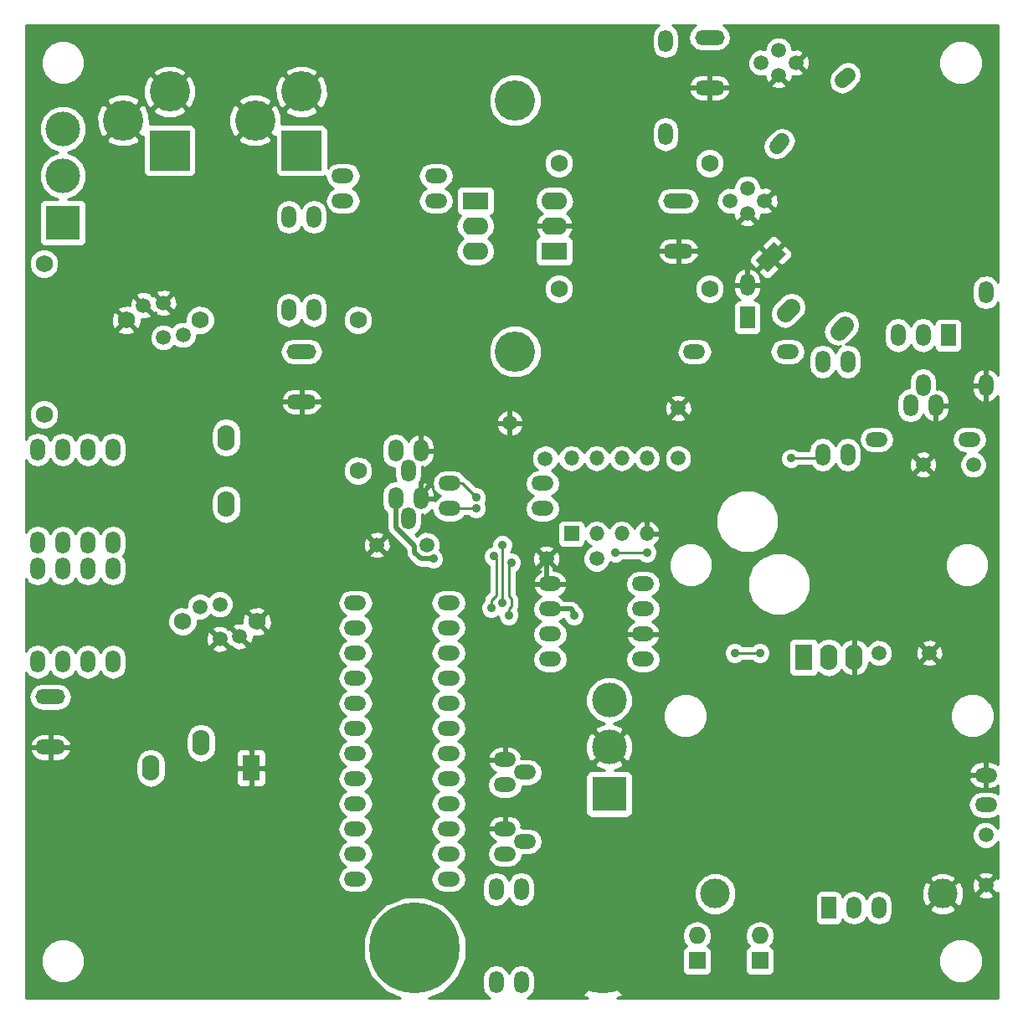
<source format=gbl>
G04 (created by PCBNEW (2013-07-07 BZR 4022)-stable) date 7/6/2014 5:52:28 PM*
%MOIN*%
G04 Gerber Fmt 3.4, Leading zero omitted, Abs format*
%FSLAX34Y34*%
G01*
G70*
G90*
G04 APERTURE LIST*
%ADD10C,0.00590551*%
%ADD11C,0.069*%
%ADD12O,0.069X0.1035*%
%ADD13R,0.069X0.1035*%
%ADD14O,0.059X0.0885*%
%ADD15R,0.1035X0.069*%
%ADD16O,0.1035X0.069*%
%ADD17C,0.059*%
%ADD18O,0.0885X0.059*%
%ADD19R,0.137795X0.137795*%
%ADD20C,0.137795*%
%ADD21C,0.11811*%
%ADD22R,0.059X0.059*%
%ADD23O,0.059X0.059*%
%ADD24C,0.059*%
%ADD25R,0.16X0.16*%
%ADD26C,0.16*%
%ADD27R,0.059X0.0885*%
%ADD28C,0.36*%
%ADD29O,0.118X0.059*%
%ADD30C,0.069*%
%ADD31R,0.069X0.069*%
%ADD32O,0.069X0.069*%
%ADD33C,0.035*%
%ADD34C,0.01*%
%ADD35C,0.02*%
%ADD36C,0.16*%
%ADD37C,0.12*%
G04 APERTURE END LIST*
G54D10*
G54D11*
X79763Y-50986D02*
X80007Y-50742D01*
G54D10*
G36*
X79056Y-49353D02*
X78568Y-48865D01*
X79300Y-48133D01*
X79788Y-48621D01*
X79056Y-49353D01*
X79056Y-49353D01*
G37*
G54D11*
X81884Y-51693D02*
X82128Y-51449D01*
G54D12*
X56500Y-68077D03*
G54D13*
X58500Y-69077D03*
G54D12*
X54500Y-69077D03*
G54D14*
X65250Y-56452D03*
X64750Y-57247D03*
X64250Y-56452D03*
X65250Y-58352D03*
X64750Y-59147D03*
X64250Y-58352D03*
G54D15*
X67427Y-46500D03*
G54D16*
X67427Y-47500D03*
X67427Y-48500D03*
G54D15*
X70572Y-48500D03*
G54D16*
X70572Y-47500D03*
X70572Y-46500D03*
G54D17*
X82250Y-41500D02*
X82041Y-41708D01*
X79630Y-44119D02*
X79421Y-44328D01*
G54D18*
X62647Y-71500D03*
X66352Y-71500D03*
X62647Y-70500D03*
X66352Y-70500D03*
X62647Y-65500D03*
X66352Y-65500D03*
X62647Y-66500D03*
X66352Y-66500D03*
X62647Y-69500D03*
X66352Y-69500D03*
X62647Y-68500D03*
X66352Y-68500D03*
X62647Y-67500D03*
X66352Y-67500D03*
G54D14*
X75000Y-43852D03*
X75000Y-40147D03*
X51000Y-61147D03*
X51000Y-64852D03*
X81250Y-56602D03*
X81250Y-52897D03*
G54D18*
X66352Y-73500D03*
X62647Y-73500D03*
G54D14*
X50000Y-56397D03*
X50000Y-60102D03*
X51000Y-56397D03*
X51000Y-60102D03*
X52000Y-56397D03*
X52000Y-60102D03*
X53000Y-56397D03*
X53000Y-60102D03*
X50000Y-61147D03*
X50000Y-64852D03*
G54D18*
X70397Y-63750D03*
X74102Y-63750D03*
X74102Y-61750D03*
X70397Y-61750D03*
X66397Y-57750D03*
X70102Y-57750D03*
X66397Y-58750D03*
X70102Y-58750D03*
X62147Y-45500D03*
X65852Y-45500D03*
X70397Y-62750D03*
X74102Y-62750D03*
G54D14*
X60000Y-50852D03*
X60000Y-47147D03*
X61000Y-50852D03*
X61000Y-47147D03*
G54D18*
X62147Y-46500D03*
X65852Y-46500D03*
X62647Y-62500D03*
X66352Y-62500D03*
X62647Y-63500D03*
X66352Y-63500D03*
G54D14*
X82250Y-56602D03*
X82250Y-52897D03*
X87750Y-50147D03*
X87750Y-53852D03*
G54D18*
X87102Y-56000D03*
X83397Y-56000D03*
X62647Y-64500D03*
X66352Y-64500D03*
X70397Y-64750D03*
X74102Y-64750D03*
G54D19*
X51000Y-47370D03*
G54D20*
X51000Y-45500D03*
X51000Y-43629D03*
G54D19*
X72750Y-70120D03*
G54D20*
X72750Y-68250D03*
X72750Y-66379D03*
G54D18*
X87749Y-69362D03*
G54D21*
X76972Y-74086D03*
G54D18*
X87749Y-70543D03*
G54D21*
X86027Y-74086D03*
G54D22*
X71250Y-59750D03*
G54D23*
X72250Y-59750D03*
X73250Y-59750D03*
X74250Y-59750D03*
X74250Y-56750D03*
X73250Y-56750D03*
X71250Y-56750D03*
X72250Y-56750D03*
G54D24*
X87750Y-71750D03*
X87750Y-73750D03*
X83500Y-64500D03*
X85500Y-64500D03*
X65500Y-60200D03*
X63500Y-60200D03*
X70207Y-56757D03*
X68792Y-55342D03*
G54D25*
X60500Y-44500D03*
G54D26*
X60500Y-42150D03*
X58650Y-43300D03*
G54D25*
X55250Y-44500D03*
G54D26*
X55250Y-42150D03*
X53400Y-43300D03*
G54D14*
X82500Y-74647D03*
X83500Y-74647D03*
G54D27*
X81500Y-74647D03*
G54D14*
X85250Y-51852D03*
X84250Y-51852D03*
G54D27*
X86250Y-51852D03*
G54D28*
X65000Y-76250D03*
X72500Y-76250D03*
G54D26*
X69000Y-42500D03*
X69000Y-52500D03*
G54D12*
X57500Y-58577D03*
X57500Y-55922D03*
G54D29*
X50500Y-66250D03*
X50500Y-68250D03*
X60500Y-52500D03*
X60500Y-54500D03*
X76750Y-40000D03*
X76750Y-42000D03*
X75500Y-46500D03*
X75500Y-48500D03*
G54D30*
X50250Y-49000D03*
X50250Y-55000D03*
X70750Y-45000D03*
X76750Y-45000D03*
X70750Y-50000D03*
X76750Y-50000D03*
X62750Y-51250D03*
X62750Y-57250D03*
G54D18*
X68602Y-71500D03*
X69397Y-72000D03*
X68602Y-72500D03*
X68602Y-68750D03*
X69397Y-69250D03*
X68602Y-69750D03*
G54D14*
X68250Y-77602D03*
X68250Y-73897D03*
X69250Y-77602D03*
X69250Y-73897D03*
X52000Y-61147D03*
X52000Y-64852D03*
X53000Y-61147D03*
X53000Y-64852D03*
X84750Y-54647D03*
X85250Y-53852D03*
X85750Y-54647D03*
G54D24*
X55787Y-51840D03*
X54212Y-50659D03*
G54D30*
X56476Y-51250D03*
X53523Y-51250D03*
G54D24*
X55000Y-51938D03*
X55000Y-50561D03*
X78250Y-46992D03*
X77561Y-46500D03*
X78938Y-46500D03*
X78250Y-46007D03*
X79500Y-41492D03*
X78811Y-41000D03*
X80188Y-41000D03*
X79500Y-40507D03*
G54D27*
X78250Y-51147D03*
G54D14*
X78250Y-49852D03*
G54D31*
X78750Y-76750D03*
G54D32*
X78750Y-75750D03*
G54D31*
X76250Y-76750D03*
G54D32*
X76250Y-75750D03*
G54D24*
X56462Y-62659D03*
X58037Y-63840D03*
G54D30*
X55773Y-63250D03*
X58726Y-63250D03*
G54D24*
X57250Y-62561D03*
X57250Y-63938D03*
G54D18*
X66352Y-72500D03*
X62647Y-72500D03*
X76147Y-52500D03*
X79852Y-52500D03*
G54D24*
X75500Y-56750D03*
X75500Y-54750D03*
X72250Y-60750D03*
X70250Y-60750D03*
X87250Y-57000D03*
X85250Y-57000D03*
G54D13*
X80500Y-64672D03*
G54D12*
X81500Y-64672D03*
X82500Y-64672D03*
G54D33*
X68850Y-60900D03*
X68750Y-63000D03*
X65750Y-60750D03*
X68500Y-60200D03*
X68500Y-62500D03*
X67450Y-58300D03*
X68050Y-62700D03*
X68150Y-60650D03*
X67450Y-58750D03*
X71350Y-63000D03*
X78750Y-64500D03*
X77750Y-64500D03*
X74250Y-60500D03*
X73000Y-60500D03*
X80000Y-56750D03*
G54D34*
X68850Y-60900D02*
X68750Y-61000D01*
X68750Y-61000D02*
X68750Y-62250D01*
X68750Y-62250D02*
X68850Y-62350D01*
X68850Y-62350D02*
X68850Y-62650D01*
X68850Y-62650D02*
X68750Y-62750D01*
X68750Y-62750D02*
X68750Y-63000D01*
G54D35*
X64250Y-58500D02*
X64250Y-59500D01*
X65500Y-60750D02*
X65750Y-60750D01*
X65250Y-60750D02*
X65500Y-60750D01*
X65000Y-60500D02*
X65250Y-60750D01*
X65000Y-60250D02*
X65000Y-60500D01*
X64500Y-59750D02*
X65000Y-60250D01*
X64250Y-59500D02*
X64500Y-59750D01*
X70250Y-61750D02*
X70250Y-60750D01*
X65250Y-58500D02*
X65250Y-58200D01*
X65250Y-58200D02*
X65600Y-57850D01*
G54D36*
X72500Y-76250D02*
X71250Y-77500D01*
G54D37*
X71250Y-77500D02*
X72500Y-76250D01*
G54D36*
X72500Y-76250D02*
X70750Y-76250D01*
G54D37*
X70750Y-76250D02*
X72500Y-76250D01*
G54D36*
X72500Y-76250D02*
X74250Y-76250D01*
G54D37*
X74250Y-76250D02*
X72500Y-76250D01*
G54D36*
X72500Y-76250D02*
X73750Y-77500D01*
G54D37*
X73750Y-77500D02*
X72500Y-76250D01*
G54D36*
X72500Y-76250D02*
X71250Y-75000D01*
G54D37*
X71250Y-75000D02*
X72500Y-76250D01*
G54D36*
X72500Y-76250D02*
X72500Y-74500D01*
G54D37*
X72500Y-74500D02*
X72500Y-76250D01*
G54D36*
X72500Y-76250D02*
X73750Y-75000D01*
G54D37*
X73750Y-75000D02*
X72500Y-76250D01*
G54D34*
X66250Y-57750D02*
X66900Y-57750D01*
X66900Y-57750D02*
X67450Y-58300D01*
X68500Y-62500D02*
X68500Y-60200D01*
X68250Y-60750D02*
X68250Y-62200D01*
X68250Y-62200D02*
X68050Y-62400D01*
X68050Y-62400D02*
X68050Y-62700D01*
X68150Y-60650D02*
X68250Y-60750D01*
X67450Y-58750D02*
X66250Y-58750D01*
G54D35*
X71250Y-62750D02*
X70250Y-62750D01*
X71250Y-62750D02*
X71350Y-63000D01*
G54D34*
X77750Y-64500D02*
X78750Y-64500D01*
X74250Y-60500D02*
X73000Y-60500D01*
X81250Y-56750D02*
X80000Y-56750D01*
G54D10*
G36*
X88230Y-78230D02*
X88061Y-78230D01*
X88061Y-74132D01*
X87750Y-73820D01*
X87679Y-73891D01*
X87679Y-73750D01*
X87367Y-73438D01*
X87272Y-73465D01*
X87200Y-73669D01*
X87211Y-73885D01*
X87272Y-74034D01*
X87367Y-74061D01*
X87679Y-73750D01*
X87679Y-73891D01*
X87438Y-74132D01*
X87465Y-74227D01*
X87669Y-74299D01*
X87885Y-74288D01*
X88034Y-74227D01*
X88061Y-74132D01*
X88061Y-78230D01*
X87630Y-78230D01*
X87630Y-76575D01*
X87496Y-76252D01*
X87249Y-76004D01*
X86925Y-75870D01*
X86871Y-75870D01*
X86871Y-74237D01*
X86864Y-73903D01*
X86749Y-73624D01*
X86623Y-73561D01*
X86552Y-73631D01*
X86552Y-73490D01*
X86489Y-73365D01*
X86178Y-73243D01*
X86049Y-73245D01*
X86049Y-64580D01*
X86038Y-64364D01*
X85977Y-64215D01*
X85882Y-64188D01*
X85811Y-64259D01*
X85811Y-64117D01*
X85799Y-64075D01*
X85799Y-57080D01*
X85795Y-56986D01*
X85788Y-56864D01*
X85727Y-56715D01*
X85632Y-56688D01*
X85561Y-56759D01*
X85561Y-56617D01*
X85534Y-56522D01*
X85330Y-56450D01*
X85114Y-56461D01*
X84965Y-56522D01*
X84938Y-56617D01*
X85250Y-56929D01*
X85561Y-56617D01*
X85561Y-56759D01*
X85320Y-57000D01*
X85632Y-57311D01*
X85727Y-57284D01*
X85799Y-57080D01*
X85799Y-64075D01*
X85784Y-64022D01*
X85580Y-63950D01*
X85561Y-63951D01*
X85561Y-57382D01*
X85250Y-57070D01*
X85179Y-57141D01*
X85179Y-57000D01*
X84867Y-56688D01*
X84772Y-56715D01*
X84700Y-56919D01*
X84711Y-57135D01*
X84772Y-57284D01*
X84867Y-57311D01*
X85179Y-57000D01*
X85179Y-57141D01*
X84938Y-57382D01*
X84965Y-57477D01*
X85169Y-57549D01*
X85385Y-57538D01*
X85534Y-57477D01*
X85561Y-57382D01*
X85561Y-63951D01*
X85364Y-63961D01*
X85215Y-64022D01*
X85188Y-64117D01*
X85500Y-64429D01*
X85811Y-64117D01*
X85811Y-64259D01*
X85570Y-64500D01*
X85882Y-64811D01*
X85977Y-64784D01*
X86049Y-64580D01*
X86049Y-73245D01*
X85844Y-73249D01*
X85811Y-73262D01*
X85811Y-64882D01*
X85500Y-64570D01*
X85429Y-64641D01*
X85429Y-64500D01*
X85117Y-64188D01*
X85022Y-64215D01*
X84950Y-64419D01*
X84961Y-64635D01*
X85022Y-64784D01*
X85117Y-64811D01*
X85429Y-64500D01*
X85429Y-64641D01*
X85188Y-64882D01*
X85215Y-64977D01*
X85419Y-65049D01*
X85635Y-65038D01*
X85784Y-64977D01*
X85811Y-64882D01*
X85811Y-73262D01*
X85565Y-73365D01*
X85502Y-73490D01*
X86027Y-74015D01*
X86552Y-73490D01*
X86552Y-73631D01*
X86098Y-74086D01*
X86623Y-74611D01*
X86749Y-74549D01*
X86871Y-74237D01*
X86871Y-75870D01*
X86575Y-75869D01*
X86552Y-75879D01*
X86552Y-74682D01*
X86027Y-74157D01*
X85956Y-74228D01*
X85956Y-74086D01*
X85431Y-73561D01*
X85306Y-73624D01*
X85183Y-73935D01*
X85190Y-74269D01*
X85306Y-74549D01*
X85431Y-74611D01*
X85956Y-74086D01*
X85956Y-74228D01*
X85502Y-74682D01*
X85565Y-74808D01*
X85876Y-74930D01*
X86210Y-74923D01*
X86489Y-74808D01*
X86552Y-74682D01*
X86552Y-75879D01*
X86252Y-76003D01*
X86004Y-76250D01*
X85870Y-76574D01*
X85869Y-76924D01*
X86003Y-77247D01*
X86250Y-77495D01*
X86574Y-77629D01*
X86924Y-77630D01*
X87247Y-77496D01*
X87495Y-77249D01*
X87629Y-76925D01*
X87630Y-76575D01*
X87630Y-78230D01*
X84103Y-78230D01*
X84103Y-56000D01*
X84062Y-55791D01*
X83943Y-55614D01*
X83767Y-55496D01*
X83558Y-55455D01*
X83236Y-55455D01*
X83027Y-55496D01*
X82851Y-55614D01*
X82804Y-55684D01*
X82804Y-41490D01*
X82763Y-41281D01*
X82644Y-41105D01*
X82468Y-40986D01*
X82259Y-40945D01*
X82051Y-40986D01*
X81874Y-41105D01*
X81646Y-41332D01*
X81528Y-41509D01*
X81486Y-41718D01*
X81528Y-41926D01*
X81646Y-42103D01*
X81823Y-42221D01*
X82031Y-42263D01*
X82240Y-42221D01*
X82417Y-42103D01*
X82644Y-41875D01*
X82763Y-41698D01*
X82804Y-41490D01*
X82804Y-55684D01*
X82795Y-55698D01*
X82795Y-53058D01*
X82795Y-52736D01*
X82753Y-52527D01*
X82635Y-52351D01*
X82458Y-52232D01*
X82250Y-52191D01*
X82172Y-52206D01*
X82294Y-52125D01*
X82560Y-51859D01*
X82689Y-51666D01*
X82734Y-51439D01*
X82689Y-51211D01*
X82560Y-51018D01*
X82367Y-50889D01*
X82139Y-50844D01*
X81911Y-50889D01*
X81718Y-51018D01*
X81453Y-51283D01*
X81324Y-51476D01*
X81279Y-51704D01*
X81324Y-51932D01*
X81453Y-52125D01*
X81646Y-52254D01*
X81874Y-52299D01*
X81970Y-52280D01*
X81864Y-52351D01*
X81750Y-52522D01*
X81635Y-52351D01*
X81458Y-52232D01*
X81250Y-52191D01*
X81041Y-52232D01*
X80864Y-52351D01*
X80746Y-52527D01*
X80738Y-52566D01*
X80738Y-41080D01*
X80727Y-40864D01*
X80666Y-40715D01*
X80571Y-40688D01*
X80259Y-41000D01*
X80571Y-41311D01*
X80666Y-41284D01*
X80738Y-41080D01*
X80738Y-52566D01*
X80705Y-52736D01*
X80705Y-53058D01*
X80746Y-53267D01*
X80864Y-53443D01*
X81041Y-53562D01*
X81250Y-53603D01*
X81458Y-53562D01*
X81635Y-53443D01*
X81750Y-53272D01*
X81864Y-53443D01*
X82041Y-53562D01*
X82250Y-53603D01*
X82458Y-53562D01*
X82635Y-53443D01*
X82753Y-53267D01*
X82795Y-53058D01*
X82795Y-55698D01*
X82732Y-55791D01*
X82691Y-56000D01*
X82731Y-56199D01*
X82635Y-56056D01*
X82458Y-55937D01*
X82250Y-55896D01*
X82041Y-55937D01*
X81864Y-56056D01*
X81750Y-56227D01*
X81635Y-56056D01*
X81458Y-55937D01*
X81250Y-55896D01*
X81041Y-55937D01*
X80864Y-56056D01*
X80746Y-56232D01*
X80705Y-56441D01*
X80705Y-56450D01*
X80612Y-56450D01*
X80612Y-50732D01*
X80567Y-50504D01*
X80500Y-50403D01*
X80500Y-41382D01*
X80188Y-41070D01*
X80183Y-41076D01*
X80112Y-41005D01*
X80118Y-41000D01*
X80112Y-40994D01*
X80183Y-40923D01*
X80188Y-40929D01*
X80500Y-40617D01*
X80473Y-40522D01*
X80269Y-40450D01*
X80053Y-40461D01*
X80045Y-40464D01*
X80045Y-40399D01*
X79962Y-40199D01*
X79809Y-40046D01*
X79608Y-39962D01*
X79392Y-39962D01*
X79191Y-40045D01*
X79038Y-40198D01*
X78955Y-40398D01*
X78955Y-40469D01*
X78919Y-40455D01*
X78703Y-40454D01*
X78502Y-40537D01*
X78349Y-40690D01*
X78266Y-40891D01*
X78265Y-41107D01*
X78348Y-41308D01*
X78501Y-41461D01*
X78702Y-41544D01*
X78918Y-41545D01*
X78956Y-41529D01*
X78961Y-41628D01*
X79022Y-41776D01*
X79117Y-41803D01*
X79429Y-41492D01*
X79423Y-41486D01*
X79494Y-41415D01*
X79500Y-41421D01*
X79505Y-41415D01*
X79576Y-41486D01*
X79570Y-41492D01*
X79882Y-41803D01*
X79977Y-41776D01*
X80049Y-41572D01*
X80047Y-41528D01*
X80108Y-41549D01*
X80324Y-41538D01*
X80473Y-41477D01*
X80500Y-41382D01*
X80500Y-50403D01*
X80438Y-50311D01*
X80245Y-50182D01*
X80184Y-50170D01*
X80184Y-44110D01*
X80143Y-43901D01*
X80025Y-43724D01*
X79848Y-43606D01*
X79811Y-43599D01*
X79811Y-41874D01*
X79500Y-41562D01*
X79188Y-41874D01*
X79215Y-41969D01*
X79419Y-42041D01*
X79635Y-42030D01*
X79784Y-41969D01*
X79811Y-41874D01*
X79811Y-43599D01*
X79639Y-43565D01*
X79431Y-43606D01*
X79254Y-43724D01*
X79026Y-43952D01*
X78908Y-44129D01*
X78866Y-44338D01*
X78908Y-44546D01*
X79026Y-44723D01*
X79203Y-44841D01*
X79411Y-44883D01*
X79620Y-44841D01*
X79797Y-44723D01*
X80025Y-44495D01*
X80143Y-44318D01*
X80184Y-44110D01*
X80184Y-50170D01*
X80038Y-50141D01*
X80038Y-48571D01*
X80000Y-48479D01*
X79929Y-48409D01*
X79800Y-48280D01*
X79712Y-48280D01*
X79641Y-48350D01*
X79641Y-48209D01*
X79641Y-48121D01*
X79512Y-47991D01*
X79488Y-47968D01*
X79488Y-46580D01*
X79477Y-46364D01*
X79416Y-46215D01*
X79321Y-46188D01*
X79009Y-46500D01*
X79321Y-46811D01*
X79416Y-46784D01*
X79488Y-46580D01*
X79488Y-47968D01*
X79441Y-47921D01*
X79349Y-47883D01*
X79250Y-47883D01*
X79250Y-46882D01*
X78938Y-46570D01*
X78933Y-46576D01*
X78862Y-46505D01*
X78868Y-46500D01*
X78862Y-46494D01*
X78933Y-46423D01*
X78938Y-46429D01*
X79250Y-46117D01*
X79223Y-46022D01*
X79019Y-45950D01*
X78803Y-45961D01*
X78795Y-45964D01*
X78795Y-45899D01*
X78712Y-45699D01*
X78559Y-45546D01*
X78358Y-45462D01*
X78142Y-45462D01*
X77941Y-45545D01*
X77788Y-45698D01*
X77705Y-45898D01*
X77705Y-45969D01*
X77669Y-45955D01*
X77573Y-45955D01*
X77573Y-42134D01*
X77573Y-41865D01*
X77567Y-41837D01*
X77465Y-41649D01*
X77299Y-41515D01*
X77095Y-41455D01*
X76800Y-41455D01*
X76800Y-41950D01*
X77524Y-41950D01*
X77573Y-41865D01*
X77573Y-42134D01*
X77524Y-42050D01*
X76800Y-42050D01*
X76800Y-42545D01*
X77095Y-42545D01*
X77299Y-42484D01*
X77465Y-42350D01*
X77567Y-42162D01*
X77573Y-42134D01*
X77573Y-45955D01*
X77453Y-45954D01*
X77345Y-45999D01*
X77345Y-44882D01*
X77254Y-44663D01*
X77087Y-44495D01*
X76868Y-44405D01*
X76700Y-44404D01*
X76700Y-42545D01*
X76700Y-42050D01*
X76700Y-41950D01*
X76700Y-41455D01*
X76405Y-41455D01*
X76200Y-41515D01*
X76034Y-41649D01*
X75932Y-41837D01*
X75926Y-41865D01*
X75975Y-41950D01*
X76700Y-41950D01*
X76700Y-42050D01*
X75975Y-42050D01*
X75926Y-42134D01*
X75932Y-42162D01*
X76034Y-42350D01*
X76200Y-42484D01*
X76405Y-42545D01*
X76700Y-42545D01*
X76700Y-44404D01*
X76632Y-44404D01*
X76413Y-44495D01*
X76245Y-44662D01*
X76155Y-44881D01*
X76154Y-45117D01*
X76245Y-45336D01*
X76412Y-45504D01*
X76631Y-45594D01*
X76867Y-45595D01*
X77086Y-45504D01*
X77254Y-45337D01*
X77344Y-45118D01*
X77345Y-44882D01*
X77345Y-45999D01*
X77252Y-46037D01*
X77099Y-46190D01*
X77016Y-46391D01*
X77015Y-46607D01*
X77098Y-46808D01*
X77251Y-46961D01*
X77452Y-47044D01*
X77668Y-47045D01*
X77706Y-47029D01*
X77711Y-47128D01*
X77772Y-47276D01*
X77867Y-47303D01*
X78179Y-46992D01*
X78173Y-46986D01*
X78244Y-46915D01*
X78250Y-46921D01*
X78255Y-46915D01*
X78326Y-46986D01*
X78320Y-46992D01*
X78632Y-47303D01*
X78727Y-47276D01*
X78799Y-47072D01*
X78797Y-47028D01*
X78858Y-47049D01*
X79074Y-47038D01*
X79223Y-46977D01*
X79250Y-46882D01*
X79250Y-47883D01*
X79250Y-47883D01*
X79158Y-47921D01*
X78837Y-48243D01*
X78837Y-48331D01*
X79178Y-48672D01*
X79641Y-48209D01*
X79641Y-48350D01*
X79248Y-48743D01*
X79590Y-49084D01*
X79678Y-49084D01*
X79999Y-48763D01*
X80038Y-48671D01*
X80038Y-48571D01*
X80038Y-50141D01*
X80017Y-50137D01*
X79790Y-50182D01*
X79597Y-50311D01*
X79519Y-50389D01*
X79519Y-49243D01*
X79519Y-49155D01*
X79178Y-48814D01*
X79107Y-48884D01*
X79107Y-48743D01*
X78766Y-48402D01*
X78677Y-48402D01*
X78561Y-48518D01*
X78561Y-47374D01*
X78250Y-47062D01*
X77938Y-47374D01*
X77965Y-47469D01*
X78169Y-47541D01*
X78385Y-47530D01*
X78534Y-47469D01*
X78561Y-47374D01*
X78561Y-48518D01*
X78356Y-48723D01*
X78318Y-48815D01*
X78318Y-48914D01*
X78356Y-49006D01*
X78426Y-49077D01*
X78556Y-49206D01*
X78644Y-49206D01*
X79107Y-48743D01*
X79107Y-48884D01*
X78715Y-49277D01*
X78715Y-49365D01*
X78844Y-49494D01*
X78914Y-49565D01*
X79006Y-49603D01*
X79106Y-49603D01*
X79198Y-49564D01*
X79519Y-49243D01*
X79519Y-50389D01*
X79332Y-50576D01*
X79203Y-50769D01*
X79157Y-50997D01*
X79203Y-51224D01*
X79332Y-51417D01*
X79525Y-51546D01*
X79752Y-51592D01*
X79980Y-51546D01*
X80173Y-51417D01*
X80438Y-51152D01*
X80567Y-50959D01*
X80612Y-50732D01*
X80612Y-56450D01*
X80558Y-56450D01*
X80558Y-52500D01*
X80517Y-52291D01*
X80398Y-52114D01*
X80222Y-51996D01*
X80013Y-51955D01*
X79691Y-51955D01*
X79482Y-51996D01*
X79306Y-52114D01*
X79187Y-52291D01*
X79146Y-52500D01*
X79187Y-52708D01*
X79306Y-52885D01*
X79482Y-53003D01*
X79691Y-53045D01*
X80013Y-53045D01*
X80222Y-53003D01*
X80398Y-52885D01*
X80517Y-52708D01*
X80558Y-52500D01*
X80558Y-56450D01*
X80301Y-56450D01*
X80241Y-56389D01*
X80084Y-56325D01*
X79915Y-56324D01*
X79759Y-56389D01*
X79639Y-56508D01*
X79575Y-56665D01*
X79574Y-56834D01*
X79639Y-56990D01*
X79758Y-57110D01*
X79915Y-57174D01*
X80084Y-57175D01*
X80240Y-57110D01*
X80301Y-57050D01*
X80798Y-57050D01*
X80864Y-57148D01*
X81041Y-57267D01*
X81250Y-57308D01*
X81458Y-57267D01*
X81635Y-57148D01*
X81750Y-56977D01*
X81864Y-57148D01*
X82041Y-57267D01*
X82250Y-57308D01*
X82458Y-57267D01*
X82635Y-57148D01*
X82753Y-56972D01*
X82795Y-56763D01*
X82795Y-56441D01*
X82755Y-56242D01*
X82851Y-56385D01*
X83027Y-56503D01*
X83236Y-56545D01*
X83558Y-56545D01*
X83767Y-56503D01*
X83943Y-56385D01*
X84062Y-56208D01*
X84103Y-56000D01*
X84103Y-78230D01*
X84045Y-78230D01*
X84045Y-64392D01*
X83962Y-64191D01*
X83809Y-64038D01*
X83608Y-63955D01*
X83392Y-63954D01*
X83191Y-64037D01*
X83038Y-64190D01*
X83025Y-64220D01*
X82885Y-64043D01*
X82681Y-63931D01*
X82642Y-63922D01*
X82550Y-63969D01*
X82550Y-64622D01*
X82557Y-64622D01*
X82557Y-64722D01*
X82550Y-64722D01*
X82550Y-65375D01*
X82642Y-65422D01*
X82681Y-65413D01*
X82885Y-65301D01*
X83030Y-65118D01*
X83095Y-64895D01*
X83095Y-64865D01*
X83190Y-64961D01*
X83391Y-65044D01*
X83607Y-65045D01*
X83808Y-64962D01*
X83961Y-64809D01*
X84044Y-64608D01*
X84045Y-64392D01*
X84045Y-78230D01*
X84045Y-78230D01*
X84045Y-74808D01*
X84045Y-74486D01*
X84003Y-74277D01*
X83885Y-74101D01*
X83708Y-73982D01*
X83500Y-73941D01*
X83291Y-73982D01*
X83114Y-74101D01*
X83000Y-74272D01*
X82885Y-74101D01*
X82708Y-73982D01*
X82500Y-73941D01*
X82450Y-73951D01*
X82450Y-65375D01*
X82450Y-64722D01*
X82442Y-64722D01*
X82442Y-64622D01*
X82450Y-64622D01*
X82450Y-63969D01*
X82357Y-63922D01*
X82318Y-63931D01*
X82114Y-64043D01*
X82001Y-64185D01*
X81920Y-64064D01*
X81727Y-63935D01*
X81500Y-63889D01*
X81272Y-63935D01*
X81079Y-64064D01*
X81078Y-64065D01*
X81057Y-64013D01*
X80986Y-63943D01*
X80894Y-63905D01*
X80795Y-63904D01*
X80750Y-63904D01*
X80750Y-61502D01*
X80560Y-61042D01*
X80208Y-60690D01*
X79749Y-60500D01*
X79500Y-60500D01*
X79500Y-59002D01*
X79310Y-58542D01*
X78958Y-58190D01*
X78795Y-58122D01*
X78795Y-51540D01*
X78795Y-50655D01*
X78757Y-50563D01*
X78686Y-50493D01*
X78594Y-50455D01*
X78536Y-50454D01*
X78600Y-50420D01*
X78734Y-50254D01*
X78795Y-50050D01*
X78795Y-49902D01*
X78795Y-49802D01*
X78795Y-49655D01*
X78734Y-49450D01*
X78600Y-49284D01*
X78412Y-49182D01*
X78384Y-49176D01*
X78300Y-49225D01*
X78300Y-49802D01*
X78795Y-49802D01*
X78795Y-49902D01*
X78300Y-49902D01*
X78300Y-49910D01*
X78200Y-49910D01*
X78200Y-49902D01*
X78200Y-49802D01*
X78200Y-49225D01*
X78115Y-49176D01*
X78087Y-49182D01*
X77899Y-49284D01*
X77765Y-49450D01*
X77705Y-49655D01*
X77705Y-49802D01*
X78200Y-49802D01*
X78200Y-49902D01*
X77705Y-49902D01*
X77705Y-50050D01*
X77765Y-50254D01*
X77899Y-50420D01*
X77963Y-50454D01*
X77905Y-50454D01*
X77813Y-50492D01*
X77743Y-50563D01*
X77705Y-50655D01*
X77704Y-50754D01*
X77704Y-51639D01*
X77742Y-51731D01*
X77813Y-51801D01*
X77905Y-51839D01*
X78004Y-51840D01*
X78594Y-51840D01*
X78686Y-51802D01*
X78756Y-51731D01*
X78794Y-51639D01*
X78795Y-51540D01*
X78795Y-58122D01*
X78499Y-58000D01*
X78002Y-57999D01*
X77542Y-58189D01*
X77345Y-58387D01*
X77345Y-49882D01*
X77254Y-49663D01*
X77087Y-49495D01*
X76868Y-49405D01*
X76632Y-49404D01*
X76413Y-49495D01*
X76356Y-49552D01*
X76356Y-46500D01*
X76314Y-46291D01*
X76196Y-46114D01*
X76020Y-45996D01*
X75811Y-45955D01*
X75545Y-45955D01*
X75545Y-44013D01*
X75545Y-43691D01*
X75503Y-43482D01*
X75385Y-43306D01*
X75208Y-43187D01*
X75000Y-43146D01*
X74791Y-43187D01*
X74614Y-43306D01*
X74496Y-43482D01*
X74455Y-43691D01*
X74455Y-44013D01*
X74496Y-44222D01*
X74614Y-44398D01*
X74791Y-44517D01*
X75000Y-44558D01*
X75208Y-44517D01*
X75385Y-44398D01*
X75503Y-44222D01*
X75545Y-44013D01*
X75545Y-45955D01*
X75188Y-45955D01*
X74979Y-45996D01*
X74803Y-46114D01*
X74685Y-46291D01*
X74643Y-46500D01*
X74685Y-46708D01*
X74803Y-46885D01*
X74979Y-47003D01*
X75188Y-47045D01*
X75811Y-47045D01*
X76020Y-47003D01*
X76196Y-46885D01*
X76314Y-46708D01*
X76356Y-46500D01*
X76356Y-49552D01*
X76323Y-49585D01*
X76323Y-48634D01*
X76323Y-48365D01*
X76317Y-48337D01*
X76215Y-48149D01*
X76049Y-48015D01*
X75845Y-47955D01*
X75550Y-47955D01*
X75550Y-48450D01*
X76274Y-48450D01*
X76323Y-48365D01*
X76323Y-48634D01*
X76274Y-48550D01*
X75550Y-48550D01*
X75550Y-49045D01*
X75845Y-49045D01*
X76049Y-48984D01*
X76215Y-48850D01*
X76317Y-48662D01*
X76323Y-48634D01*
X76323Y-49585D01*
X76245Y-49662D01*
X76155Y-49881D01*
X76154Y-50117D01*
X76245Y-50336D01*
X76412Y-50504D01*
X76631Y-50594D01*
X76867Y-50595D01*
X77086Y-50504D01*
X77254Y-50337D01*
X77344Y-50118D01*
X77345Y-49882D01*
X77345Y-58387D01*
X77190Y-58541D01*
X77000Y-59000D01*
X76999Y-59497D01*
X77189Y-59957D01*
X77541Y-60309D01*
X78000Y-60499D01*
X78497Y-60500D01*
X78957Y-60310D01*
X79309Y-59958D01*
X79499Y-59499D01*
X79500Y-59002D01*
X79500Y-60500D01*
X79252Y-60499D01*
X78792Y-60689D01*
X78440Y-61041D01*
X78250Y-61500D01*
X78249Y-61997D01*
X78439Y-62457D01*
X78791Y-62809D01*
X79250Y-62999D01*
X79747Y-63000D01*
X80207Y-62810D01*
X80559Y-62458D01*
X80749Y-61999D01*
X80750Y-61502D01*
X80750Y-63904D01*
X80105Y-63904D01*
X80013Y-63942D01*
X79943Y-64013D01*
X79905Y-64105D01*
X79904Y-64204D01*
X79904Y-65239D01*
X79942Y-65331D01*
X80013Y-65401D01*
X80105Y-65439D01*
X80204Y-65440D01*
X80894Y-65440D01*
X80986Y-65402D01*
X81056Y-65331D01*
X81078Y-65279D01*
X81079Y-65280D01*
X81272Y-65409D01*
X81500Y-65455D01*
X81727Y-65409D01*
X81920Y-65280D01*
X82001Y-65159D01*
X82114Y-65301D01*
X82318Y-65413D01*
X82357Y-65422D01*
X82450Y-65375D01*
X82450Y-73951D01*
X82291Y-73982D01*
X82114Y-74101D01*
X82045Y-74205D01*
X82045Y-74155D01*
X82007Y-74063D01*
X81936Y-73993D01*
X81844Y-73955D01*
X81745Y-73954D01*
X81155Y-73954D01*
X81063Y-73992D01*
X80993Y-74063D01*
X80955Y-74155D01*
X80954Y-74254D01*
X80954Y-75139D01*
X80992Y-75231D01*
X81063Y-75301D01*
X81155Y-75339D01*
X81254Y-75340D01*
X81844Y-75340D01*
X81936Y-75302D01*
X82006Y-75231D01*
X82044Y-75139D01*
X82045Y-75089D01*
X82114Y-75193D01*
X82291Y-75312D01*
X82500Y-75353D01*
X82708Y-75312D01*
X82885Y-75193D01*
X83000Y-75022D01*
X83114Y-75193D01*
X83291Y-75312D01*
X83500Y-75353D01*
X83708Y-75312D01*
X83885Y-75193D01*
X84003Y-75017D01*
X84045Y-74808D01*
X84045Y-78230D01*
X79345Y-78230D01*
X79345Y-77045D01*
X79345Y-76355D01*
X79307Y-76263D01*
X79236Y-76193D01*
X79179Y-76169D01*
X79299Y-75989D01*
X79345Y-75761D01*
X79345Y-75738D01*
X79299Y-75510D01*
X79175Y-75324D01*
X79175Y-64415D01*
X79110Y-64259D01*
X78991Y-64139D01*
X78834Y-64075D01*
X78665Y-64074D01*
X78509Y-64139D01*
X78448Y-64200D01*
X78051Y-64200D01*
X77991Y-64139D01*
X77834Y-64075D01*
X77665Y-64074D01*
X77509Y-64139D01*
X77389Y-64258D01*
X77325Y-64415D01*
X77324Y-64584D01*
X77389Y-64740D01*
X77508Y-64860D01*
X77665Y-64924D01*
X77834Y-64925D01*
X77990Y-64860D01*
X78051Y-64800D01*
X78448Y-64800D01*
X78508Y-64860D01*
X78665Y-64924D01*
X78834Y-64925D01*
X78990Y-64860D01*
X79110Y-64741D01*
X79174Y-64584D01*
X79175Y-64415D01*
X79175Y-75324D01*
X79170Y-75317D01*
X78977Y-75188D01*
X78750Y-75143D01*
X78522Y-75188D01*
X78329Y-75317D01*
X78200Y-75510D01*
X78155Y-75738D01*
X78155Y-75761D01*
X78200Y-75989D01*
X78320Y-76169D01*
X78263Y-76192D01*
X78193Y-76263D01*
X78155Y-76355D01*
X78154Y-76454D01*
X78154Y-77144D01*
X78192Y-77236D01*
X78263Y-77306D01*
X78355Y-77344D01*
X78454Y-77345D01*
X79144Y-77345D01*
X79236Y-77307D01*
X79306Y-77236D01*
X79344Y-77144D01*
X79345Y-77045D01*
X79345Y-78230D01*
X77813Y-78230D01*
X77813Y-73920D01*
X77685Y-73611D01*
X77449Y-73374D01*
X77140Y-73246D01*
X76880Y-73245D01*
X76880Y-60825D01*
X76853Y-60761D01*
X76853Y-52500D01*
X76812Y-52291D01*
X76693Y-52114D01*
X76517Y-51996D01*
X76308Y-51955D01*
X75986Y-51955D01*
X75777Y-51996D01*
X75601Y-52114D01*
X75482Y-52291D01*
X75450Y-52456D01*
X75450Y-49045D01*
X75450Y-48550D01*
X75450Y-48450D01*
X75450Y-47955D01*
X75155Y-47955D01*
X74950Y-48015D01*
X74784Y-48149D01*
X74682Y-48337D01*
X74676Y-48365D01*
X74725Y-48450D01*
X75450Y-48450D01*
X75450Y-48550D01*
X74725Y-48550D01*
X74676Y-48634D01*
X74682Y-48662D01*
X74784Y-48850D01*
X74950Y-48984D01*
X75155Y-49045D01*
X75450Y-49045D01*
X75450Y-52456D01*
X75441Y-52500D01*
X75482Y-52708D01*
X75601Y-52885D01*
X75777Y-53003D01*
X75986Y-53045D01*
X76308Y-53045D01*
X76517Y-53003D01*
X76693Y-52885D01*
X76812Y-52708D01*
X76853Y-52500D01*
X76853Y-60761D01*
X76746Y-60502D01*
X76499Y-60254D01*
X76175Y-60120D01*
X76049Y-60120D01*
X76049Y-54830D01*
X76038Y-54614D01*
X75977Y-54465D01*
X75882Y-54438D01*
X75811Y-54509D01*
X75811Y-54367D01*
X75784Y-54272D01*
X75580Y-54200D01*
X75364Y-54211D01*
X75215Y-54272D01*
X75188Y-54367D01*
X75500Y-54679D01*
X75811Y-54367D01*
X75811Y-54509D01*
X75570Y-54750D01*
X75882Y-55061D01*
X75977Y-55034D01*
X76049Y-54830D01*
X76049Y-60120D01*
X76045Y-60120D01*
X76045Y-56642D01*
X75962Y-56441D01*
X75811Y-56290D01*
X75811Y-55132D01*
X75500Y-54820D01*
X75429Y-54891D01*
X75429Y-54750D01*
X75117Y-54438D01*
X75022Y-54465D01*
X74950Y-54669D01*
X74961Y-54885D01*
X75022Y-55034D01*
X75117Y-55061D01*
X75429Y-54750D01*
X75429Y-54891D01*
X75188Y-55132D01*
X75215Y-55227D01*
X75419Y-55299D01*
X75635Y-55288D01*
X75784Y-55227D01*
X75811Y-55132D01*
X75811Y-56290D01*
X75809Y-56288D01*
X75608Y-56205D01*
X75392Y-56204D01*
X75191Y-56287D01*
X75038Y-56440D01*
X74955Y-56641D01*
X74954Y-56857D01*
X75037Y-57058D01*
X75190Y-57211D01*
X75391Y-57294D01*
X75607Y-57295D01*
X75808Y-57212D01*
X75961Y-57059D01*
X76044Y-56858D01*
X76045Y-56642D01*
X76045Y-60120D01*
X75825Y-60119D01*
X75502Y-60253D01*
X75254Y-60500D01*
X75120Y-60824D01*
X75119Y-61174D01*
X75253Y-61497D01*
X75500Y-61745D01*
X75824Y-61879D01*
X76174Y-61880D01*
X76497Y-61746D01*
X76745Y-61499D01*
X76879Y-61175D01*
X76880Y-60825D01*
X76880Y-73245D01*
X76805Y-73245D01*
X76671Y-73301D01*
X76671Y-66825D01*
X76537Y-66502D01*
X76290Y-66254D01*
X75967Y-66120D01*
X75617Y-66119D01*
X75293Y-66253D01*
X75045Y-66500D01*
X74911Y-66824D01*
X74911Y-67174D01*
X75044Y-67497D01*
X75292Y-67745D01*
X75615Y-67879D01*
X75965Y-67880D01*
X76289Y-67746D01*
X76536Y-67499D01*
X76671Y-67175D01*
X76671Y-66825D01*
X76671Y-73301D01*
X76496Y-73373D01*
X76260Y-73609D01*
X76132Y-73918D01*
X76131Y-74253D01*
X76259Y-74562D01*
X76495Y-74798D01*
X76804Y-74927D01*
X77138Y-74927D01*
X77447Y-74799D01*
X77684Y-74563D01*
X77812Y-74254D01*
X77813Y-73920D01*
X77813Y-78230D01*
X76845Y-78230D01*
X76845Y-77045D01*
X76845Y-76355D01*
X76807Y-76263D01*
X76736Y-76193D01*
X76679Y-76169D01*
X76799Y-75989D01*
X76845Y-75761D01*
X76845Y-75738D01*
X76799Y-75510D01*
X76670Y-75317D01*
X76477Y-75188D01*
X76250Y-75143D01*
X76022Y-75188D01*
X75829Y-75317D01*
X75700Y-75510D01*
X75655Y-75738D01*
X75655Y-75761D01*
X75700Y-75989D01*
X75820Y-76169D01*
X75763Y-76192D01*
X75693Y-76263D01*
X75655Y-76355D01*
X75654Y-76454D01*
X75654Y-77144D01*
X75692Y-77236D01*
X75763Y-77306D01*
X75855Y-77344D01*
X75954Y-77345D01*
X76644Y-77345D01*
X76736Y-77307D01*
X76806Y-77236D01*
X76844Y-77144D01*
X76845Y-77045D01*
X76845Y-78230D01*
X74808Y-78230D01*
X74808Y-64750D01*
X74808Y-62750D01*
X74767Y-62541D01*
X74648Y-62364D01*
X74477Y-62250D01*
X74648Y-62135D01*
X74767Y-61958D01*
X74808Y-61750D01*
X74805Y-61735D01*
X74805Y-56750D01*
X74764Y-56541D01*
X74646Y-56364D01*
X74469Y-56246D01*
X74260Y-56205D01*
X74239Y-56205D01*
X74030Y-56246D01*
X73853Y-56364D01*
X73750Y-56520D01*
X73646Y-56364D01*
X73469Y-56246D01*
X73260Y-56205D01*
X73239Y-56205D01*
X73030Y-56246D01*
X72853Y-56364D01*
X72750Y-56520D01*
X72646Y-56364D01*
X72469Y-56246D01*
X72260Y-56205D01*
X72239Y-56205D01*
X72030Y-56246D01*
X71853Y-56364D01*
X71750Y-56520D01*
X71646Y-56364D01*
X71469Y-56246D01*
X71355Y-56223D01*
X71355Y-46500D01*
X71345Y-46450D01*
X71345Y-44882D01*
X71254Y-44663D01*
X71087Y-44495D01*
X70868Y-44405D01*
X70632Y-44404D01*
X70413Y-44495D01*
X70245Y-44662D01*
X70155Y-44881D01*
X70154Y-45117D01*
X70245Y-45336D01*
X70412Y-45504D01*
X70631Y-45594D01*
X70867Y-45595D01*
X71086Y-45504D01*
X71254Y-45337D01*
X71344Y-45118D01*
X71345Y-44882D01*
X71345Y-46450D01*
X71309Y-46272D01*
X71180Y-46079D01*
X70987Y-45950D01*
X70760Y-45905D01*
X70384Y-45905D01*
X70157Y-45950D01*
X70050Y-46021D01*
X70050Y-42292D01*
X69890Y-41906D01*
X69595Y-41610D01*
X69209Y-41450D01*
X68792Y-41449D01*
X68406Y-41609D01*
X68110Y-41904D01*
X67950Y-42290D01*
X67949Y-42707D01*
X68109Y-43094D01*
X68404Y-43389D01*
X68790Y-43549D01*
X69207Y-43550D01*
X69594Y-43390D01*
X69889Y-43095D01*
X70049Y-42709D01*
X70050Y-42292D01*
X70050Y-46021D01*
X69964Y-46079D01*
X69835Y-46272D01*
X69789Y-46500D01*
X69835Y-46727D01*
X69964Y-46920D01*
X70085Y-47001D01*
X69943Y-47114D01*
X69831Y-47318D01*
X69822Y-47357D01*
X69869Y-47450D01*
X70522Y-47450D01*
X70522Y-47442D01*
X70622Y-47442D01*
X70622Y-47450D01*
X71275Y-47450D01*
X71322Y-47357D01*
X71313Y-47318D01*
X71201Y-47114D01*
X71059Y-47001D01*
X71180Y-46920D01*
X71309Y-46727D01*
X71355Y-46500D01*
X71355Y-56223D01*
X71345Y-56221D01*
X71345Y-49882D01*
X71340Y-49869D01*
X71340Y-48795D01*
X71340Y-48105D01*
X71302Y-48013D01*
X71231Y-47943D01*
X71163Y-47914D01*
X71201Y-47885D01*
X71313Y-47681D01*
X71322Y-47642D01*
X71275Y-47550D01*
X70622Y-47550D01*
X70622Y-47557D01*
X70522Y-47557D01*
X70522Y-47550D01*
X69869Y-47550D01*
X69822Y-47642D01*
X69831Y-47681D01*
X69943Y-47885D01*
X69981Y-47915D01*
X69913Y-47942D01*
X69843Y-48013D01*
X69805Y-48105D01*
X69804Y-48204D01*
X69804Y-48894D01*
X69842Y-48986D01*
X69913Y-49056D01*
X70005Y-49094D01*
X70104Y-49095D01*
X71139Y-49095D01*
X71231Y-49057D01*
X71301Y-48986D01*
X71339Y-48894D01*
X71340Y-48795D01*
X71340Y-49869D01*
X71254Y-49663D01*
X71087Y-49495D01*
X70868Y-49405D01*
X70632Y-49404D01*
X70413Y-49495D01*
X70245Y-49662D01*
X70155Y-49881D01*
X70154Y-50117D01*
X70245Y-50336D01*
X70412Y-50504D01*
X70631Y-50594D01*
X70867Y-50595D01*
X71086Y-50504D01*
X71254Y-50337D01*
X71344Y-50118D01*
X71345Y-49882D01*
X71345Y-56221D01*
X71260Y-56205D01*
X71239Y-56205D01*
X71030Y-56246D01*
X70853Y-56364D01*
X70735Y-56541D01*
X70726Y-56587D01*
X70669Y-56448D01*
X70516Y-56295D01*
X70315Y-56212D01*
X70099Y-56212D01*
X70050Y-56232D01*
X70050Y-52292D01*
X69890Y-51906D01*
X69595Y-51610D01*
X69209Y-51450D01*
X68792Y-51449D01*
X68406Y-51609D01*
X68210Y-51804D01*
X68210Y-48500D01*
X68164Y-48272D01*
X68035Y-48079D01*
X67917Y-48000D01*
X68035Y-47920D01*
X68164Y-47727D01*
X68210Y-47500D01*
X68164Y-47272D01*
X68035Y-47079D01*
X68034Y-47078D01*
X68086Y-47057D01*
X68156Y-46986D01*
X68194Y-46894D01*
X68195Y-46795D01*
X68195Y-46105D01*
X68157Y-46013D01*
X68086Y-45943D01*
X67994Y-45905D01*
X67895Y-45904D01*
X66860Y-45904D01*
X66768Y-45942D01*
X66698Y-46013D01*
X66660Y-46105D01*
X66659Y-46204D01*
X66659Y-46894D01*
X66697Y-46986D01*
X66768Y-47056D01*
X66820Y-47078D01*
X66819Y-47079D01*
X66690Y-47272D01*
X66644Y-47500D01*
X66690Y-47727D01*
X66819Y-47920D01*
X66937Y-48000D01*
X66819Y-48079D01*
X66690Y-48272D01*
X66644Y-48500D01*
X66690Y-48727D01*
X66819Y-48920D01*
X67012Y-49049D01*
X67239Y-49095D01*
X67615Y-49095D01*
X67842Y-49049D01*
X68035Y-48920D01*
X68164Y-48727D01*
X68210Y-48500D01*
X68210Y-51804D01*
X68110Y-51904D01*
X67950Y-52290D01*
X67949Y-52707D01*
X68109Y-53094D01*
X68404Y-53389D01*
X68790Y-53549D01*
X69207Y-53550D01*
X69594Y-53390D01*
X69889Y-53095D01*
X70049Y-52709D01*
X70050Y-52292D01*
X70050Y-56232D01*
X69898Y-56294D01*
X69745Y-56447D01*
X69662Y-56648D01*
X69662Y-56865D01*
X69744Y-57065D01*
X69893Y-57214D01*
X69732Y-57246D01*
X69556Y-57364D01*
X69437Y-57541D01*
X69396Y-57750D01*
X69437Y-57958D01*
X69556Y-58135D01*
X69727Y-58250D01*
X69556Y-58364D01*
X69437Y-58541D01*
X69396Y-58750D01*
X69437Y-58958D01*
X69556Y-59135D01*
X69732Y-59253D01*
X69941Y-59295D01*
X70263Y-59295D01*
X70472Y-59253D01*
X70648Y-59135D01*
X70767Y-58958D01*
X70808Y-58750D01*
X70767Y-58541D01*
X70648Y-58364D01*
X70477Y-58250D01*
X70648Y-58135D01*
X70767Y-57958D01*
X70808Y-57750D01*
X70767Y-57541D01*
X70648Y-57364D01*
X70472Y-57246D01*
X70457Y-57243D01*
X70515Y-57219D01*
X70668Y-57066D01*
X70728Y-56922D01*
X70735Y-56958D01*
X70853Y-57135D01*
X71030Y-57253D01*
X71239Y-57295D01*
X71260Y-57295D01*
X71469Y-57253D01*
X71646Y-57135D01*
X71750Y-56979D01*
X71853Y-57135D01*
X72030Y-57253D01*
X72239Y-57295D01*
X72260Y-57295D01*
X72469Y-57253D01*
X72646Y-57135D01*
X72750Y-56979D01*
X72853Y-57135D01*
X73030Y-57253D01*
X73239Y-57295D01*
X73260Y-57295D01*
X73469Y-57253D01*
X73646Y-57135D01*
X73750Y-56979D01*
X73853Y-57135D01*
X74030Y-57253D01*
X74239Y-57295D01*
X74260Y-57295D01*
X74469Y-57253D01*
X74646Y-57135D01*
X74764Y-56958D01*
X74805Y-56750D01*
X74805Y-61735D01*
X74778Y-61597D01*
X74778Y-59884D01*
X74778Y-59615D01*
X74718Y-59471D01*
X74576Y-59313D01*
X74384Y-59221D01*
X74300Y-59269D01*
X74300Y-59700D01*
X74729Y-59700D01*
X74778Y-59615D01*
X74778Y-59884D01*
X74729Y-59800D01*
X74300Y-59800D01*
X74300Y-59807D01*
X74200Y-59807D01*
X74200Y-59800D01*
X74192Y-59800D01*
X74192Y-59700D01*
X74200Y-59700D01*
X74200Y-59269D01*
X74115Y-59221D01*
X73923Y-59313D01*
X73781Y-59471D01*
X73757Y-59530D01*
X73646Y-59364D01*
X73469Y-59246D01*
X73260Y-59205D01*
X73239Y-59205D01*
X73030Y-59246D01*
X72853Y-59364D01*
X72750Y-59520D01*
X72646Y-59364D01*
X72469Y-59246D01*
X72260Y-59205D01*
X72239Y-59205D01*
X72030Y-59246D01*
X71853Y-59364D01*
X71795Y-59452D01*
X71795Y-59405D01*
X71757Y-59313D01*
X71686Y-59243D01*
X71594Y-59205D01*
X71495Y-59204D01*
X70905Y-59204D01*
X70813Y-59242D01*
X70743Y-59313D01*
X70705Y-59405D01*
X70704Y-59504D01*
X70704Y-60094D01*
X70742Y-60186D01*
X70813Y-60256D01*
X70905Y-60294D01*
X71004Y-60295D01*
X71594Y-60295D01*
X71686Y-60257D01*
X71756Y-60186D01*
X71794Y-60094D01*
X71794Y-60047D01*
X71853Y-60135D01*
X72028Y-60251D01*
X71941Y-60287D01*
X71788Y-60440D01*
X71705Y-60641D01*
X71704Y-60857D01*
X71787Y-61058D01*
X71940Y-61211D01*
X72141Y-61294D01*
X72357Y-61295D01*
X72558Y-61212D01*
X72711Y-61059D01*
X72789Y-60872D01*
X72915Y-60924D01*
X73084Y-60925D01*
X73240Y-60860D01*
X73301Y-60800D01*
X73948Y-60800D01*
X74008Y-60860D01*
X74165Y-60924D01*
X74334Y-60925D01*
X74490Y-60860D01*
X74610Y-60741D01*
X74674Y-60584D01*
X74675Y-60415D01*
X74610Y-60259D01*
X74550Y-60199D01*
X74576Y-60186D01*
X74718Y-60028D01*
X74778Y-59884D01*
X74778Y-61597D01*
X74767Y-61541D01*
X74648Y-61364D01*
X74472Y-61246D01*
X74263Y-61205D01*
X73941Y-61205D01*
X73732Y-61246D01*
X73556Y-61364D01*
X73437Y-61541D01*
X73396Y-61750D01*
X73437Y-61958D01*
X73556Y-62135D01*
X73727Y-62250D01*
X73556Y-62364D01*
X73437Y-62541D01*
X73396Y-62750D01*
X73437Y-62958D01*
X73556Y-63135D01*
X73732Y-63253D01*
X73737Y-63254D01*
X73700Y-63265D01*
X73534Y-63399D01*
X73432Y-63587D01*
X73426Y-63615D01*
X73475Y-63700D01*
X74052Y-63700D01*
X74052Y-63692D01*
X74152Y-63692D01*
X74152Y-63700D01*
X74729Y-63700D01*
X74778Y-63615D01*
X74772Y-63587D01*
X74670Y-63399D01*
X74504Y-63265D01*
X74467Y-63254D01*
X74472Y-63253D01*
X74648Y-63135D01*
X74767Y-62958D01*
X74808Y-62750D01*
X74808Y-64750D01*
X74767Y-64541D01*
X74648Y-64364D01*
X74472Y-64246D01*
X74467Y-64245D01*
X74504Y-64234D01*
X74670Y-64100D01*
X74772Y-63912D01*
X74778Y-63884D01*
X74729Y-63800D01*
X74152Y-63800D01*
X74152Y-63807D01*
X74052Y-63807D01*
X74052Y-63800D01*
X73475Y-63800D01*
X73426Y-63884D01*
X73432Y-63912D01*
X73534Y-64100D01*
X73700Y-64234D01*
X73737Y-64245D01*
X73732Y-64246D01*
X73556Y-64364D01*
X73437Y-64541D01*
X73396Y-64750D01*
X73437Y-64958D01*
X73556Y-65135D01*
X73732Y-65253D01*
X73941Y-65295D01*
X74263Y-65295D01*
X74472Y-65253D01*
X74648Y-65135D01*
X74767Y-64958D01*
X74808Y-64750D01*
X74808Y-78230D01*
X74556Y-78230D01*
X74556Y-75873D01*
X74255Y-75115D01*
X74219Y-75062D01*
X73968Y-74852D01*
X73897Y-74922D01*
X73897Y-74781D01*
X73691Y-74534D01*
X73691Y-68424D01*
X73689Y-68256D01*
X73689Y-66193D01*
X73546Y-65848D01*
X73282Y-65584D01*
X72937Y-65441D01*
X72564Y-65440D01*
X72218Y-65583D01*
X71954Y-65847D01*
X71811Y-66192D01*
X71810Y-66565D01*
X71953Y-66911D01*
X72217Y-67175D01*
X72550Y-67313D01*
X72228Y-67447D01*
X72153Y-67582D01*
X72750Y-68179D01*
X73346Y-67582D01*
X73271Y-67447D01*
X72943Y-67316D01*
X73281Y-67176D01*
X73545Y-66912D01*
X73688Y-66567D01*
X73689Y-66193D01*
X73689Y-68256D01*
X73686Y-68051D01*
X73552Y-67728D01*
X73417Y-67653D01*
X72820Y-68250D01*
X73417Y-68846D01*
X73552Y-68771D01*
X73691Y-68424D01*
X73691Y-74534D01*
X73689Y-74531D01*
X73689Y-70759D01*
X73689Y-69381D01*
X73651Y-69289D01*
X73580Y-69219D01*
X73488Y-69181D01*
X73389Y-69181D01*
X72962Y-69181D01*
X73271Y-69052D01*
X73346Y-68917D01*
X72750Y-68320D01*
X72679Y-68391D01*
X72679Y-68250D01*
X72082Y-67653D01*
X71947Y-67728D01*
X71808Y-68075D01*
X71813Y-68448D01*
X71947Y-68771D01*
X72082Y-68846D01*
X72679Y-68250D01*
X72679Y-68391D01*
X72153Y-68917D01*
X72228Y-69052D01*
X72549Y-69181D01*
X72011Y-69181D01*
X71919Y-69219D01*
X71849Y-69289D01*
X71811Y-69381D01*
X71810Y-69480D01*
X71810Y-70858D01*
X71848Y-70950D01*
X71919Y-71020D01*
X72011Y-71059D01*
X72110Y-71059D01*
X73488Y-71059D01*
X73580Y-71021D01*
X73650Y-70950D01*
X73688Y-70859D01*
X73689Y-70759D01*
X73689Y-74531D01*
X73687Y-74530D01*
X72939Y-74206D01*
X72123Y-74193D01*
X71775Y-74332D01*
X71775Y-62915D01*
X71710Y-62759D01*
X71591Y-62639D01*
X71581Y-62635D01*
X71574Y-62620D01*
X71573Y-62618D01*
X71573Y-62616D01*
X71536Y-62561D01*
X71500Y-62505D01*
X71498Y-62504D01*
X71497Y-62502D01*
X71442Y-62465D01*
X71387Y-62428D01*
X71385Y-62427D01*
X71383Y-62426D01*
X71319Y-62413D01*
X71254Y-62400D01*
X71252Y-62400D01*
X71250Y-62400D01*
X70967Y-62400D01*
X70943Y-62364D01*
X70767Y-62246D01*
X70762Y-62245D01*
X70799Y-62234D01*
X70965Y-62100D01*
X71067Y-61912D01*
X71073Y-61884D01*
X71073Y-61615D01*
X71067Y-61587D01*
X70965Y-61399D01*
X70799Y-61265D01*
X70799Y-60830D01*
X70788Y-60614D01*
X70727Y-60465D01*
X70632Y-60438D01*
X70561Y-60509D01*
X70561Y-60367D01*
X70534Y-60272D01*
X70330Y-60200D01*
X70114Y-60211D01*
X69965Y-60272D01*
X69938Y-60367D01*
X70250Y-60679D01*
X70561Y-60367D01*
X70561Y-60509D01*
X70320Y-60750D01*
X70632Y-61061D01*
X70727Y-61034D01*
X70799Y-60830D01*
X70799Y-61265D01*
X70799Y-61265D01*
X70595Y-61205D01*
X70541Y-61205D01*
X70561Y-61132D01*
X70250Y-60820D01*
X70179Y-60891D01*
X70179Y-60750D01*
X69867Y-60438D01*
X69772Y-60465D01*
X69700Y-60669D01*
X69711Y-60885D01*
X69772Y-61034D01*
X69867Y-61061D01*
X70179Y-60750D01*
X70179Y-60891D01*
X69938Y-61132D01*
X69965Y-61227D01*
X70037Y-61252D01*
X69995Y-61265D01*
X69829Y-61399D01*
X69727Y-61587D01*
X69721Y-61615D01*
X69770Y-61700D01*
X70347Y-61700D01*
X70347Y-61692D01*
X70447Y-61692D01*
X70447Y-61700D01*
X71024Y-61700D01*
X71073Y-61615D01*
X71073Y-61884D01*
X71024Y-61800D01*
X70447Y-61800D01*
X70447Y-61807D01*
X70347Y-61807D01*
X70347Y-61800D01*
X69770Y-61800D01*
X69721Y-61884D01*
X69727Y-61912D01*
X69829Y-62100D01*
X69995Y-62234D01*
X70032Y-62245D01*
X70027Y-62246D01*
X69851Y-62364D01*
X69732Y-62541D01*
X69691Y-62750D01*
X69732Y-62958D01*
X69851Y-63135D01*
X70022Y-63250D01*
X69851Y-63364D01*
X69732Y-63541D01*
X69691Y-63750D01*
X69732Y-63958D01*
X69851Y-64135D01*
X70022Y-64250D01*
X69851Y-64364D01*
X69732Y-64541D01*
X69691Y-64750D01*
X69732Y-64958D01*
X69851Y-65135D01*
X70027Y-65253D01*
X70236Y-65295D01*
X70558Y-65295D01*
X70767Y-65253D01*
X70943Y-65135D01*
X71062Y-64958D01*
X71103Y-64750D01*
X71062Y-64541D01*
X70943Y-64364D01*
X70772Y-64250D01*
X70943Y-64135D01*
X71062Y-63958D01*
X71103Y-63750D01*
X71062Y-63541D01*
X70943Y-63364D01*
X70772Y-63250D01*
X70943Y-63135D01*
X70945Y-63133D01*
X70989Y-63240D01*
X71108Y-63360D01*
X71265Y-63424D01*
X71434Y-63425D01*
X71590Y-63360D01*
X71710Y-63241D01*
X71774Y-63084D01*
X71775Y-62915D01*
X71775Y-74332D01*
X71365Y-74494D01*
X71312Y-74530D01*
X71102Y-74781D01*
X72500Y-76179D01*
X73897Y-74781D01*
X73897Y-74922D01*
X72570Y-76250D01*
X73968Y-77647D01*
X74219Y-77437D01*
X74543Y-76689D01*
X74556Y-75873D01*
X74556Y-78230D01*
X73067Y-78230D01*
X73634Y-78005D01*
X73687Y-77969D01*
X73897Y-77718D01*
X72500Y-76320D01*
X72429Y-76391D01*
X72429Y-76250D01*
X71031Y-74852D01*
X70780Y-75062D01*
X70456Y-75810D01*
X70443Y-76626D01*
X70744Y-77384D01*
X70780Y-77437D01*
X71031Y-77647D01*
X72429Y-76250D01*
X72429Y-76391D01*
X71102Y-77718D01*
X71312Y-77969D01*
X71914Y-78230D01*
X70103Y-78230D01*
X70103Y-72000D01*
X70103Y-69250D01*
X70062Y-69041D01*
X69943Y-68864D01*
X69767Y-68746D01*
X69558Y-68705D01*
X69331Y-68705D01*
X69331Y-55478D01*
X69331Y-55206D01*
X69238Y-55011D01*
X69077Y-54865D01*
X68928Y-54804D01*
X68842Y-54852D01*
X68842Y-55292D01*
X69283Y-55292D01*
X69331Y-55206D01*
X69331Y-55478D01*
X69283Y-55392D01*
X68842Y-55392D01*
X68842Y-55833D01*
X68928Y-55881D01*
X69124Y-55788D01*
X69270Y-55627D01*
X69331Y-55478D01*
X69331Y-68705D01*
X69295Y-68705D01*
X69295Y-68699D01*
X69278Y-68699D01*
X69229Y-68699D01*
X69278Y-68615D01*
X69275Y-68599D01*
X69275Y-60815D01*
X69210Y-60659D01*
X69091Y-60539D01*
X68934Y-60475D01*
X68826Y-60474D01*
X68860Y-60441D01*
X68924Y-60284D01*
X68925Y-60115D01*
X68860Y-59959D01*
X68742Y-59841D01*
X68742Y-55833D01*
X68742Y-55392D01*
X68742Y-55292D01*
X68742Y-54852D01*
X68656Y-54804D01*
X68461Y-54897D01*
X68315Y-55058D01*
X68254Y-55206D01*
X68302Y-55292D01*
X68742Y-55292D01*
X68742Y-55392D01*
X68302Y-55392D01*
X68254Y-55478D01*
X68347Y-55674D01*
X68508Y-55820D01*
X68656Y-55881D01*
X68742Y-55833D01*
X68742Y-59841D01*
X68741Y-59839D01*
X68584Y-59775D01*
X68415Y-59774D01*
X68259Y-59839D01*
X68139Y-59958D01*
X68075Y-60115D01*
X68074Y-60224D01*
X68065Y-60224D01*
X67909Y-60289D01*
X67875Y-60323D01*
X67875Y-58665D01*
X67816Y-58524D01*
X67874Y-58384D01*
X67875Y-58215D01*
X67810Y-58059D01*
X67691Y-57939D01*
X67534Y-57875D01*
X67449Y-57874D01*
X67112Y-57537D01*
X67017Y-57474D01*
X67017Y-57474D01*
X66943Y-57364D01*
X66767Y-57246D01*
X66558Y-57205D01*
X66558Y-46500D01*
X66517Y-46291D01*
X66398Y-46114D01*
X66227Y-46000D01*
X66398Y-45885D01*
X66517Y-45708D01*
X66558Y-45500D01*
X66517Y-45291D01*
X66398Y-45114D01*
X66222Y-44996D01*
X66013Y-44955D01*
X65691Y-44955D01*
X65482Y-44996D01*
X65306Y-45114D01*
X65187Y-45291D01*
X65146Y-45500D01*
X65187Y-45708D01*
X65306Y-45885D01*
X65477Y-46000D01*
X65306Y-46114D01*
X65187Y-46291D01*
X65146Y-46500D01*
X65187Y-46708D01*
X65306Y-46885D01*
X65482Y-47003D01*
X65691Y-47045D01*
X66013Y-47045D01*
X66222Y-47003D01*
X66398Y-46885D01*
X66517Y-46708D01*
X66558Y-46500D01*
X66558Y-57205D01*
X66236Y-57205D01*
X66027Y-57246D01*
X65851Y-57364D01*
X65795Y-57448D01*
X65732Y-57541D01*
X65691Y-57750D01*
X65730Y-57945D01*
X65600Y-57784D01*
X65412Y-57682D01*
X65384Y-57676D01*
X65300Y-57725D01*
X65300Y-58302D01*
X65795Y-58302D01*
X65795Y-58155D01*
X65739Y-57969D01*
X65851Y-58135D01*
X66022Y-58250D01*
X65851Y-58364D01*
X65795Y-58448D01*
X65795Y-58402D01*
X65300Y-58402D01*
X65300Y-58410D01*
X65200Y-58410D01*
X65200Y-58402D01*
X65192Y-58402D01*
X65192Y-58302D01*
X65200Y-58302D01*
X65200Y-57725D01*
X65186Y-57717D01*
X65253Y-57617D01*
X65295Y-57408D01*
X65295Y-57145D01*
X65300Y-57145D01*
X65300Y-57079D01*
X65384Y-57128D01*
X65412Y-57122D01*
X65600Y-57020D01*
X65734Y-56854D01*
X65795Y-56650D01*
X65795Y-56502D01*
X65795Y-56402D01*
X65795Y-56255D01*
X65734Y-56050D01*
X65600Y-55884D01*
X65412Y-55782D01*
X65384Y-55776D01*
X65300Y-55825D01*
X65300Y-56402D01*
X65795Y-56402D01*
X65795Y-56502D01*
X65300Y-56502D01*
X65300Y-56510D01*
X65200Y-56510D01*
X65200Y-56502D01*
X65192Y-56502D01*
X65192Y-56402D01*
X65200Y-56402D01*
X65200Y-55825D01*
X65115Y-55776D01*
X65087Y-55782D01*
X64899Y-55884D01*
X64765Y-56050D01*
X64754Y-56087D01*
X64753Y-56082D01*
X64635Y-55906D01*
X64458Y-55787D01*
X64250Y-55746D01*
X64041Y-55787D01*
X63864Y-55906D01*
X63746Y-56082D01*
X63705Y-56291D01*
X63705Y-56613D01*
X63746Y-56822D01*
X63864Y-56998D01*
X64041Y-57117D01*
X64205Y-57149D01*
X64205Y-57408D01*
X64246Y-57617D01*
X64268Y-57650D01*
X64250Y-57646D01*
X64041Y-57687D01*
X63864Y-57806D01*
X63746Y-57982D01*
X63705Y-58191D01*
X63705Y-58513D01*
X63746Y-58722D01*
X63864Y-58898D01*
X63900Y-58922D01*
X63900Y-59500D01*
X63926Y-59633D01*
X64002Y-59747D01*
X64252Y-59997D01*
X64252Y-59997D01*
X64650Y-60394D01*
X64650Y-60500D01*
X64676Y-60633D01*
X64752Y-60747D01*
X65002Y-60997D01*
X65002Y-60997D01*
X65116Y-61073D01*
X65250Y-61100D01*
X65498Y-61100D01*
X65508Y-61110D01*
X65665Y-61174D01*
X65834Y-61175D01*
X65990Y-61110D01*
X66110Y-60991D01*
X66174Y-60834D01*
X66175Y-60665D01*
X66110Y-60509D01*
X66005Y-60404D01*
X66044Y-60308D01*
X66045Y-60092D01*
X65962Y-59891D01*
X65809Y-59738D01*
X65608Y-59655D01*
X65392Y-59654D01*
X65191Y-59737D01*
X65087Y-59842D01*
X65017Y-59772D01*
X65135Y-59693D01*
X65253Y-59517D01*
X65295Y-59308D01*
X65295Y-59045D01*
X65300Y-59045D01*
X65300Y-58979D01*
X65384Y-59028D01*
X65412Y-59022D01*
X65600Y-58920D01*
X65700Y-58796D01*
X65732Y-58958D01*
X65851Y-59135D01*
X66027Y-59253D01*
X66236Y-59295D01*
X66558Y-59295D01*
X66767Y-59253D01*
X66943Y-59135D01*
X67000Y-59050D01*
X67148Y-59050D01*
X67208Y-59110D01*
X67365Y-59174D01*
X67534Y-59175D01*
X67690Y-59110D01*
X67810Y-58991D01*
X67874Y-58834D01*
X67875Y-58665D01*
X67875Y-60323D01*
X67789Y-60408D01*
X67725Y-60565D01*
X67724Y-60734D01*
X67789Y-60890D01*
X67908Y-61010D01*
X67950Y-61027D01*
X67950Y-62075D01*
X67837Y-62187D01*
X67772Y-62285D01*
X67750Y-62398D01*
X67750Y-62398D01*
X67689Y-62458D01*
X67625Y-62615D01*
X67624Y-62784D01*
X67689Y-62940D01*
X67808Y-63060D01*
X67965Y-63124D01*
X68134Y-63125D01*
X68290Y-63060D01*
X68324Y-63026D01*
X68324Y-63084D01*
X68389Y-63240D01*
X68508Y-63360D01*
X68665Y-63424D01*
X68834Y-63425D01*
X68990Y-63360D01*
X69110Y-63241D01*
X69174Y-63084D01*
X69175Y-62915D01*
X69118Y-62778D01*
X69127Y-62764D01*
X69149Y-62650D01*
X69150Y-62650D01*
X69150Y-62350D01*
X69127Y-62235D01*
X69062Y-62137D01*
X69062Y-62137D01*
X69050Y-62125D01*
X69050Y-61277D01*
X69090Y-61260D01*
X69210Y-61141D01*
X69274Y-60984D01*
X69275Y-60815D01*
X69275Y-68599D01*
X69272Y-68587D01*
X69170Y-68399D01*
X69004Y-68265D01*
X68800Y-68205D01*
X68652Y-68205D01*
X68652Y-68700D01*
X68660Y-68700D01*
X68660Y-68800D01*
X68652Y-68800D01*
X68652Y-68807D01*
X68552Y-68807D01*
X68552Y-68800D01*
X68552Y-68700D01*
X68552Y-68205D01*
X68405Y-68205D01*
X68200Y-68265D01*
X68034Y-68399D01*
X67932Y-68587D01*
X67926Y-68615D01*
X67975Y-68700D01*
X68552Y-68700D01*
X68552Y-68800D01*
X67975Y-68800D01*
X67926Y-68884D01*
X67932Y-68912D01*
X68034Y-69100D01*
X68200Y-69234D01*
X68237Y-69245D01*
X68232Y-69246D01*
X68056Y-69364D01*
X67937Y-69541D01*
X67896Y-69750D01*
X67937Y-69958D01*
X68056Y-70135D01*
X68232Y-70253D01*
X68441Y-70295D01*
X68763Y-70295D01*
X68972Y-70253D01*
X69148Y-70135D01*
X69267Y-69958D01*
X69299Y-69795D01*
X69558Y-69795D01*
X69767Y-69753D01*
X69943Y-69635D01*
X70062Y-69458D01*
X70103Y-69250D01*
X70103Y-72000D01*
X70062Y-71791D01*
X69943Y-71614D01*
X69767Y-71496D01*
X69558Y-71455D01*
X69295Y-71455D01*
X69295Y-71449D01*
X69278Y-71449D01*
X69229Y-71449D01*
X69278Y-71365D01*
X69272Y-71337D01*
X69170Y-71149D01*
X69004Y-71015D01*
X68800Y-70955D01*
X68652Y-70955D01*
X68652Y-71450D01*
X68660Y-71450D01*
X68660Y-71550D01*
X68652Y-71550D01*
X68652Y-71557D01*
X68552Y-71557D01*
X68552Y-71550D01*
X68552Y-71450D01*
X68552Y-70955D01*
X68405Y-70955D01*
X68200Y-71015D01*
X68034Y-71149D01*
X67932Y-71337D01*
X67926Y-71365D01*
X67975Y-71450D01*
X68552Y-71450D01*
X68552Y-71550D01*
X67975Y-71550D01*
X67926Y-71634D01*
X67932Y-71662D01*
X68034Y-71850D01*
X68200Y-71984D01*
X68237Y-71995D01*
X68232Y-71996D01*
X68056Y-72114D01*
X67937Y-72291D01*
X67896Y-72500D01*
X67937Y-72708D01*
X68056Y-72885D01*
X68232Y-73003D01*
X68441Y-73045D01*
X68763Y-73045D01*
X68972Y-73003D01*
X69148Y-72885D01*
X69267Y-72708D01*
X69299Y-72545D01*
X69558Y-72545D01*
X69767Y-72503D01*
X69943Y-72385D01*
X70062Y-72208D01*
X70103Y-72000D01*
X70103Y-78230D01*
X69513Y-78230D01*
X69635Y-78148D01*
X69753Y-77972D01*
X69795Y-77763D01*
X69795Y-77441D01*
X69795Y-74058D01*
X69795Y-73736D01*
X69753Y-73527D01*
X69635Y-73351D01*
X69458Y-73232D01*
X69250Y-73191D01*
X69041Y-73232D01*
X68864Y-73351D01*
X68750Y-73522D01*
X68635Y-73351D01*
X68458Y-73232D01*
X68250Y-73191D01*
X68041Y-73232D01*
X67864Y-73351D01*
X67746Y-73527D01*
X67705Y-73736D01*
X67705Y-74058D01*
X67746Y-74267D01*
X67864Y-74443D01*
X68041Y-74562D01*
X68250Y-74603D01*
X68458Y-74562D01*
X68635Y-74443D01*
X68750Y-74272D01*
X68864Y-74443D01*
X69041Y-74562D01*
X69250Y-74603D01*
X69458Y-74562D01*
X69635Y-74443D01*
X69753Y-74267D01*
X69795Y-74058D01*
X69795Y-77441D01*
X69753Y-77232D01*
X69635Y-77056D01*
X69458Y-76937D01*
X69250Y-76896D01*
X69041Y-76937D01*
X68864Y-77056D01*
X68750Y-77227D01*
X68635Y-77056D01*
X68458Y-76937D01*
X68250Y-76896D01*
X68041Y-76937D01*
X67864Y-77056D01*
X67746Y-77232D01*
X67705Y-77441D01*
X67705Y-77763D01*
X67746Y-77972D01*
X67864Y-78148D01*
X67986Y-78230D01*
X67058Y-78230D01*
X67058Y-73500D01*
X67017Y-73291D01*
X66898Y-73114D01*
X66727Y-73000D01*
X66898Y-72885D01*
X67017Y-72708D01*
X67058Y-72500D01*
X67017Y-72291D01*
X66898Y-72114D01*
X66727Y-72000D01*
X66898Y-71885D01*
X67017Y-71708D01*
X67058Y-71500D01*
X67017Y-71291D01*
X66898Y-71114D01*
X66727Y-71000D01*
X66898Y-70885D01*
X67017Y-70708D01*
X67058Y-70500D01*
X67017Y-70291D01*
X66898Y-70114D01*
X66727Y-70000D01*
X66898Y-69885D01*
X67017Y-69708D01*
X67058Y-69500D01*
X67017Y-69291D01*
X66898Y-69114D01*
X66727Y-69000D01*
X66898Y-68885D01*
X67017Y-68708D01*
X67058Y-68500D01*
X67017Y-68291D01*
X66898Y-68114D01*
X66727Y-68000D01*
X66898Y-67885D01*
X67017Y-67708D01*
X67058Y-67500D01*
X67017Y-67291D01*
X66898Y-67114D01*
X66727Y-67000D01*
X66898Y-66885D01*
X67017Y-66708D01*
X67058Y-66500D01*
X67017Y-66291D01*
X66898Y-66114D01*
X66727Y-66000D01*
X66898Y-65885D01*
X67017Y-65708D01*
X67058Y-65500D01*
X67017Y-65291D01*
X66898Y-65114D01*
X66727Y-65000D01*
X66898Y-64885D01*
X67017Y-64708D01*
X67058Y-64500D01*
X67017Y-64291D01*
X66898Y-64114D01*
X66727Y-64000D01*
X66898Y-63885D01*
X67017Y-63708D01*
X67058Y-63500D01*
X67017Y-63291D01*
X66898Y-63114D01*
X66727Y-63000D01*
X66898Y-62885D01*
X67017Y-62708D01*
X67058Y-62500D01*
X67017Y-62291D01*
X66898Y-62114D01*
X66722Y-61996D01*
X66513Y-61955D01*
X66191Y-61955D01*
X66175Y-61958D01*
X65982Y-61996D01*
X65806Y-62114D01*
X65687Y-62291D01*
X65646Y-62500D01*
X65687Y-62708D01*
X65806Y-62885D01*
X65977Y-63000D01*
X65806Y-63114D01*
X65687Y-63291D01*
X65646Y-63500D01*
X65687Y-63708D01*
X65806Y-63885D01*
X65977Y-64000D01*
X65806Y-64114D01*
X65687Y-64291D01*
X65646Y-64500D01*
X65687Y-64708D01*
X65806Y-64885D01*
X65977Y-65000D01*
X65806Y-65114D01*
X65687Y-65291D01*
X65646Y-65500D01*
X65687Y-65708D01*
X65806Y-65885D01*
X65977Y-66000D01*
X65806Y-66114D01*
X65687Y-66291D01*
X65646Y-66500D01*
X65687Y-66708D01*
X65806Y-66885D01*
X65977Y-67000D01*
X65806Y-67114D01*
X65687Y-67291D01*
X65646Y-67500D01*
X65687Y-67708D01*
X65806Y-67885D01*
X65977Y-68000D01*
X65806Y-68114D01*
X65687Y-68291D01*
X65646Y-68500D01*
X65687Y-68708D01*
X65806Y-68885D01*
X65977Y-69000D01*
X65806Y-69114D01*
X65687Y-69291D01*
X65646Y-69500D01*
X65687Y-69708D01*
X65806Y-69885D01*
X65977Y-70000D01*
X65806Y-70114D01*
X65687Y-70291D01*
X65646Y-70500D01*
X65687Y-70708D01*
X65806Y-70885D01*
X65977Y-71000D01*
X65806Y-71114D01*
X65687Y-71291D01*
X65646Y-71500D01*
X65687Y-71708D01*
X65806Y-71885D01*
X65977Y-72000D01*
X65806Y-72114D01*
X65687Y-72291D01*
X65646Y-72500D01*
X65687Y-72708D01*
X65806Y-72885D01*
X65977Y-73000D01*
X65806Y-73114D01*
X65687Y-73291D01*
X65646Y-73500D01*
X65687Y-73708D01*
X65806Y-73885D01*
X65982Y-74003D01*
X66191Y-74045D01*
X66513Y-74045D01*
X66722Y-74003D01*
X66898Y-73885D01*
X67017Y-73708D01*
X67058Y-73500D01*
X67058Y-78230D01*
X65575Y-78230D01*
X66159Y-77988D01*
X66736Y-77412D01*
X67049Y-76659D01*
X67050Y-75844D01*
X66738Y-75090D01*
X66162Y-74513D01*
X65409Y-74200D01*
X64594Y-74199D01*
X64049Y-74424D01*
X64049Y-60280D01*
X64038Y-60064D01*
X63977Y-59915D01*
X63882Y-59888D01*
X63811Y-59959D01*
X63811Y-59817D01*
X63784Y-59722D01*
X63580Y-59650D01*
X63364Y-59661D01*
X63345Y-59669D01*
X63345Y-57132D01*
X63345Y-51132D01*
X63254Y-50913D01*
X63087Y-50745D01*
X62868Y-50655D01*
X62853Y-50655D01*
X62853Y-46500D01*
X62812Y-46291D01*
X62693Y-46114D01*
X62522Y-46000D01*
X62693Y-45885D01*
X62812Y-45708D01*
X62853Y-45500D01*
X62812Y-45291D01*
X62693Y-45114D01*
X62517Y-44996D01*
X62308Y-44955D01*
X61986Y-44955D01*
X61777Y-44996D01*
X61601Y-45114D01*
X61551Y-45188D01*
X61551Y-42351D01*
X61548Y-41933D01*
X61394Y-41561D01*
X61247Y-41473D01*
X61176Y-41544D01*
X61176Y-41402D01*
X61088Y-41255D01*
X60701Y-41098D01*
X60283Y-41101D01*
X59911Y-41255D01*
X59823Y-41402D01*
X60500Y-42079D01*
X61176Y-41402D01*
X61176Y-41544D01*
X60570Y-42150D01*
X61247Y-42826D01*
X61394Y-42738D01*
X61551Y-42351D01*
X61551Y-45188D01*
X61550Y-45190D01*
X61550Y-43650D01*
X61512Y-43558D01*
X61441Y-43488D01*
X61349Y-43450D01*
X61250Y-43449D01*
X61176Y-43449D01*
X61176Y-42897D01*
X60500Y-42220D01*
X60429Y-42291D01*
X60429Y-42150D01*
X59752Y-41473D01*
X59605Y-41561D01*
X59448Y-41948D01*
X59451Y-42366D01*
X59605Y-42738D01*
X59752Y-42826D01*
X60429Y-42150D01*
X60429Y-42291D01*
X59823Y-42897D01*
X59911Y-43044D01*
X60298Y-43201D01*
X60716Y-43198D01*
X61088Y-43044D01*
X61176Y-42897D01*
X61176Y-43449D01*
X59701Y-43449D01*
X59698Y-43083D01*
X59544Y-42711D01*
X59397Y-42623D01*
X59326Y-42694D01*
X59326Y-42552D01*
X59238Y-42405D01*
X58851Y-42248D01*
X58433Y-42251D01*
X58061Y-42405D01*
X57973Y-42552D01*
X58650Y-43229D01*
X59326Y-42552D01*
X59326Y-42694D01*
X58720Y-43300D01*
X59397Y-43976D01*
X59449Y-43944D01*
X59449Y-45349D01*
X59487Y-45441D01*
X59558Y-45511D01*
X59650Y-45549D01*
X59749Y-45550D01*
X61349Y-45550D01*
X61441Y-45512D01*
X61443Y-45510D01*
X61482Y-45708D01*
X61601Y-45885D01*
X61772Y-46000D01*
X61601Y-46114D01*
X61482Y-46291D01*
X61441Y-46500D01*
X61482Y-46708D01*
X61601Y-46885D01*
X61777Y-47003D01*
X61986Y-47045D01*
X62308Y-47045D01*
X62517Y-47003D01*
X62693Y-46885D01*
X62812Y-46708D01*
X62853Y-46500D01*
X62853Y-50655D01*
X62632Y-50654D01*
X62413Y-50745D01*
X62245Y-50912D01*
X62155Y-51131D01*
X62154Y-51367D01*
X62245Y-51586D01*
X62412Y-51754D01*
X62631Y-51844D01*
X62867Y-51845D01*
X63086Y-51754D01*
X63254Y-51587D01*
X63344Y-51368D01*
X63345Y-51132D01*
X63345Y-57132D01*
X63254Y-56913D01*
X63087Y-56745D01*
X62868Y-56655D01*
X62632Y-56654D01*
X62413Y-56745D01*
X62245Y-56912D01*
X62155Y-57131D01*
X62154Y-57367D01*
X62245Y-57586D01*
X62412Y-57754D01*
X62631Y-57844D01*
X62867Y-57845D01*
X63086Y-57754D01*
X63254Y-57587D01*
X63344Y-57368D01*
X63345Y-57132D01*
X63345Y-59669D01*
X63215Y-59722D01*
X63188Y-59817D01*
X63500Y-60129D01*
X63811Y-59817D01*
X63811Y-59959D01*
X63570Y-60200D01*
X63882Y-60511D01*
X63977Y-60484D01*
X64049Y-60280D01*
X64049Y-74424D01*
X63840Y-74511D01*
X63811Y-74539D01*
X63811Y-60582D01*
X63500Y-60270D01*
X63429Y-60341D01*
X63429Y-60200D01*
X63117Y-59888D01*
X63022Y-59915D01*
X62950Y-60119D01*
X62961Y-60335D01*
X63022Y-60484D01*
X63117Y-60511D01*
X63429Y-60200D01*
X63429Y-60341D01*
X63188Y-60582D01*
X63215Y-60677D01*
X63419Y-60749D01*
X63635Y-60738D01*
X63784Y-60677D01*
X63811Y-60582D01*
X63811Y-74539D01*
X63353Y-74996D01*
X63353Y-73500D01*
X63312Y-73291D01*
X63193Y-73114D01*
X63022Y-73000D01*
X63193Y-72885D01*
X63312Y-72708D01*
X63353Y-72500D01*
X63312Y-72291D01*
X63193Y-72114D01*
X63022Y-72000D01*
X63193Y-71885D01*
X63312Y-71708D01*
X63353Y-71500D01*
X63312Y-71291D01*
X63193Y-71114D01*
X63022Y-71000D01*
X63193Y-70885D01*
X63312Y-70708D01*
X63353Y-70500D01*
X63312Y-70291D01*
X63193Y-70114D01*
X63022Y-70000D01*
X63193Y-69885D01*
X63312Y-69708D01*
X63353Y-69500D01*
X63312Y-69291D01*
X63193Y-69114D01*
X63022Y-69000D01*
X63193Y-68885D01*
X63312Y-68708D01*
X63353Y-68500D01*
X63312Y-68291D01*
X63193Y-68114D01*
X63022Y-68000D01*
X63193Y-67885D01*
X63312Y-67708D01*
X63353Y-67500D01*
X63312Y-67291D01*
X63193Y-67114D01*
X63022Y-67000D01*
X63193Y-66885D01*
X63312Y-66708D01*
X63353Y-66500D01*
X63312Y-66291D01*
X63193Y-66114D01*
X63022Y-66000D01*
X63193Y-65885D01*
X63312Y-65708D01*
X63353Y-65500D01*
X63312Y-65291D01*
X63193Y-65114D01*
X63022Y-65000D01*
X63193Y-64885D01*
X63312Y-64708D01*
X63353Y-64500D01*
X63312Y-64291D01*
X63193Y-64114D01*
X63022Y-64000D01*
X63193Y-63885D01*
X63312Y-63708D01*
X63353Y-63500D01*
X63312Y-63291D01*
X63193Y-63114D01*
X63022Y-63000D01*
X63193Y-62885D01*
X63312Y-62708D01*
X63353Y-62500D01*
X63312Y-62291D01*
X63193Y-62114D01*
X63017Y-61996D01*
X62808Y-61955D01*
X62486Y-61955D01*
X62277Y-61996D01*
X62101Y-62114D01*
X61982Y-62291D01*
X61941Y-62500D01*
X61982Y-62708D01*
X62101Y-62885D01*
X62272Y-63000D01*
X62101Y-63114D01*
X61982Y-63291D01*
X61941Y-63500D01*
X61982Y-63708D01*
X62101Y-63885D01*
X62272Y-64000D01*
X62101Y-64114D01*
X61982Y-64291D01*
X61941Y-64500D01*
X61982Y-64708D01*
X62101Y-64885D01*
X62272Y-65000D01*
X62101Y-65114D01*
X61982Y-65291D01*
X61941Y-65500D01*
X61982Y-65708D01*
X62101Y-65885D01*
X62272Y-66000D01*
X62101Y-66114D01*
X61982Y-66291D01*
X61941Y-66500D01*
X61982Y-66708D01*
X62101Y-66885D01*
X62272Y-67000D01*
X62101Y-67114D01*
X61982Y-67291D01*
X61941Y-67500D01*
X61982Y-67708D01*
X62101Y-67885D01*
X62272Y-68000D01*
X62101Y-68114D01*
X61982Y-68291D01*
X61941Y-68500D01*
X61982Y-68708D01*
X62101Y-68885D01*
X62272Y-69000D01*
X62101Y-69114D01*
X61982Y-69291D01*
X61941Y-69500D01*
X61982Y-69708D01*
X62101Y-69885D01*
X62272Y-70000D01*
X62101Y-70114D01*
X61982Y-70291D01*
X61941Y-70500D01*
X61982Y-70708D01*
X62101Y-70885D01*
X62272Y-71000D01*
X62101Y-71114D01*
X61982Y-71291D01*
X61941Y-71500D01*
X61982Y-71708D01*
X62101Y-71885D01*
X62272Y-72000D01*
X62101Y-72114D01*
X61982Y-72291D01*
X61941Y-72500D01*
X61982Y-72708D01*
X62101Y-72885D01*
X62272Y-73000D01*
X62101Y-73114D01*
X61982Y-73291D01*
X61941Y-73500D01*
X61982Y-73708D01*
X62101Y-73885D01*
X62277Y-74003D01*
X62486Y-74045D01*
X62808Y-74045D01*
X63017Y-74003D01*
X63193Y-73885D01*
X63312Y-73708D01*
X63353Y-73500D01*
X63353Y-74996D01*
X63263Y-75087D01*
X62950Y-75840D01*
X62949Y-76655D01*
X63261Y-77409D01*
X63837Y-77986D01*
X64423Y-78230D01*
X61545Y-78230D01*
X61545Y-51013D01*
X61545Y-50691D01*
X61545Y-47308D01*
X61545Y-46986D01*
X61503Y-46777D01*
X61385Y-46601D01*
X61208Y-46482D01*
X61000Y-46441D01*
X60791Y-46482D01*
X60614Y-46601D01*
X60500Y-46772D01*
X60385Y-46601D01*
X60208Y-46482D01*
X60000Y-46441D01*
X59791Y-46482D01*
X59614Y-46601D01*
X59496Y-46777D01*
X59455Y-46986D01*
X59455Y-47308D01*
X59496Y-47517D01*
X59614Y-47693D01*
X59791Y-47812D01*
X60000Y-47853D01*
X60208Y-47812D01*
X60385Y-47693D01*
X60500Y-47522D01*
X60614Y-47693D01*
X60791Y-47812D01*
X61000Y-47853D01*
X61208Y-47812D01*
X61385Y-47693D01*
X61503Y-47517D01*
X61545Y-47308D01*
X61545Y-50691D01*
X61503Y-50482D01*
X61385Y-50306D01*
X61208Y-50187D01*
X61000Y-50146D01*
X60791Y-50187D01*
X60614Y-50306D01*
X60500Y-50477D01*
X60385Y-50306D01*
X60208Y-50187D01*
X60000Y-50146D01*
X59791Y-50187D01*
X59614Y-50306D01*
X59496Y-50482D01*
X59455Y-50691D01*
X59455Y-51013D01*
X59496Y-51222D01*
X59614Y-51398D01*
X59791Y-51517D01*
X60000Y-51558D01*
X60208Y-51517D01*
X60385Y-51398D01*
X60500Y-51227D01*
X60614Y-51398D01*
X60791Y-51517D01*
X61000Y-51558D01*
X61208Y-51517D01*
X61385Y-51398D01*
X61503Y-51222D01*
X61545Y-51013D01*
X61545Y-78230D01*
X61356Y-78230D01*
X61356Y-52500D01*
X61314Y-52291D01*
X61196Y-52114D01*
X61020Y-51996D01*
X60811Y-51955D01*
X60188Y-51955D01*
X59979Y-51996D01*
X59803Y-52114D01*
X59685Y-52291D01*
X59643Y-52500D01*
X59685Y-52708D01*
X59803Y-52885D01*
X59979Y-53003D01*
X60188Y-53045D01*
X60811Y-53045D01*
X61020Y-53003D01*
X61196Y-52885D01*
X61314Y-52708D01*
X61356Y-52500D01*
X61356Y-78230D01*
X61323Y-78230D01*
X61323Y-54634D01*
X61323Y-54365D01*
X61317Y-54337D01*
X61215Y-54149D01*
X61049Y-54015D01*
X60845Y-53955D01*
X60550Y-53955D01*
X60550Y-54450D01*
X61274Y-54450D01*
X61323Y-54365D01*
X61323Y-54634D01*
X61274Y-54550D01*
X60550Y-54550D01*
X60550Y-55045D01*
X60845Y-55045D01*
X61049Y-54984D01*
X61215Y-54850D01*
X61317Y-54662D01*
X61323Y-54634D01*
X61323Y-78230D01*
X60450Y-78230D01*
X60450Y-55045D01*
X60450Y-54550D01*
X60450Y-54450D01*
X60450Y-53955D01*
X60155Y-53955D01*
X59950Y-54015D01*
X59784Y-54149D01*
X59682Y-54337D01*
X59676Y-54365D01*
X59725Y-54450D01*
X60450Y-54450D01*
X60450Y-54550D01*
X59725Y-54550D01*
X59676Y-54634D01*
X59682Y-54662D01*
X59784Y-54850D01*
X59950Y-54984D01*
X60155Y-55045D01*
X60450Y-55045D01*
X60450Y-78230D01*
X59326Y-78230D01*
X59326Y-44047D01*
X58650Y-43370D01*
X58579Y-43441D01*
X58579Y-43300D01*
X57902Y-42623D01*
X57755Y-42711D01*
X57598Y-43098D01*
X57601Y-43516D01*
X57755Y-43888D01*
X57902Y-43976D01*
X58579Y-43300D01*
X58579Y-43441D01*
X57973Y-44047D01*
X58061Y-44194D01*
X58448Y-44351D01*
X58866Y-44348D01*
X59238Y-44194D01*
X59326Y-44047D01*
X59326Y-78230D01*
X59325Y-78230D01*
X59325Y-63342D01*
X59315Y-63106D01*
X59244Y-62935D01*
X59144Y-62902D01*
X59074Y-62972D01*
X59074Y-62831D01*
X59041Y-62731D01*
X58818Y-62650D01*
X58582Y-62660D01*
X58411Y-62731D01*
X58378Y-62831D01*
X58726Y-63179D01*
X59074Y-62831D01*
X59074Y-62972D01*
X58797Y-63250D01*
X59144Y-63597D01*
X59244Y-63564D01*
X59325Y-63342D01*
X59325Y-78230D01*
X59095Y-78230D01*
X59095Y-69644D01*
X59095Y-68510D01*
X59074Y-68459D01*
X59074Y-63668D01*
X58726Y-63320D01*
X58720Y-63326D01*
X58655Y-63261D01*
X58650Y-63255D01*
X58655Y-63250D01*
X58307Y-62902D01*
X58207Y-62935D01*
X58126Y-63157D01*
X58132Y-63296D01*
X58117Y-63290D01*
X58095Y-63291D01*
X58095Y-58765D01*
X58095Y-58389D01*
X58095Y-56110D01*
X58095Y-55734D01*
X58049Y-55507D01*
X57920Y-55314D01*
X57727Y-55185D01*
X57500Y-55139D01*
X57272Y-55185D01*
X57079Y-55314D01*
X57071Y-55325D01*
X57071Y-51132D01*
X56981Y-50913D01*
X56813Y-50745D01*
X56595Y-50655D01*
X56358Y-50654D01*
X56301Y-50678D01*
X56301Y-42351D01*
X56298Y-41933D01*
X56144Y-41561D01*
X55997Y-41473D01*
X55926Y-41544D01*
X55926Y-41402D01*
X55838Y-41255D01*
X55451Y-41098D01*
X55033Y-41101D01*
X54661Y-41255D01*
X54573Y-41402D01*
X55250Y-42079D01*
X55926Y-41402D01*
X55926Y-41544D01*
X55320Y-42150D01*
X55997Y-42826D01*
X56144Y-42738D01*
X56301Y-42351D01*
X56301Y-50678D01*
X56300Y-50679D01*
X56300Y-45250D01*
X56300Y-43650D01*
X56262Y-43558D01*
X56191Y-43488D01*
X56099Y-43450D01*
X56000Y-43449D01*
X55926Y-43449D01*
X55926Y-42897D01*
X55250Y-42220D01*
X55179Y-42291D01*
X55179Y-42150D01*
X54502Y-41473D01*
X54355Y-41561D01*
X54198Y-41948D01*
X54201Y-42366D01*
X54355Y-42738D01*
X54502Y-42826D01*
X55179Y-42150D01*
X55179Y-42291D01*
X54573Y-42897D01*
X54661Y-43044D01*
X55048Y-43201D01*
X55466Y-43198D01*
X55838Y-43044D01*
X55926Y-42897D01*
X55926Y-43449D01*
X54451Y-43449D01*
X54448Y-43083D01*
X54294Y-42711D01*
X54147Y-42623D01*
X54076Y-42694D01*
X54076Y-42552D01*
X53988Y-42405D01*
X53601Y-42248D01*
X53183Y-42251D01*
X52811Y-42405D01*
X52723Y-42552D01*
X53400Y-43229D01*
X54076Y-42552D01*
X54076Y-42694D01*
X53470Y-43300D01*
X54147Y-43976D01*
X54199Y-43944D01*
X54199Y-45349D01*
X54237Y-45441D01*
X54308Y-45511D01*
X54400Y-45549D01*
X54499Y-45550D01*
X56099Y-45550D01*
X56191Y-45512D01*
X56261Y-45441D01*
X56299Y-45349D01*
X56300Y-45250D01*
X56300Y-50679D01*
X56139Y-50745D01*
X55972Y-50912D01*
X55881Y-51131D01*
X55881Y-51295D01*
X55679Y-51295D01*
X55549Y-51349D01*
X55549Y-50641D01*
X55538Y-50425D01*
X55477Y-50276D01*
X55382Y-50249D01*
X55311Y-50320D01*
X55311Y-50178D01*
X55284Y-50083D01*
X55080Y-50011D01*
X54864Y-50022D01*
X54715Y-50083D01*
X54688Y-50178D01*
X55000Y-50490D01*
X55311Y-50178D01*
X55311Y-50320D01*
X55070Y-50561D01*
X55382Y-50872D01*
X55477Y-50845D01*
X55549Y-50641D01*
X55549Y-51349D01*
X55479Y-51378D01*
X55344Y-51512D01*
X55311Y-51479D01*
X55311Y-50943D01*
X55000Y-50631D01*
X54994Y-50637D01*
X54923Y-50566D01*
X54929Y-50561D01*
X54617Y-50249D01*
X54593Y-50256D01*
X54569Y-50231D01*
X54526Y-50275D01*
X54523Y-50275D01*
X54497Y-50182D01*
X54293Y-50109D01*
X54076Y-50120D01*
X54076Y-50120D01*
X54076Y-44047D01*
X53400Y-43370D01*
X53329Y-43441D01*
X53329Y-43300D01*
X52652Y-42623D01*
X52505Y-42711D01*
X52348Y-43098D01*
X52351Y-43516D01*
X52505Y-43888D01*
X52652Y-43976D01*
X53329Y-43300D01*
X53329Y-43441D01*
X52723Y-44047D01*
X52811Y-44194D01*
X53198Y-44351D01*
X53616Y-44348D01*
X53988Y-44194D01*
X54076Y-44047D01*
X54076Y-50120D01*
X53927Y-50182D01*
X53901Y-50277D01*
X54212Y-50588D01*
X54218Y-50583D01*
X54288Y-50653D01*
X54283Y-50659D01*
X54594Y-50971D01*
X54618Y-50964D01*
X54643Y-50988D01*
X54686Y-50945D01*
X54688Y-50944D01*
X54715Y-51038D01*
X54919Y-51110D01*
X55135Y-51099D01*
X55284Y-51038D01*
X55311Y-50943D01*
X55311Y-51479D01*
X55309Y-51477D01*
X55108Y-51394D01*
X54892Y-51393D01*
X54691Y-51476D01*
X54538Y-51629D01*
X54524Y-51663D01*
X54524Y-51041D01*
X54212Y-50730D01*
X54207Y-50735D01*
X54141Y-50670D01*
X54136Y-50665D01*
X54141Y-50659D01*
X53830Y-50347D01*
X53735Y-50374D01*
X53662Y-50578D01*
X53667Y-50669D01*
X53616Y-50650D01*
X53379Y-50660D01*
X53208Y-50731D01*
X53175Y-50831D01*
X53523Y-51179D01*
X53529Y-51173D01*
X53599Y-51244D01*
X53594Y-51250D01*
X53942Y-51597D01*
X54042Y-51564D01*
X54123Y-51342D01*
X54117Y-51203D01*
X54132Y-51209D01*
X54348Y-51198D01*
X54497Y-51136D01*
X54524Y-51041D01*
X54524Y-51663D01*
X54455Y-51830D01*
X54454Y-52046D01*
X54537Y-52247D01*
X54690Y-52400D01*
X54891Y-52483D01*
X55107Y-52484D01*
X55308Y-52401D01*
X55442Y-52266D01*
X55478Y-52302D01*
X55678Y-52385D01*
X55895Y-52385D01*
X56095Y-52302D01*
X56249Y-52149D01*
X56332Y-51949D01*
X56332Y-51834D01*
X56357Y-51844D01*
X56594Y-51845D01*
X56812Y-51754D01*
X56980Y-51587D01*
X57071Y-51368D01*
X57071Y-51132D01*
X57071Y-55325D01*
X56950Y-55507D01*
X56905Y-55734D01*
X56905Y-56110D01*
X56950Y-56337D01*
X57079Y-56530D01*
X57272Y-56659D01*
X57500Y-56705D01*
X57727Y-56659D01*
X57920Y-56530D01*
X58049Y-56337D01*
X58095Y-56110D01*
X58095Y-58389D01*
X58049Y-58162D01*
X57920Y-57969D01*
X57727Y-57840D01*
X57500Y-57794D01*
X57272Y-57840D01*
X57079Y-57969D01*
X56950Y-58162D01*
X56905Y-58389D01*
X56905Y-58765D01*
X56950Y-58992D01*
X57079Y-59185D01*
X57272Y-59314D01*
X57500Y-59360D01*
X57727Y-59314D01*
X57920Y-59185D01*
X58049Y-58992D01*
X58095Y-58765D01*
X58095Y-63291D01*
X57901Y-63301D01*
X57795Y-63345D01*
X57795Y-62453D01*
X57712Y-62252D01*
X57559Y-62099D01*
X57358Y-62016D01*
X57142Y-62015D01*
X56941Y-62098D01*
X56807Y-62233D01*
X56771Y-62197D01*
X56571Y-62114D01*
X56354Y-62114D01*
X56154Y-62197D01*
X56000Y-62350D01*
X55917Y-62550D01*
X55917Y-62665D01*
X55892Y-62655D01*
X55655Y-62654D01*
X55437Y-62745D01*
X55269Y-62912D01*
X55178Y-63131D01*
X55178Y-63367D01*
X55268Y-63586D01*
X55436Y-63754D01*
X55654Y-63844D01*
X55891Y-63845D01*
X56110Y-63754D01*
X56277Y-63587D01*
X56368Y-63368D01*
X56368Y-63204D01*
X56570Y-63204D01*
X56770Y-63121D01*
X56905Y-62987D01*
X56940Y-63022D01*
X57141Y-63105D01*
X57357Y-63106D01*
X57558Y-63023D01*
X57711Y-62870D01*
X57794Y-62669D01*
X57795Y-62453D01*
X57795Y-63345D01*
X57752Y-63363D01*
X57725Y-63458D01*
X58037Y-63769D01*
X58042Y-63764D01*
X58113Y-63834D01*
X58108Y-63840D01*
X58419Y-64152D01*
X58514Y-64125D01*
X58587Y-63921D01*
X58582Y-63830D01*
X58633Y-63849D01*
X58870Y-63839D01*
X59041Y-63768D01*
X59074Y-63668D01*
X59074Y-68459D01*
X59057Y-68418D01*
X58986Y-68348D01*
X58894Y-68310D01*
X58795Y-68309D01*
X58612Y-68310D01*
X58550Y-68372D01*
X58550Y-69027D01*
X59032Y-69027D01*
X59095Y-68965D01*
X59095Y-68510D01*
X59095Y-69644D01*
X59095Y-69190D01*
X59032Y-69127D01*
X58550Y-69127D01*
X58550Y-69782D01*
X58612Y-69845D01*
X58795Y-69845D01*
X58894Y-69844D01*
X58986Y-69806D01*
X59057Y-69736D01*
X59095Y-69644D01*
X59095Y-78230D01*
X58450Y-78230D01*
X58450Y-69782D01*
X58450Y-69127D01*
X58450Y-69027D01*
X58450Y-68372D01*
X58387Y-68310D01*
X58348Y-68309D01*
X58348Y-64222D01*
X58037Y-63911D01*
X58031Y-63916D01*
X57961Y-63846D01*
X57966Y-63840D01*
X57655Y-63528D01*
X57631Y-63535D01*
X57606Y-63511D01*
X57563Y-63554D01*
X57561Y-63555D01*
X57534Y-63461D01*
X57330Y-63389D01*
X57114Y-63400D01*
X56965Y-63461D01*
X56938Y-63556D01*
X57250Y-63868D01*
X57255Y-63862D01*
X57326Y-63933D01*
X57320Y-63938D01*
X57632Y-64250D01*
X57656Y-64243D01*
X57680Y-64268D01*
X57723Y-64224D01*
X57726Y-64224D01*
X57752Y-64317D01*
X57956Y-64390D01*
X58173Y-64379D01*
X58322Y-64317D01*
X58348Y-64222D01*
X58348Y-68309D01*
X58204Y-68309D01*
X58105Y-68310D01*
X58013Y-68348D01*
X57942Y-68418D01*
X57904Y-68510D01*
X57905Y-68965D01*
X57967Y-69027D01*
X58450Y-69027D01*
X58450Y-69127D01*
X57967Y-69127D01*
X57905Y-69190D01*
X57904Y-69644D01*
X57942Y-69736D01*
X58013Y-69806D01*
X58105Y-69844D01*
X58204Y-69845D01*
X58387Y-69845D01*
X58450Y-69782D01*
X58450Y-78230D01*
X57561Y-78230D01*
X57561Y-64321D01*
X57250Y-64009D01*
X57179Y-64080D01*
X57179Y-63938D01*
X56867Y-63627D01*
X56772Y-63654D01*
X56700Y-63858D01*
X56711Y-64074D01*
X56772Y-64223D01*
X56867Y-64250D01*
X57179Y-63938D01*
X57179Y-64080D01*
X56938Y-64321D01*
X56965Y-64416D01*
X57169Y-64488D01*
X57385Y-64477D01*
X57534Y-64416D01*
X57561Y-64321D01*
X57561Y-78230D01*
X57095Y-78230D01*
X57095Y-68265D01*
X57095Y-67889D01*
X57049Y-67662D01*
X56920Y-67469D01*
X56727Y-67340D01*
X56500Y-67294D01*
X56272Y-67340D01*
X56079Y-67469D01*
X55950Y-67662D01*
X55905Y-67889D01*
X55905Y-68265D01*
X55950Y-68492D01*
X56079Y-68685D01*
X56272Y-68814D01*
X56500Y-68860D01*
X56727Y-68814D01*
X56920Y-68685D01*
X57049Y-68492D01*
X57095Y-68265D01*
X57095Y-78230D01*
X55095Y-78230D01*
X55095Y-69265D01*
X55095Y-68889D01*
X55049Y-68662D01*
X54920Y-68469D01*
X54727Y-68340D01*
X54500Y-68294D01*
X54272Y-68340D01*
X54079Y-68469D01*
X53950Y-68662D01*
X53905Y-68889D01*
X53905Y-69265D01*
X53950Y-69492D01*
X54079Y-69685D01*
X54272Y-69814D01*
X54500Y-69860D01*
X54727Y-69814D01*
X54920Y-69685D01*
X55049Y-69492D01*
X55095Y-69265D01*
X55095Y-78230D01*
X53871Y-78230D01*
X53871Y-51668D01*
X53523Y-51320D01*
X53452Y-51391D01*
X53452Y-51250D01*
X53105Y-50902D01*
X53005Y-50935D01*
X52924Y-51157D01*
X52934Y-51393D01*
X53005Y-51564D01*
X53105Y-51597D01*
X53452Y-51250D01*
X53452Y-51391D01*
X53175Y-51668D01*
X53208Y-51768D01*
X53431Y-51849D01*
X53667Y-51839D01*
X53838Y-51768D01*
X53871Y-51668D01*
X53871Y-78230D01*
X51880Y-78230D01*
X51880Y-76575D01*
X51746Y-76252D01*
X51499Y-76004D01*
X51356Y-75945D01*
X51356Y-66250D01*
X51314Y-66041D01*
X51196Y-65864D01*
X51020Y-65746D01*
X50811Y-65705D01*
X50188Y-65705D01*
X49979Y-65746D01*
X49803Y-65864D01*
X49685Y-66041D01*
X49643Y-66250D01*
X49685Y-66458D01*
X49803Y-66635D01*
X49979Y-66753D01*
X50188Y-66795D01*
X50811Y-66795D01*
X51020Y-66753D01*
X51196Y-66635D01*
X51314Y-66458D01*
X51356Y-66250D01*
X51356Y-75945D01*
X51323Y-75931D01*
X51323Y-68384D01*
X51323Y-68115D01*
X51317Y-68087D01*
X51215Y-67899D01*
X51049Y-67765D01*
X50845Y-67705D01*
X50550Y-67705D01*
X50550Y-68200D01*
X51274Y-68200D01*
X51323Y-68115D01*
X51323Y-68384D01*
X51274Y-68300D01*
X50550Y-68300D01*
X50550Y-68795D01*
X50845Y-68795D01*
X51049Y-68734D01*
X51215Y-68600D01*
X51317Y-68412D01*
X51323Y-68384D01*
X51323Y-75931D01*
X51175Y-75870D01*
X50825Y-75869D01*
X50502Y-76003D01*
X50450Y-76055D01*
X50450Y-68795D01*
X50450Y-68300D01*
X50450Y-68200D01*
X50450Y-67705D01*
X50155Y-67705D01*
X49950Y-67765D01*
X49784Y-67899D01*
X49682Y-68087D01*
X49676Y-68115D01*
X49725Y-68200D01*
X50450Y-68200D01*
X50450Y-68300D01*
X49725Y-68300D01*
X49676Y-68384D01*
X49682Y-68412D01*
X49784Y-68600D01*
X49950Y-68734D01*
X50155Y-68795D01*
X50450Y-68795D01*
X50450Y-76055D01*
X50254Y-76250D01*
X50120Y-76574D01*
X50119Y-76924D01*
X50253Y-77247D01*
X50500Y-77495D01*
X50824Y-77629D01*
X51174Y-77630D01*
X51497Y-77496D01*
X51745Y-77249D01*
X51879Y-76925D01*
X51880Y-76575D01*
X51880Y-78230D01*
X49519Y-78230D01*
X49519Y-65256D01*
X49614Y-65398D01*
X49791Y-65517D01*
X50000Y-65558D01*
X50208Y-65517D01*
X50385Y-65398D01*
X50500Y-65227D01*
X50614Y-65398D01*
X50791Y-65517D01*
X51000Y-65558D01*
X51208Y-65517D01*
X51385Y-65398D01*
X51500Y-65227D01*
X51614Y-65398D01*
X51791Y-65517D01*
X52000Y-65558D01*
X52208Y-65517D01*
X52385Y-65398D01*
X52500Y-65227D01*
X52614Y-65398D01*
X52791Y-65517D01*
X53000Y-65558D01*
X53208Y-65517D01*
X53385Y-65398D01*
X53503Y-65222D01*
X53545Y-65013D01*
X53545Y-64691D01*
X53503Y-64482D01*
X53385Y-64306D01*
X53208Y-64187D01*
X53000Y-64146D01*
X52791Y-64187D01*
X52614Y-64306D01*
X52500Y-64477D01*
X52385Y-64306D01*
X52208Y-64187D01*
X52000Y-64146D01*
X51791Y-64187D01*
X51614Y-64306D01*
X51500Y-64477D01*
X51385Y-64306D01*
X51208Y-64187D01*
X51000Y-64146D01*
X50791Y-64187D01*
X50614Y-64306D01*
X50500Y-64477D01*
X50385Y-64306D01*
X50208Y-64187D01*
X50000Y-64146D01*
X49791Y-64187D01*
X49614Y-64306D01*
X49519Y-64448D01*
X49519Y-61551D01*
X49614Y-61693D01*
X49791Y-61812D01*
X50000Y-61853D01*
X50208Y-61812D01*
X50385Y-61693D01*
X50500Y-61522D01*
X50614Y-61693D01*
X50791Y-61812D01*
X51000Y-61853D01*
X51208Y-61812D01*
X51385Y-61693D01*
X51500Y-61522D01*
X51614Y-61693D01*
X51791Y-61812D01*
X52000Y-61853D01*
X52208Y-61812D01*
X52385Y-61693D01*
X52500Y-61522D01*
X52614Y-61693D01*
X52791Y-61812D01*
X53000Y-61853D01*
X53208Y-61812D01*
X53385Y-61693D01*
X53503Y-61517D01*
X53545Y-61308D01*
X53545Y-60986D01*
X53503Y-60777D01*
X53401Y-60625D01*
X53503Y-60472D01*
X53545Y-60263D01*
X53545Y-59941D01*
X53503Y-59732D01*
X53385Y-59556D01*
X53208Y-59437D01*
X53000Y-59396D01*
X52791Y-59437D01*
X52614Y-59556D01*
X52500Y-59727D01*
X52385Y-59556D01*
X52208Y-59437D01*
X52000Y-59396D01*
X51791Y-59437D01*
X51614Y-59556D01*
X51500Y-59727D01*
X51385Y-59556D01*
X51208Y-59437D01*
X51000Y-59396D01*
X50791Y-59437D01*
X50614Y-59556D01*
X50500Y-59727D01*
X50385Y-59556D01*
X50208Y-59437D01*
X50000Y-59396D01*
X49791Y-59437D01*
X49614Y-59556D01*
X49519Y-59698D01*
X49519Y-56801D01*
X49614Y-56943D01*
X49791Y-57062D01*
X50000Y-57103D01*
X50208Y-57062D01*
X50385Y-56943D01*
X50500Y-56772D01*
X50614Y-56943D01*
X50791Y-57062D01*
X51000Y-57103D01*
X51208Y-57062D01*
X51385Y-56943D01*
X51500Y-56772D01*
X51614Y-56943D01*
X51791Y-57062D01*
X52000Y-57103D01*
X52208Y-57062D01*
X52385Y-56943D01*
X52500Y-56772D01*
X52614Y-56943D01*
X52791Y-57062D01*
X53000Y-57103D01*
X53208Y-57062D01*
X53385Y-56943D01*
X53503Y-56767D01*
X53545Y-56558D01*
X53545Y-56236D01*
X53503Y-56027D01*
X53385Y-55851D01*
X53208Y-55732D01*
X53000Y-55691D01*
X52791Y-55732D01*
X52614Y-55851D01*
X52500Y-56022D01*
X52385Y-55851D01*
X52208Y-55732D01*
X52000Y-55691D01*
X51939Y-55703D01*
X51939Y-45314D01*
X51796Y-44968D01*
X51532Y-44704D01*
X51196Y-44564D01*
X51531Y-44426D01*
X51795Y-44162D01*
X51938Y-43817D01*
X51939Y-43443D01*
X51880Y-43301D01*
X51880Y-40825D01*
X51746Y-40502D01*
X51499Y-40254D01*
X51175Y-40120D01*
X50825Y-40119D01*
X50502Y-40253D01*
X50254Y-40500D01*
X50120Y-40824D01*
X50119Y-41174D01*
X50253Y-41497D01*
X50500Y-41745D01*
X50824Y-41879D01*
X51174Y-41880D01*
X51497Y-41746D01*
X51745Y-41499D01*
X51879Y-41175D01*
X51880Y-40825D01*
X51880Y-43301D01*
X51796Y-43098D01*
X51532Y-42834D01*
X51187Y-42691D01*
X50814Y-42690D01*
X50468Y-42833D01*
X50204Y-43097D01*
X50061Y-43442D01*
X50060Y-43815D01*
X50203Y-44161D01*
X50467Y-44425D01*
X50803Y-44565D01*
X50468Y-44703D01*
X50204Y-44967D01*
X50061Y-45312D01*
X50060Y-45685D01*
X50203Y-46031D01*
X50467Y-46295D01*
X50793Y-46431D01*
X50261Y-46431D01*
X50169Y-46469D01*
X50099Y-46539D01*
X50061Y-46631D01*
X50060Y-46730D01*
X50060Y-48108D01*
X50098Y-48200D01*
X50169Y-48270D01*
X50261Y-48309D01*
X50360Y-48309D01*
X51738Y-48309D01*
X51830Y-48271D01*
X51900Y-48200D01*
X51938Y-48109D01*
X51939Y-48009D01*
X51939Y-46631D01*
X51901Y-46539D01*
X51830Y-46469D01*
X51738Y-46431D01*
X51639Y-46431D01*
X51205Y-46431D01*
X51531Y-46296D01*
X51795Y-46032D01*
X51938Y-45687D01*
X51939Y-45314D01*
X51939Y-55703D01*
X51791Y-55732D01*
X51614Y-55851D01*
X51500Y-56022D01*
X51385Y-55851D01*
X51208Y-55732D01*
X51000Y-55691D01*
X50845Y-55722D01*
X50845Y-54882D01*
X50845Y-48882D01*
X50754Y-48663D01*
X50587Y-48495D01*
X50368Y-48405D01*
X50132Y-48404D01*
X49913Y-48495D01*
X49745Y-48662D01*
X49655Y-48881D01*
X49654Y-49117D01*
X49745Y-49336D01*
X49912Y-49504D01*
X50131Y-49594D01*
X50367Y-49595D01*
X50586Y-49504D01*
X50754Y-49337D01*
X50844Y-49118D01*
X50845Y-48882D01*
X50845Y-54882D01*
X50754Y-54663D01*
X50587Y-54495D01*
X50368Y-54405D01*
X50132Y-54404D01*
X49913Y-54495D01*
X49745Y-54662D01*
X49655Y-54881D01*
X49654Y-55117D01*
X49745Y-55336D01*
X49912Y-55504D01*
X50131Y-55594D01*
X50367Y-55595D01*
X50586Y-55504D01*
X50754Y-55337D01*
X50844Y-55118D01*
X50845Y-54882D01*
X50845Y-55722D01*
X50791Y-55732D01*
X50614Y-55851D01*
X50500Y-56022D01*
X50385Y-55851D01*
X50208Y-55732D01*
X50000Y-55691D01*
X49791Y-55732D01*
X49614Y-55851D01*
X49519Y-55993D01*
X49519Y-39519D01*
X74736Y-39519D01*
X74614Y-39601D01*
X74496Y-39777D01*
X74455Y-39986D01*
X74455Y-40308D01*
X74496Y-40517D01*
X74614Y-40693D01*
X74791Y-40812D01*
X75000Y-40853D01*
X75208Y-40812D01*
X75385Y-40693D01*
X75503Y-40517D01*
X75545Y-40308D01*
X75545Y-39986D01*
X75503Y-39777D01*
X75385Y-39601D01*
X75263Y-39519D01*
X76195Y-39519D01*
X76053Y-39614D01*
X75935Y-39791D01*
X75893Y-40000D01*
X75935Y-40208D01*
X76053Y-40385D01*
X76229Y-40503D01*
X76438Y-40545D01*
X77061Y-40545D01*
X77270Y-40503D01*
X77446Y-40385D01*
X77564Y-40208D01*
X77606Y-40000D01*
X77564Y-39791D01*
X77446Y-39614D01*
X77304Y-39519D01*
X88230Y-39519D01*
X88230Y-49743D01*
X88135Y-49601D01*
X87958Y-49482D01*
X87750Y-49441D01*
X87630Y-49465D01*
X87630Y-40825D01*
X87496Y-40502D01*
X87249Y-40254D01*
X86925Y-40120D01*
X86575Y-40119D01*
X86252Y-40253D01*
X86004Y-40500D01*
X85870Y-40824D01*
X85869Y-41174D01*
X86003Y-41497D01*
X86250Y-41745D01*
X86574Y-41879D01*
X86924Y-41880D01*
X87247Y-41746D01*
X87495Y-41499D01*
X87629Y-41175D01*
X87630Y-40825D01*
X87630Y-49465D01*
X87541Y-49482D01*
X87364Y-49601D01*
X87246Y-49777D01*
X87205Y-49986D01*
X87205Y-50308D01*
X87246Y-50517D01*
X87364Y-50693D01*
X87541Y-50812D01*
X87750Y-50853D01*
X87958Y-50812D01*
X88135Y-50693D01*
X88230Y-50551D01*
X88230Y-53445D01*
X88100Y-53284D01*
X87912Y-53182D01*
X87884Y-53176D01*
X87800Y-53225D01*
X87800Y-53802D01*
X87807Y-53802D01*
X87807Y-53902D01*
X87800Y-53902D01*
X87800Y-54479D01*
X87884Y-54528D01*
X87912Y-54522D01*
X88100Y-54420D01*
X88230Y-54259D01*
X88230Y-68941D01*
X88152Y-68877D01*
X88088Y-68859D01*
X88088Y-66825D01*
X87955Y-66502D01*
X87880Y-66427D01*
X87880Y-60825D01*
X87808Y-60652D01*
X87808Y-56000D01*
X87767Y-55791D01*
X87700Y-55691D01*
X87700Y-54479D01*
X87700Y-53902D01*
X87700Y-53802D01*
X87700Y-53225D01*
X87615Y-53176D01*
X87587Y-53182D01*
X87399Y-53284D01*
X87265Y-53450D01*
X87205Y-53655D01*
X87205Y-53802D01*
X87700Y-53802D01*
X87700Y-53902D01*
X87205Y-53902D01*
X87205Y-54050D01*
X87265Y-54254D01*
X87399Y-54420D01*
X87587Y-54522D01*
X87615Y-54528D01*
X87700Y-54479D01*
X87700Y-55691D01*
X87648Y-55614D01*
X87472Y-55496D01*
X87263Y-55455D01*
X86941Y-55455D01*
X86795Y-55484D01*
X86795Y-52245D01*
X86795Y-51360D01*
X86757Y-51268D01*
X86686Y-51198D01*
X86594Y-51160D01*
X86495Y-51159D01*
X85905Y-51159D01*
X85813Y-51197D01*
X85743Y-51268D01*
X85705Y-51360D01*
X85704Y-51410D01*
X85635Y-51306D01*
X85458Y-51187D01*
X85250Y-51146D01*
X85041Y-51187D01*
X84864Y-51306D01*
X84750Y-51477D01*
X84635Y-51306D01*
X84458Y-51187D01*
X84250Y-51146D01*
X84041Y-51187D01*
X83864Y-51306D01*
X83746Y-51482D01*
X83705Y-51691D01*
X83705Y-52013D01*
X83746Y-52222D01*
X83864Y-52398D01*
X84041Y-52517D01*
X84250Y-52558D01*
X84458Y-52517D01*
X84635Y-52398D01*
X84750Y-52227D01*
X84864Y-52398D01*
X85041Y-52517D01*
X85250Y-52558D01*
X85458Y-52517D01*
X85635Y-52398D01*
X85704Y-52294D01*
X85704Y-52344D01*
X85742Y-52436D01*
X85813Y-52506D01*
X85905Y-52544D01*
X86004Y-52545D01*
X86594Y-52545D01*
X86686Y-52507D01*
X86756Y-52436D01*
X86794Y-52344D01*
X86795Y-52245D01*
X86795Y-55484D01*
X86732Y-55496D01*
X86556Y-55614D01*
X86437Y-55791D01*
X86396Y-56000D01*
X86437Y-56208D01*
X86556Y-56385D01*
X86732Y-56503D01*
X86935Y-56543D01*
X86788Y-56690D01*
X86705Y-56891D01*
X86704Y-57107D01*
X86787Y-57308D01*
X86940Y-57461D01*
X87141Y-57544D01*
X87357Y-57545D01*
X87558Y-57462D01*
X87711Y-57309D01*
X87794Y-57108D01*
X87795Y-56892D01*
X87712Y-56691D01*
X87559Y-56538D01*
X87473Y-56502D01*
X87648Y-56385D01*
X87767Y-56208D01*
X87808Y-56000D01*
X87808Y-60652D01*
X87746Y-60502D01*
X87499Y-60254D01*
X87175Y-60120D01*
X86825Y-60119D01*
X86502Y-60253D01*
X86295Y-60460D01*
X86295Y-54845D01*
X86295Y-54697D01*
X86295Y-54597D01*
X86295Y-54450D01*
X86234Y-54245D01*
X86100Y-54079D01*
X85912Y-53977D01*
X85884Y-53971D01*
X85800Y-54020D01*
X85800Y-53955D01*
X85795Y-53955D01*
X85795Y-53691D01*
X85753Y-53482D01*
X85635Y-53306D01*
X85458Y-53187D01*
X85250Y-53146D01*
X85041Y-53187D01*
X84864Y-53306D01*
X84746Y-53482D01*
X84705Y-53691D01*
X84705Y-53950D01*
X84541Y-53982D01*
X84364Y-54101D01*
X84246Y-54277D01*
X84205Y-54486D01*
X84205Y-54808D01*
X84246Y-55017D01*
X84364Y-55193D01*
X84541Y-55312D01*
X84750Y-55353D01*
X84958Y-55312D01*
X85135Y-55193D01*
X85253Y-55017D01*
X85254Y-55012D01*
X85265Y-55049D01*
X85399Y-55215D01*
X85587Y-55317D01*
X85615Y-55323D01*
X85700Y-55274D01*
X85700Y-54697D01*
X85692Y-54697D01*
X85692Y-54597D01*
X85700Y-54597D01*
X85700Y-54589D01*
X85795Y-54589D01*
X85800Y-54589D01*
X85800Y-54597D01*
X86295Y-54597D01*
X86295Y-54697D01*
X85800Y-54697D01*
X85800Y-55274D01*
X85884Y-55323D01*
X85912Y-55317D01*
X86100Y-55215D01*
X86234Y-55049D01*
X86295Y-54845D01*
X86295Y-60460D01*
X86254Y-60500D01*
X86120Y-60824D01*
X86119Y-61174D01*
X86253Y-61497D01*
X86500Y-61745D01*
X86824Y-61879D01*
X87174Y-61880D01*
X87497Y-61746D01*
X87745Y-61499D01*
X87879Y-61175D01*
X87880Y-60825D01*
X87880Y-66427D01*
X87707Y-66254D01*
X87384Y-66120D01*
X87034Y-66119D01*
X86710Y-66253D01*
X86463Y-66500D01*
X86328Y-66824D01*
X86328Y-67174D01*
X86462Y-67497D01*
X86709Y-67745D01*
X87032Y-67879D01*
X87382Y-67880D01*
X87706Y-67746D01*
X87954Y-67499D01*
X88088Y-67175D01*
X88088Y-66825D01*
X88088Y-68859D01*
X87947Y-68817D01*
X87799Y-68817D01*
X87799Y-69312D01*
X87807Y-69312D01*
X87807Y-69412D01*
X87799Y-69412D01*
X87799Y-69907D01*
X87947Y-69907D01*
X88152Y-69846D01*
X88230Y-69783D01*
X88230Y-70113D01*
X88119Y-70039D01*
X87910Y-69998D01*
X87699Y-69998D01*
X87699Y-69907D01*
X87699Y-69412D01*
X87699Y-69312D01*
X87699Y-68817D01*
X87552Y-68817D01*
X87347Y-68877D01*
X87181Y-69012D01*
X87079Y-69199D01*
X87074Y-69227D01*
X87122Y-69312D01*
X87699Y-69312D01*
X87699Y-69412D01*
X87122Y-69412D01*
X87074Y-69496D01*
X87079Y-69524D01*
X87181Y-69712D01*
X87347Y-69846D01*
X87552Y-69907D01*
X87699Y-69907D01*
X87699Y-69998D01*
X87588Y-69998D01*
X87380Y-70039D01*
X87203Y-70157D01*
X87085Y-70334D01*
X87043Y-70543D01*
X87085Y-70751D01*
X87203Y-70928D01*
X87380Y-71046D01*
X87588Y-71088D01*
X87910Y-71088D01*
X88119Y-71046D01*
X88230Y-70972D01*
X88230Y-71485D01*
X88212Y-71441D01*
X88059Y-71288D01*
X87858Y-71205D01*
X87642Y-71204D01*
X87441Y-71287D01*
X87288Y-71440D01*
X87205Y-71641D01*
X87204Y-71857D01*
X87287Y-72058D01*
X87440Y-72211D01*
X87641Y-72294D01*
X87857Y-72295D01*
X88058Y-72212D01*
X88211Y-72059D01*
X88230Y-72014D01*
X88230Y-73472D01*
X88227Y-73465D01*
X88132Y-73438D01*
X88061Y-73509D01*
X88061Y-73367D01*
X88034Y-73272D01*
X87830Y-73200D01*
X87614Y-73211D01*
X87465Y-73272D01*
X87438Y-73367D01*
X87750Y-73679D01*
X88061Y-73367D01*
X88061Y-73509D01*
X87820Y-73750D01*
X88132Y-74061D01*
X88227Y-74034D01*
X88230Y-74025D01*
X88230Y-78230D01*
X88230Y-78230D01*
G37*
G54D34*
X88230Y-78230D02*
X88061Y-78230D01*
X88061Y-74132D01*
X87750Y-73820D01*
X87679Y-73891D01*
X87679Y-73750D01*
X87367Y-73438D01*
X87272Y-73465D01*
X87200Y-73669D01*
X87211Y-73885D01*
X87272Y-74034D01*
X87367Y-74061D01*
X87679Y-73750D01*
X87679Y-73891D01*
X87438Y-74132D01*
X87465Y-74227D01*
X87669Y-74299D01*
X87885Y-74288D01*
X88034Y-74227D01*
X88061Y-74132D01*
X88061Y-78230D01*
X87630Y-78230D01*
X87630Y-76575D01*
X87496Y-76252D01*
X87249Y-76004D01*
X86925Y-75870D01*
X86871Y-75870D01*
X86871Y-74237D01*
X86864Y-73903D01*
X86749Y-73624D01*
X86623Y-73561D01*
X86552Y-73631D01*
X86552Y-73490D01*
X86489Y-73365D01*
X86178Y-73243D01*
X86049Y-73245D01*
X86049Y-64580D01*
X86038Y-64364D01*
X85977Y-64215D01*
X85882Y-64188D01*
X85811Y-64259D01*
X85811Y-64117D01*
X85799Y-64075D01*
X85799Y-57080D01*
X85795Y-56986D01*
X85788Y-56864D01*
X85727Y-56715D01*
X85632Y-56688D01*
X85561Y-56759D01*
X85561Y-56617D01*
X85534Y-56522D01*
X85330Y-56450D01*
X85114Y-56461D01*
X84965Y-56522D01*
X84938Y-56617D01*
X85250Y-56929D01*
X85561Y-56617D01*
X85561Y-56759D01*
X85320Y-57000D01*
X85632Y-57311D01*
X85727Y-57284D01*
X85799Y-57080D01*
X85799Y-64075D01*
X85784Y-64022D01*
X85580Y-63950D01*
X85561Y-63951D01*
X85561Y-57382D01*
X85250Y-57070D01*
X85179Y-57141D01*
X85179Y-57000D01*
X84867Y-56688D01*
X84772Y-56715D01*
X84700Y-56919D01*
X84711Y-57135D01*
X84772Y-57284D01*
X84867Y-57311D01*
X85179Y-57000D01*
X85179Y-57141D01*
X84938Y-57382D01*
X84965Y-57477D01*
X85169Y-57549D01*
X85385Y-57538D01*
X85534Y-57477D01*
X85561Y-57382D01*
X85561Y-63951D01*
X85364Y-63961D01*
X85215Y-64022D01*
X85188Y-64117D01*
X85500Y-64429D01*
X85811Y-64117D01*
X85811Y-64259D01*
X85570Y-64500D01*
X85882Y-64811D01*
X85977Y-64784D01*
X86049Y-64580D01*
X86049Y-73245D01*
X85844Y-73249D01*
X85811Y-73262D01*
X85811Y-64882D01*
X85500Y-64570D01*
X85429Y-64641D01*
X85429Y-64500D01*
X85117Y-64188D01*
X85022Y-64215D01*
X84950Y-64419D01*
X84961Y-64635D01*
X85022Y-64784D01*
X85117Y-64811D01*
X85429Y-64500D01*
X85429Y-64641D01*
X85188Y-64882D01*
X85215Y-64977D01*
X85419Y-65049D01*
X85635Y-65038D01*
X85784Y-64977D01*
X85811Y-64882D01*
X85811Y-73262D01*
X85565Y-73365D01*
X85502Y-73490D01*
X86027Y-74015D01*
X86552Y-73490D01*
X86552Y-73631D01*
X86098Y-74086D01*
X86623Y-74611D01*
X86749Y-74549D01*
X86871Y-74237D01*
X86871Y-75870D01*
X86575Y-75869D01*
X86552Y-75879D01*
X86552Y-74682D01*
X86027Y-74157D01*
X85956Y-74228D01*
X85956Y-74086D01*
X85431Y-73561D01*
X85306Y-73624D01*
X85183Y-73935D01*
X85190Y-74269D01*
X85306Y-74549D01*
X85431Y-74611D01*
X85956Y-74086D01*
X85956Y-74228D01*
X85502Y-74682D01*
X85565Y-74808D01*
X85876Y-74930D01*
X86210Y-74923D01*
X86489Y-74808D01*
X86552Y-74682D01*
X86552Y-75879D01*
X86252Y-76003D01*
X86004Y-76250D01*
X85870Y-76574D01*
X85869Y-76924D01*
X86003Y-77247D01*
X86250Y-77495D01*
X86574Y-77629D01*
X86924Y-77630D01*
X87247Y-77496D01*
X87495Y-77249D01*
X87629Y-76925D01*
X87630Y-76575D01*
X87630Y-78230D01*
X84103Y-78230D01*
X84103Y-56000D01*
X84062Y-55791D01*
X83943Y-55614D01*
X83767Y-55496D01*
X83558Y-55455D01*
X83236Y-55455D01*
X83027Y-55496D01*
X82851Y-55614D01*
X82804Y-55684D01*
X82804Y-41490D01*
X82763Y-41281D01*
X82644Y-41105D01*
X82468Y-40986D01*
X82259Y-40945D01*
X82051Y-40986D01*
X81874Y-41105D01*
X81646Y-41332D01*
X81528Y-41509D01*
X81486Y-41718D01*
X81528Y-41926D01*
X81646Y-42103D01*
X81823Y-42221D01*
X82031Y-42263D01*
X82240Y-42221D01*
X82417Y-42103D01*
X82644Y-41875D01*
X82763Y-41698D01*
X82804Y-41490D01*
X82804Y-55684D01*
X82795Y-55698D01*
X82795Y-53058D01*
X82795Y-52736D01*
X82753Y-52527D01*
X82635Y-52351D01*
X82458Y-52232D01*
X82250Y-52191D01*
X82172Y-52206D01*
X82294Y-52125D01*
X82560Y-51859D01*
X82689Y-51666D01*
X82734Y-51439D01*
X82689Y-51211D01*
X82560Y-51018D01*
X82367Y-50889D01*
X82139Y-50844D01*
X81911Y-50889D01*
X81718Y-51018D01*
X81453Y-51283D01*
X81324Y-51476D01*
X81279Y-51704D01*
X81324Y-51932D01*
X81453Y-52125D01*
X81646Y-52254D01*
X81874Y-52299D01*
X81970Y-52280D01*
X81864Y-52351D01*
X81750Y-52522D01*
X81635Y-52351D01*
X81458Y-52232D01*
X81250Y-52191D01*
X81041Y-52232D01*
X80864Y-52351D01*
X80746Y-52527D01*
X80738Y-52566D01*
X80738Y-41080D01*
X80727Y-40864D01*
X80666Y-40715D01*
X80571Y-40688D01*
X80259Y-41000D01*
X80571Y-41311D01*
X80666Y-41284D01*
X80738Y-41080D01*
X80738Y-52566D01*
X80705Y-52736D01*
X80705Y-53058D01*
X80746Y-53267D01*
X80864Y-53443D01*
X81041Y-53562D01*
X81250Y-53603D01*
X81458Y-53562D01*
X81635Y-53443D01*
X81750Y-53272D01*
X81864Y-53443D01*
X82041Y-53562D01*
X82250Y-53603D01*
X82458Y-53562D01*
X82635Y-53443D01*
X82753Y-53267D01*
X82795Y-53058D01*
X82795Y-55698D01*
X82732Y-55791D01*
X82691Y-56000D01*
X82731Y-56199D01*
X82635Y-56056D01*
X82458Y-55937D01*
X82250Y-55896D01*
X82041Y-55937D01*
X81864Y-56056D01*
X81750Y-56227D01*
X81635Y-56056D01*
X81458Y-55937D01*
X81250Y-55896D01*
X81041Y-55937D01*
X80864Y-56056D01*
X80746Y-56232D01*
X80705Y-56441D01*
X80705Y-56450D01*
X80612Y-56450D01*
X80612Y-50732D01*
X80567Y-50504D01*
X80500Y-50403D01*
X80500Y-41382D01*
X80188Y-41070D01*
X80183Y-41076D01*
X80112Y-41005D01*
X80118Y-41000D01*
X80112Y-40994D01*
X80183Y-40923D01*
X80188Y-40929D01*
X80500Y-40617D01*
X80473Y-40522D01*
X80269Y-40450D01*
X80053Y-40461D01*
X80045Y-40464D01*
X80045Y-40399D01*
X79962Y-40199D01*
X79809Y-40046D01*
X79608Y-39962D01*
X79392Y-39962D01*
X79191Y-40045D01*
X79038Y-40198D01*
X78955Y-40398D01*
X78955Y-40469D01*
X78919Y-40455D01*
X78703Y-40454D01*
X78502Y-40537D01*
X78349Y-40690D01*
X78266Y-40891D01*
X78265Y-41107D01*
X78348Y-41308D01*
X78501Y-41461D01*
X78702Y-41544D01*
X78918Y-41545D01*
X78956Y-41529D01*
X78961Y-41628D01*
X79022Y-41776D01*
X79117Y-41803D01*
X79429Y-41492D01*
X79423Y-41486D01*
X79494Y-41415D01*
X79500Y-41421D01*
X79505Y-41415D01*
X79576Y-41486D01*
X79570Y-41492D01*
X79882Y-41803D01*
X79977Y-41776D01*
X80049Y-41572D01*
X80047Y-41528D01*
X80108Y-41549D01*
X80324Y-41538D01*
X80473Y-41477D01*
X80500Y-41382D01*
X80500Y-50403D01*
X80438Y-50311D01*
X80245Y-50182D01*
X80184Y-50170D01*
X80184Y-44110D01*
X80143Y-43901D01*
X80025Y-43724D01*
X79848Y-43606D01*
X79811Y-43599D01*
X79811Y-41874D01*
X79500Y-41562D01*
X79188Y-41874D01*
X79215Y-41969D01*
X79419Y-42041D01*
X79635Y-42030D01*
X79784Y-41969D01*
X79811Y-41874D01*
X79811Y-43599D01*
X79639Y-43565D01*
X79431Y-43606D01*
X79254Y-43724D01*
X79026Y-43952D01*
X78908Y-44129D01*
X78866Y-44338D01*
X78908Y-44546D01*
X79026Y-44723D01*
X79203Y-44841D01*
X79411Y-44883D01*
X79620Y-44841D01*
X79797Y-44723D01*
X80025Y-44495D01*
X80143Y-44318D01*
X80184Y-44110D01*
X80184Y-50170D01*
X80038Y-50141D01*
X80038Y-48571D01*
X80000Y-48479D01*
X79929Y-48409D01*
X79800Y-48280D01*
X79712Y-48280D01*
X79641Y-48350D01*
X79641Y-48209D01*
X79641Y-48121D01*
X79512Y-47991D01*
X79488Y-47968D01*
X79488Y-46580D01*
X79477Y-46364D01*
X79416Y-46215D01*
X79321Y-46188D01*
X79009Y-46500D01*
X79321Y-46811D01*
X79416Y-46784D01*
X79488Y-46580D01*
X79488Y-47968D01*
X79441Y-47921D01*
X79349Y-47883D01*
X79250Y-47883D01*
X79250Y-46882D01*
X78938Y-46570D01*
X78933Y-46576D01*
X78862Y-46505D01*
X78868Y-46500D01*
X78862Y-46494D01*
X78933Y-46423D01*
X78938Y-46429D01*
X79250Y-46117D01*
X79223Y-46022D01*
X79019Y-45950D01*
X78803Y-45961D01*
X78795Y-45964D01*
X78795Y-45899D01*
X78712Y-45699D01*
X78559Y-45546D01*
X78358Y-45462D01*
X78142Y-45462D01*
X77941Y-45545D01*
X77788Y-45698D01*
X77705Y-45898D01*
X77705Y-45969D01*
X77669Y-45955D01*
X77573Y-45955D01*
X77573Y-42134D01*
X77573Y-41865D01*
X77567Y-41837D01*
X77465Y-41649D01*
X77299Y-41515D01*
X77095Y-41455D01*
X76800Y-41455D01*
X76800Y-41950D01*
X77524Y-41950D01*
X77573Y-41865D01*
X77573Y-42134D01*
X77524Y-42050D01*
X76800Y-42050D01*
X76800Y-42545D01*
X77095Y-42545D01*
X77299Y-42484D01*
X77465Y-42350D01*
X77567Y-42162D01*
X77573Y-42134D01*
X77573Y-45955D01*
X77453Y-45954D01*
X77345Y-45999D01*
X77345Y-44882D01*
X77254Y-44663D01*
X77087Y-44495D01*
X76868Y-44405D01*
X76700Y-44404D01*
X76700Y-42545D01*
X76700Y-42050D01*
X76700Y-41950D01*
X76700Y-41455D01*
X76405Y-41455D01*
X76200Y-41515D01*
X76034Y-41649D01*
X75932Y-41837D01*
X75926Y-41865D01*
X75975Y-41950D01*
X76700Y-41950D01*
X76700Y-42050D01*
X75975Y-42050D01*
X75926Y-42134D01*
X75932Y-42162D01*
X76034Y-42350D01*
X76200Y-42484D01*
X76405Y-42545D01*
X76700Y-42545D01*
X76700Y-44404D01*
X76632Y-44404D01*
X76413Y-44495D01*
X76245Y-44662D01*
X76155Y-44881D01*
X76154Y-45117D01*
X76245Y-45336D01*
X76412Y-45504D01*
X76631Y-45594D01*
X76867Y-45595D01*
X77086Y-45504D01*
X77254Y-45337D01*
X77344Y-45118D01*
X77345Y-44882D01*
X77345Y-45999D01*
X77252Y-46037D01*
X77099Y-46190D01*
X77016Y-46391D01*
X77015Y-46607D01*
X77098Y-46808D01*
X77251Y-46961D01*
X77452Y-47044D01*
X77668Y-47045D01*
X77706Y-47029D01*
X77711Y-47128D01*
X77772Y-47276D01*
X77867Y-47303D01*
X78179Y-46992D01*
X78173Y-46986D01*
X78244Y-46915D01*
X78250Y-46921D01*
X78255Y-46915D01*
X78326Y-46986D01*
X78320Y-46992D01*
X78632Y-47303D01*
X78727Y-47276D01*
X78799Y-47072D01*
X78797Y-47028D01*
X78858Y-47049D01*
X79074Y-47038D01*
X79223Y-46977D01*
X79250Y-46882D01*
X79250Y-47883D01*
X79250Y-47883D01*
X79158Y-47921D01*
X78837Y-48243D01*
X78837Y-48331D01*
X79178Y-48672D01*
X79641Y-48209D01*
X79641Y-48350D01*
X79248Y-48743D01*
X79590Y-49084D01*
X79678Y-49084D01*
X79999Y-48763D01*
X80038Y-48671D01*
X80038Y-48571D01*
X80038Y-50141D01*
X80017Y-50137D01*
X79790Y-50182D01*
X79597Y-50311D01*
X79519Y-50389D01*
X79519Y-49243D01*
X79519Y-49155D01*
X79178Y-48814D01*
X79107Y-48884D01*
X79107Y-48743D01*
X78766Y-48402D01*
X78677Y-48402D01*
X78561Y-48518D01*
X78561Y-47374D01*
X78250Y-47062D01*
X77938Y-47374D01*
X77965Y-47469D01*
X78169Y-47541D01*
X78385Y-47530D01*
X78534Y-47469D01*
X78561Y-47374D01*
X78561Y-48518D01*
X78356Y-48723D01*
X78318Y-48815D01*
X78318Y-48914D01*
X78356Y-49006D01*
X78426Y-49077D01*
X78556Y-49206D01*
X78644Y-49206D01*
X79107Y-48743D01*
X79107Y-48884D01*
X78715Y-49277D01*
X78715Y-49365D01*
X78844Y-49494D01*
X78914Y-49565D01*
X79006Y-49603D01*
X79106Y-49603D01*
X79198Y-49564D01*
X79519Y-49243D01*
X79519Y-50389D01*
X79332Y-50576D01*
X79203Y-50769D01*
X79157Y-50997D01*
X79203Y-51224D01*
X79332Y-51417D01*
X79525Y-51546D01*
X79752Y-51592D01*
X79980Y-51546D01*
X80173Y-51417D01*
X80438Y-51152D01*
X80567Y-50959D01*
X80612Y-50732D01*
X80612Y-56450D01*
X80558Y-56450D01*
X80558Y-52500D01*
X80517Y-52291D01*
X80398Y-52114D01*
X80222Y-51996D01*
X80013Y-51955D01*
X79691Y-51955D01*
X79482Y-51996D01*
X79306Y-52114D01*
X79187Y-52291D01*
X79146Y-52500D01*
X79187Y-52708D01*
X79306Y-52885D01*
X79482Y-53003D01*
X79691Y-53045D01*
X80013Y-53045D01*
X80222Y-53003D01*
X80398Y-52885D01*
X80517Y-52708D01*
X80558Y-52500D01*
X80558Y-56450D01*
X80301Y-56450D01*
X80241Y-56389D01*
X80084Y-56325D01*
X79915Y-56324D01*
X79759Y-56389D01*
X79639Y-56508D01*
X79575Y-56665D01*
X79574Y-56834D01*
X79639Y-56990D01*
X79758Y-57110D01*
X79915Y-57174D01*
X80084Y-57175D01*
X80240Y-57110D01*
X80301Y-57050D01*
X80798Y-57050D01*
X80864Y-57148D01*
X81041Y-57267D01*
X81250Y-57308D01*
X81458Y-57267D01*
X81635Y-57148D01*
X81750Y-56977D01*
X81864Y-57148D01*
X82041Y-57267D01*
X82250Y-57308D01*
X82458Y-57267D01*
X82635Y-57148D01*
X82753Y-56972D01*
X82795Y-56763D01*
X82795Y-56441D01*
X82755Y-56242D01*
X82851Y-56385D01*
X83027Y-56503D01*
X83236Y-56545D01*
X83558Y-56545D01*
X83767Y-56503D01*
X83943Y-56385D01*
X84062Y-56208D01*
X84103Y-56000D01*
X84103Y-78230D01*
X84045Y-78230D01*
X84045Y-64392D01*
X83962Y-64191D01*
X83809Y-64038D01*
X83608Y-63955D01*
X83392Y-63954D01*
X83191Y-64037D01*
X83038Y-64190D01*
X83025Y-64220D01*
X82885Y-64043D01*
X82681Y-63931D01*
X82642Y-63922D01*
X82550Y-63969D01*
X82550Y-64622D01*
X82557Y-64622D01*
X82557Y-64722D01*
X82550Y-64722D01*
X82550Y-65375D01*
X82642Y-65422D01*
X82681Y-65413D01*
X82885Y-65301D01*
X83030Y-65118D01*
X83095Y-64895D01*
X83095Y-64865D01*
X83190Y-64961D01*
X83391Y-65044D01*
X83607Y-65045D01*
X83808Y-64962D01*
X83961Y-64809D01*
X84044Y-64608D01*
X84045Y-64392D01*
X84045Y-78230D01*
X84045Y-78230D01*
X84045Y-74808D01*
X84045Y-74486D01*
X84003Y-74277D01*
X83885Y-74101D01*
X83708Y-73982D01*
X83500Y-73941D01*
X83291Y-73982D01*
X83114Y-74101D01*
X83000Y-74272D01*
X82885Y-74101D01*
X82708Y-73982D01*
X82500Y-73941D01*
X82450Y-73951D01*
X82450Y-65375D01*
X82450Y-64722D01*
X82442Y-64722D01*
X82442Y-64622D01*
X82450Y-64622D01*
X82450Y-63969D01*
X82357Y-63922D01*
X82318Y-63931D01*
X82114Y-64043D01*
X82001Y-64185D01*
X81920Y-64064D01*
X81727Y-63935D01*
X81500Y-63889D01*
X81272Y-63935D01*
X81079Y-64064D01*
X81078Y-64065D01*
X81057Y-64013D01*
X80986Y-63943D01*
X80894Y-63905D01*
X80795Y-63904D01*
X80750Y-63904D01*
X80750Y-61502D01*
X80560Y-61042D01*
X80208Y-60690D01*
X79749Y-60500D01*
X79500Y-60500D01*
X79500Y-59002D01*
X79310Y-58542D01*
X78958Y-58190D01*
X78795Y-58122D01*
X78795Y-51540D01*
X78795Y-50655D01*
X78757Y-50563D01*
X78686Y-50493D01*
X78594Y-50455D01*
X78536Y-50454D01*
X78600Y-50420D01*
X78734Y-50254D01*
X78795Y-50050D01*
X78795Y-49902D01*
X78795Y-49802D01*
X78795Y-49655D01*
X78734Y-49450D01*
X78600Y-49284D01*
X78412Y-49182D01*
X78384Y-49176D01*
X78300Y-49225D01*
X78300Y-49802D01*
X78795Y-49802D01*
X78795Y-49902D01*
X78300Y-49902D01*
X78300Y-49910D01*
X78200Y-49910D01*
X78200Y-49902D01*
X78200Y-49802D01*
X78200Y-49225D01*
X78115Y-49176D01*
X78087Y-49182D01*
X77899Y-49284D01*
X77765Y-49450D01*
X77705Y-49655D01*
X77705Y-49802D01*
X78200Y-49802D01*
X78200Y-49902D01*
X77705Y-49902D01*
X77705Y-50050D01*
X77765Y-50254D01*
X77899Y-50420D01*
X77963Y-50454D01*
X77905Y-50454D01*
X77813Y-50492D01*
X77743Y-50563D01*
X77705Y-50655D01*
X77704Y-50754D01*
X77704Y-51639D01*
X77742Y-51731D01*
X77813Y-51801D01*
X77905Y-51839D01*
X78004Y-51840D01*
X78594Y-51840D01*
X78686Y-51802D01*
X78756Y-51731D01*
X78794Y-51639D01*
X78795Y-51540D01*
X78795Y-58122D01*
X78499Y-58000D01*
X78002Y-57999D01*
X77542Y-58189D01*
X77345Y-58387D01*
X77345Y-49882D01*
X77254Y-49663D01*
X77087Y-49495D01*
X76868Y-49405D01*
X76632Y-49404D01*
X76413Y-49495D01*
X76356Y-49552D01*
X76356Y-46500D01*
X76314Y-46291D01*
X76196Y-46114D01*
X76020Y-45996D01*
X75811Y-45955D01*
X75545Y-45955D01*
X75545Y-44013D01*
X75545Y-43691D01*
X75503Y-43482D01*
X75385Y-43306D01*
X75208Y-43187D01*
X75000Y-43146D01*
X74791Y-43187D01*
X74614Y-43306D01*
X74496Y-43482D01*
X74455Y-43691D01*
X74455Y-44013D01*
X74496Y-44222D01*
X74614Y-44398D01*
X74791Y-44517D01*
X75000Y-44558D01*
X75208Y-44517D01*
X75385Y-44398D01*
X75503Y-44222D01*
X75545Y-44013D01*
X75545Y-45955D01*
X75188Y-45955D01*
X74979Y-45996D01*
X74803Y-46114D01*
X74685Y-46291D01*
X74643Y-46500D01*
X74685Y-46708D01*
X74803Y-46885D01*
X74979Y-47003D01*
X75188Y-47045D01*
X75811Y-47045D01*
X76020Y-47003D01*
X76196Y-46885D01*
X76314Y-46708D01*
X76356Y-46500D01*
X76356Y-49552D01*
X76323Y-49585D01*
X76323Y-48634D01*
X76323Y-48365D01*
X76317Y-48337D01*
X76215Y-48149D01*
X76049Y-48015D01*
X75845Y-47955D01*
X75550Y-47955D01*
X75550Y-48450D01*
X76274Y-48450D01*
X76323Y-48365D01*
X76323Y-48634D01*
X76274Y-48550D01*
X75550Y-48550D01*
X75550Y-49045D01*
X75845Y-49045D01*
X76049Y-48984D01*
X76215Y-48850D01*
X76317Y-48662D01*
X76323Y-48634D01*
X76323Y-49585D01*
X76245Y-49662D01*
X76155Y-49881D01*
X76154Y-50117D01*
X76245Y-50336D01*
X76412Y-50504D01*
X76631Y-50594D01*
X76867Y-50595D01*
X77086Y-50504D01*
X77254Y-50337D01*
X77344Y-50118D01*
X77345Y-49882D01*
X77345Y-58387D01*
X77190Y-58541D01*
X77000Y-59000D01*
X76999Y-59497D01*
X77189Y-59957D01*
X77541Y-60309D01*
X78000Y-60499D01*
X78497Y-60500D01*
X78957Y-60310D01*
X79309Y-59958D01*
X79499Y-59499D01*
X79500Y-59002D01*
X79500Y-60500D01*
X79252Y-60499D01*
X78792Y-60689D01*
X78440Y-61041D01*
X78250Y-61500D01*
X78249Y-61997D01*
X78439Y-62457D01*
X78791Y-62809D01*
X79250Y-62999D01*
X79747Y-63000D01*
X80207Y-62810D01*
X80559Y-62458D01*
X80749Y-61999D01*
X80750Y-61502D01*
X80750Y-63904D01*
X80105Y-63904D01*
X80013Y-63942D01*
X79943Y-64013D01*
X79905Y-64105D01*
X79904Y-64204D01*
X79904Y-65239D01*
X79942Y-65331D01*
X80013Y-65401D01*
X80105Y-65439D01*
X80204Y-65440D01*
X80894Y-65440D01*
X80986Y-65402D01*
X81056Y-65331D01*
X81078Y-65279D01*
X81079Y-65280D01*
X81272Y-65409D01*
X81500Y-65455D01*
X81727Y-65409D01*
X81920Y-65280D01*
X82001Y-65159D01*
X82114Y-65301D01*
X82318Y-65413D01*
X82357Y-65422D01*
X82450Y-65375D01*
X82450Y-73951D01*
X82291Y-73982D01*
X82114Y-74101D01*
X82045Y-74205D01*
X82045Y-74155D01*
X82007Y-74063D01*
X81936Y-73993D01*
X81844Y-73955D01*
X81745Y-73954D01*
X81155Y-73954D01*
X81063Y-73992D01*
X80993Y-74063D01*
X80955Y-74155D01*
X80954Y-74254D01*
X80954Y-75139D01*
X80992Y-75231D01*
X81063Y-75301D01*
X81155Y-75339D01*
X81254Y-75340D01*
X81844Y-75340D01*
X81936Y-75302D01*
X82006Y-75231D01*
X82044Y-75139D01*
X82045Y-75089D01*
X82114Y-75193D01*
X82291Y-75312D01*
X82500Y-75353D01*
X82708Y-75312D01*
X82885Y-75193D01*
X83000Y-75022D01*
X83114Y-75193D01*
X83291Y-75312D01*
X83500Y-75353D01*
X83708Y-75312D01*
X83885Y-75193D01*
X84003Y-75017D01*
X84045Y-74808D01*
X84045Y-78230D01*
X79345Y-78230D01*
X79345Y-77045D01*
X79345Y-76355D01*
X79307Y-76263D01*
X79236Y-76193D01*
X79179Y-76169D01*
X79299Y-75989D01*
X79345Y-75761D01*
X79345Y-75738D01*
X79299Y-75510D01*
X79175Y-75324D01*
X79175Y-64415D01*
X79110Y-64259D01*
X78991Y-64139D01*
X78834Y-64075D01*
X78665Y-64074D01*
X78509Y-64139D01*
X78448Y-64200D01*
X78051Y-64200D01*
X77991Y-64139D01*
X77834Y-64075D01*
X77665Y-64074D01*
X77509Y-64139D01*
X77389Y-64258D01*
X77325Y-64415D01*
X77324Y-64584D01*
X77389Y-64740D01*
X77508Y-64860D01*
X77665Y-64924D01*
X77834Y-64925D01*
X77990Y-64860D01*
X78051Y-64800D01*
X78448Y-64800D01*
X78508Y-64860D01*
X78665Y-64924D01*
X78834Y-64925D01*
X78990Y-64860D01*
X79110Y-64741D01*
X79174Y-64584D01*
X79175Y-64415D01*
X79175Y-75324D01*
X79170Y-75317D01*
X78977Y-75188D01*
X78750Y-75143D01*
X78522Y-75188D01*
X78329Y-75317D01*
X78200Y-75510D01*
X78155Y-75738D01*
X78155Y-75761D01*
X78200Y-75989D01*
X78320Y-76169D01*
X78263Y-76192D01*
X78193Y-76263D01*
X78155Y-76355D01*
X78154Y-76454D01*
X78154Y-77144D01*
X78192Y-77236D01*
X78263Y-77306D01*
X78355Y-77344D01*
X78454Y-77345D01*
X79144Y-77345D01*
X79236Y-77307D01*
X79306Y-77236D01*
X79344Y-77144D01*
X79345Y-77045D01*
X79345Y-78230D01*
X77813Y-78230D01*
X77813Y-73920D01*
X77685Y-73611D01*
X77449Y-73374D01*
X77140Y-73246D01*
X76880Y-73245D01*
X76880Y-60825D01*
X76853Y-60761D01*
X76853Y-52500D01*
X76812Y-52291D01*
X76693Y-52114D01*
X76517Y-51996D01*
X76308Y-51955D01*
X75986Y-51955D01*
X75777Y-51996D01*
X75601Y-52114D01*
X75482Y-52291D01*
X75450Y-52456D01*
X75450Y-49045D01*
X75450Y-48550D01*
X75450Y-48450D01*
X75450Y-47955D01*
X75155Y-47955D01*
X74950Y-48015D01*
X74784Y-48149D01*
X74682Y-48337D01*
X74676Y-48365D01*
X74725Y-48450D01*
X75450Y-48450D01*
X75450Y-48550D01*
X74725Y-48550D01*
X74676Y-48634D01*
X74682Y-48662D01*
X74784Y-48850D01*
X74950Y-48984D01*
X75155Y-49045D01*
X75450Y-49045D01*
X75450Y-52456D01*
X75441Y-52500D01*
X75482Y-52708D01*
X75601Y-52885D01*
X75777Y-53003D01*
X75986Y-53045D01*
X76308Y-53045D01*
X76517Y-53003D01*
X76693Y-52885D01*
X76812Y-52708D01*
X76853Y-52500D01*
X76853Y-60761D01*
X76746Y-60502D01*
X76499Y-60254D01*
X76175Y-60120D01*
X76049Y-60120D01*
X76049Y-54830D01*
X76038Y-54614D01*
X75977Y-54465D01*
X75882Y-54438D01*
X75811Y-54509D01*
X75811Y-54367D01*
X75784Y-54272D01*
X75580Y-54200D01*
X75364Y-54211D01*
X75215Y-54272D01*
X75188Y-54367D01*
X75500Y-54679D01*
X75811Y-54367D01*
X75811Y-54509D01*
X75570Y-54750D01*
X75882Y-55061D01*
X75977Y-55034D01*
X76049Y-54830D01*
X76049Y-60120D01*
X76045Y-60120D01*
X76045Y-56642D01*
X75962Y-56441D01*
X75811Y-56290D01*
X75811Y-55132D01*
X75500Y-54820D01*
X75429Y-54891D01*
X75429Y-54750D01*
X75117Y-54438D01*
X75022Y-54465D01*
X74950Y-54669D01*
X74961Y-54885D01*
X75022Y-55034D01*
X75117Y-55061D01*
X75429Y-54750D01*
X75429Y-54891D01*
X75188Y-55132D01*
X75215Y-55227D01*
X75419Y-55299D01*
X75635Y-55288D01*
X75784Y-55227D01*
X75811Y-55132D01*
X75811Y-56290D01*
X75809Y-56288D01*
X75608Y-56205D01*
X75392Y-56204D01*
X75191Y-56287D01*
X75038Y-56440D01*
X74955Y-56641D01*
X74954Y-56857D01*
X75037Y-57058D01*
X75190Y-57211D01*
X75391Y-57294D01*
X75607Y-57295D01*
X75808Y-57212D01*
X75961Y-57059D01*
X76044Y-56858D01*
X76045Y-56642D01*
X76045Y-60120D01*
X75825Y-60119D01*
X75502Y-60253D01*
X75254Y-60500D01*
X75120Y-60824D01*
X75119Y-61174D01*
X75253Y-61497D01*
X75500Y-61745D01*
X75824Y-61879D01*
X76174Y-61880D01*
X76497Y-61746D01*
X76745Y-61499D01*
X76879Y-61175D01*
X76880Y-60825D01*
X76880Y-73245D01*
X76805Y-73245D01*
X76671Y-73301D01*
X76671Y-66825D01*
X76537Y-66502D01*
X76290Y-66254D01*
X75967Y-66120D01*
X75617Y-66119D01*
X75293Y-66253D01*
X75045Y-66500D01*
X74911Y-66824D01*
X74911Y-67174D01*
X75044Y-67497D01*
X75292Y-67745D01*
X75615Y-67879D01*
X75965Y-67880D01*
X76289Y-67746D01*
X76536Y-67499D01*
X76671Y-67175D01*
X76671Y-66825D01*
X76671Y-73301D01*
X76496Y-73373D01*
X76260Y-73609D01*
X76132Y-73918D01*
X76131Y-74253D01*
X76259Y-74562D01*
X76495Y-74798D01*
X76804Y-74927D01*
X77138Y-74927D01*
X77447Y-74799D01*
X77684Y-74563D01*
X77812Y-74254D01*
X77813Y-73920D01*
X77813Y-78230D01*
X76845Y-78230D01*
X76845Y-77045D01*
X76845Y-76355D01*
X76807Y-76263D01*
X76736Y-76193D01*
X76679Y-76169D01*
X76799Y-75989D01*
X76845Y-75761D01*
X76845Y-75738D01*
X76799Y-75510D01*
X76670Y-75317D01*
X76477Y-75188D01*
X76250Y-75143D01*
X76022Y-75188D01*
X75829Y-75317D01*
X75700Y-75510D01*
X75655Y-75738D01*
X75655Y-75761D01*
X75700Y-75989D01*
X75820Y-76169D01*
X75763Y-76192D01*
X75693Y-76263D01*
X75655Y-76355D01*
X75654Y-76454D01*
X75654Y-77144D01*
X75692Y-77236D01*
X75763Y-77306D01*
X75855Y-77344D01*
X75954Y-77345D01*
X76644Y-77345D01*
X76736Y-77307D01*
X76806Y-77236D01*
X76844Y-77144D01*
X76845Y-77045D01*
X76845Y-78230D01*
X74808Y-78230D01*
X74808Y-64750D01*
X74808Y-62750D01*
X74767Y-62541D01*
X74648Y-62364D01*
X74477Y-62250D01*
X74648Y-62135D01*
X74767Y-61958D01*
X74808Y-61750D01*
X74805Y-61735D01*
X74805Y-56750D01*
X74764Y-56541D01*
X74646Y-56364D01*
X74469Y-56246D01*
X74260Y-56205D01*
X74239Y-56205D01*
X74030Y-56246D01*
X73853Y-56364D01*
X73750Y-56520D01*
X73646Y-56364D01*
X73469Y-56246D01*
X73260Y-56205D01*
X73239Y-56205D01*
X73030Y-56246D01*
X72853Y-56364D01*
X72750Y-56520D01*
X72646Y-56364D01*
X72469Y-56246D01*
X72260Y-56205D01*
X72239Y-56205D01*
X72030Y-56246D01*
X71853Y-56364D01*
X71750Y-56520D01*
X71646Y-56364D01*
X71469Y-56246D01*
X71355Y-56223D01*
X71355Y-46500D01*
X71345Y-46450D01*
X71345Y-44882D01*
X71254Y-44663D01*
X71087Y-44495D01*
X70868Y-44405D01*
X70632Y-44404D01*
X70413Y-44495D01*
X70245Y-44662D01*
X70155Y-44881D01*
X70154Y-45117D01*
X70245Y-45336D01*
X70412Y-45504D01*
X70631Y-45594D01*
X70867Y-45595D01*
X71086Y-45504D01*
X71254Y-45337D01*
X71344Y-45118D01*
X71345Y-44882D01*
X71345Y-46450D01*
X71309Y-46272D01*
X71180Y-46079D01*
X70987Y-45950D01*
X70760Y-45905D01*
X70384Y-45905D01*
X70157Y-45950D01*
X70050Y-46021D01*
X70050Y-42292D01*
X69890Y-41906D01*
X69595Y-41610D01*
X69209Y-41450D01*
X68792Y-41449D01*
X68406Y-41609D01*
X68110Y-41904D01*
X67950Y-42290D01*
X67949Y-42707D01*
X68109Y-43094D01*
X68404Y-43389D01*
X68790Y-43549D01*
X69207Y-43550D01*
X69594Y-43390D01*
X69889Y-43095D01*
X70049Y-42709D01*
X70050Y-42292D01*
X70050Y-46021D01*
X69964Y-46079D01*
X69835Y-46272D01*
X69789Y-46500D01*
X69835Y-46727D01*
X69964Y-46920D01*
X70085Y-47001D01*
X69943Y-47114D01*
X69831Y-47318D01*
X69822Y-47357D01*
X69869Y-47450D01*
X70522Y-47450D01*
X70522Y-47442D01*
X70622Y-47442D01*
X70622Y-47450D01*
X71275Y-47450D01*
X71322Y-47357D01*
X71313Y-47318D01*
X71201Y-47114D01*
X71059Y-47001D01*
X71180Y-46920D01*
X71309Y-46727D01*
X71355Y-46500D01*
X71355Y-56223D01*
X71345Y-56221D01*
X71345Y-49882D01*
X71340Y-49869D01*
X71340Y-48795D01*
X71340Y-48105D01*
X71302Y-48013D01*
X71231Y-47943D01*
X71163Y-47914D01*
X71201Y-47885D01*
X71313Y-47681D01*
X71322Y-47642D01*
X71275Y-47550D01*
X70622Y-47550D01*
X70622Y-47557D01*
X70522Y-47557D01*
X70522Y-47550D01*
X69869Y-47550D01*
X69822Y-47642D01*
X69831Y-47681D01*
X69943Y-47885D01*
X69981Y-47915D01*
X69913Y-47942D01*
X69843Y-48013D01*
X69805Y-48105D01*
X69804Y-48204D01*
X69804Y-48894D01*
X69842Y-48986D01*
X69913Y-49056D01*
X70005Y-49094D01*
X70104Y-49095D01*
X71139Y-49095D01*
X71231Y-49057D01*
X71301Y-48986D01*
X71339Y-48894D01*
X71340Y-48795D01*
X71340Y-49869D01*
X71254Y-49663D01*
X71087Y-49495D01*
X70868Y-49405D01*
X70632Y-49404D01*
X70413Y-49495D01*
X70245Y-49662D01*
X70155Y-49881D01*
X70154Y-50117D01*
X70245Y-50336D01*
X70412Y-50504D01*
X70631Y-50594D01*
X70867Y-50595D01*
X71086Y-50504D01*
X71254Y-50337D01*
X71344Y-50118D01*
X71345Y-49882D01*
X71345Y-56221D01*
X71260Y-56205D01*
X71239Y-56205D01*
X71030Y-56246D01*
X70853Y-56364D01*
X70735Y-56541D01*
X70726Y-56587D01*
X70669Y-56448D01*
X70516Y-56295D01*
X70315Y-56212D01*
X70099Y-56212D01*
X70050Y-56232D01*
X70050Y-52292D01*
X69890Y-51906D01*
X69595Y-51610D01*
X69209Y-51450D01*
X68792Y-51449D01*
X68406Y-51609D01*
X68210Y-51804D01*
X68210Y-48500D01*
X68164Y-48272D01*
X68035Y-48079D01*
X67917Y-48000D01*
X68035Y-47920D01*
X68164Y-47727D01*
X68210Y-47500D01*
X68164Y-47272D01*
X68035Y-47079D01*
X68034Y-47078D01*
X68086Y-47057D01*
X68156Y-46986D01*
X68194Y-46894D01*
X68195Y-46795D01*
X68195Y-46105D01*
X68157Y-46013D01*
X68086Y-45943D01*
X67994Y-45905D01*
X67895Y-45904D01*
X66860Y-45904D01*
X66768Y-45942D01*
X66698Y-46013D01*
X66660Y-46105D01*
X66659Y-46204D01*
X66659Y-46894D01*
X66697Y-46986D01*
X66768Y-47056D01*
X66820Y-47078D01*
X66819Y-47079D01*
X66690Y-47272D01*
X66644Y-47500D01*
X66690Y-47727D01*
X66819Y-47920D01*
X66937Y-48000D01*
X66819Y-48079D01*
X66690Y-48272D01*
X66644Y-48500D01*
X66690Y-48727D01*
X66819Y-48920D01*
X67012Y-49049D01*
X67239Y-49095D01*
X67615Y-49095D01*
X67842Y-49049D01*
X68035Y-48920D01*
X68164Y-48727D01*
X68210Y-48500D01*
X68210Y-51804D01*
X68110Y-51904D01*
X67950Y-52290D01*
X67949Y-52707D01*
X68109Y-53094D01*
X68404Y-53389D01*
X68790Y-53549D01*
X69207Y-53550D01*
X69594Y-53390D01*
X69889Y-53095D01*
X70049Y-52709D01*
X70050Y-52292D01*
X70050Y-56232D01*
X69898Y-56294D01*
X69745Y-56447D01*
X69662Y-56648D01*
X69662Y-56865D01*
X69744Y-57065D01*
X69893Y-57214D01*
X69732Y-57246D01*
X69556Y-57364D01*
X69437Y-57541D01*
X69396Y-57750D01*
X69437Y-57958D01*
X69556Y-58135D01*
X69727Y-58250D01*
X69556Y-58364D01*
X69437Y-58541D01*
X69396Y-58750D01*
X69437Y-58958D01*
X69556Y-59135D01*
X69732Y-59253D01*
X69941Y-59295D01*
X70263Y-59295D01*
X70472Y-59253D01*
X70648Y-59135D01*
X70767Y-58958D01*
X70808Y-58750D01*
X70767Y-58541D01*
X70648Y-58364D01*
X70477Y-58250D01*
X70648Y-58135D01*
X70767Y-57958D01*
X70808Y-57750D01*
X70767Y-57541D01*
X70648Y-57364D01*
X70472Y-57246D01*
X70457Y-57243D01*
X70515Y-57219D01*
X70668Y-57066D01*
X70728Y-56922D01*
X70735Y-56958D01*
X70853Y-57135D01*
X71030Y-57253D01*
X71239Y-57295D01*
X71260Y-57295D01*
X71469Y-57253D01*
X71646Y-57135D01*
X71750Y-56979D01*
X71853Y-57135D01*
X72030Y-57253D01*
X72239Y-57295D01*
X72260Y-57295D01*
X72469Y-57253D01*
X72646Y-57135D01*
X72750Y-56979D01*
X72853Y-57135D01*
X73030Y-57253D01*
X73239Y-57295D01*
X73260Y-57295D01*
X73469Y-57253D01*
X73646Y-57135D01*
X73750Y-56979D01*
X73853Y-57135D01*
X74030Y-57253D01*
X74239Y-57295D01*
X74260Y-57295D01*
X74469Y-57253D01*
X74646Y-57135D01*
X74764Y-56958D01*
X74805Y-56750D01*
X74805Y-61735D01*
X74778Y-61597D01*
X74778Y-59884D01*
X74778Y-59615D01*
X74718Y-59471D01*
X74576Y-59313D01*
X74384Y-59221D01*
X74300Y-59269D01*
X74300Y-59700D01*
X74729Y-59700D01*
X74778Y-59615D01*
X74778Y-59884D01*
X74729Y-59800D01*
X74300Y-59800D01*
X74300Y-59807D01*
X74200Y-59807D01*
X74200Y-59800D01*
X74192Y-59800D01*
X74192Y-59700D01*
X74200Y-59700D01*
X74200Y-59269D01*
X74115Y-59221D01*
X73923Y-59313D01*
X73781Y-59471D01*
X73757Y-59530D01*
X73646Y-59364D01*
X73469Y-59246D01*
X73260Y-59205D01*
X73239Y-59205D01*
X73030Y-59246D01*
X72853Y-59364D01*
X72750Y-59520D01*
X72646Y-59364D01*
X72469Y-59246D01*
X72260Y-59205D01*
X72239Y-59205D01*
X72030Y-59246D01*
X71853Y-59364D01*
X71795Y-59452D01*
X71795Y-59405D01*
X71757Y-59313D01*
X71686Y-59243D01*
X71594Y-59205D01*
X71495Y-59204D01*
X70905Y-59204D01*
X70813Y-59242D01*
X70743Y-59313D01*
X70705Y-59405D01*
X70704Y-59504D01*
X70704Y-60094D01*
X70742Y-60186D01*
X70813Y-60256D01*
X70905Y-60294D01*
X71004Y-60295D01*
X71594Y-60295D01*
X71686Y-60257D01*
X71756Y-60186D01*
X71794Y-60094D01*
X71794Y-60047D01*
X71853Y-60135D01*
X72028Y-60251D01*
X71941Y-60287D01*
X71788Y-60440D01*
X71705Y-60641D01*
X71704Y-60857D01*
X71787Y-61058D01*
X71940Y-61211D01*
X72141Y-61294D01*
X72357Y-61295D01*
X72558Y-61212D01*
X72711Y-61059D01*
X72789Y-60872D01*
X72915Y-60924D01*
X73084Y-60925D01*
X73240Y-60860D01*
X73301Y-60800D01*
X73948Y-60800D01*
X74008Y-60860D01*
X74165Y-60924D01*
X74334Y-60925D01*
X74490Y-60860D01*
X74610Y-60741D01*
X74674Y-60584D01*
X74675Y-60415D01*
X74610Y-60259D01*
X74550Y-60199D01*
X74576Y-60186D01*
X74718Y-60028D01*
X74778Y-59884D01*
X74778Y-61597D01*
X74767Y-61541D01*
X74648Y-61364D01*
X74472Y-61246D01*
X74263Y-61205D01*
X73941Y-61205D01*
X73732Y-61246D01*
X73556Y-61364D01*
X73437Y-61541D01*
X73396Y-61750D01*
X73437Y-61958D01*
X73556Y-62135D01*
X73727Y-62250D01*
X73556Y-62364D01*
X73437Y-62541D01*
X73396Y-62750D01*
X73437Y-62958D01*
X73556Y-63135D01*
X73732Y-63253D01*
X73737Y-63254D01*
X73700Y-63265D01*
X73534Y-63399D01*
X73432Y-63587D01*
X73426Y-63615D01*
X73475Y-63700D01*
X74052Y-63700D01*
X74052Y-63692D01*
X74152Y-63692D01*
X74152Y-63700D01*
X74729Y-63700D01*
X74778Y-63615D01*
X74772Y-63587D01*
X74670Y-63399D01*
X74504Y-63265D01*
X74467Y-63254D01*
X74472Y-63253D01*
X74648Y-63135D01*
X74767Y-62958D01*
X74808Y-62750D01*
X74808Y-64750D01*
X74767Y-64541D01*
X74648Y-64364D01*
X74472Y-64246D01*
X74467Y-64245D01*
X74504Y-64234D01*
X74670Y-64100D01*
X74772Y-63912D01*
X74778Y-63884D01*
X74729Y-63800D01*
X74152Y-63800D01*
X74152Y-63807D01*
X74052Y-63807D01*
X74052Y-63800D01*
X73475Y-63800D01*
X73426Y-63884D01*
X73432Y-63912D01*
X73534Y-64100D01*
X73700Y-64234D01*
X73737Y-64245D01*
X73732Y-64246D01*
X73556Y-64364D01*
X73437Y-64541D01*
X73396Y-64750D01*
X73437Y-64958D01*
X73556Y-65135D01*
X73732Y-65253D01*
X73941Y-65295D01*
X74263Y-65295D01*
X74472Y-65253D01*
X74648Y-65135D01*
X74767Y-64958D01*
X74808Y-64750D01*
X74808Y-78230D01*
X74556Y-78230D01*
X74556Y-75873D01*
X74255Y-75115D01*
X74219Y-75062D01*
X73968Y-74852D01*
X73897Y-74922D01*
X73897Y-74781D01*
X73691Y-74534D01*
X73691Y-68424D01*
X73689Y-68256D01*
X73689Y-66193D01*
X73546Y-65848D01*
X73282Y-65584D01*
X72937Y-65441D01*
X72564Y-65440D01*
X72218Y-65583D01*
X71954Y-65847D01*
X71811Y-66192D01*
X71810Y-66565D01*
X71953Y-66911D01*
X72217Y-67175D01*
X72550Y-67313D01*
X72228Y-67447D01*
X72153Y-67582D01*
X72750Y-68179D01*
X73346Y-67582D01*
X73271Y-67447D01*
X72943Y-67316D01*
X73281Y-67176D01*
X73545Y-66912D01*
X73688Y-66567D01*
X73689Y-66193D01*
X73689Y-68256D01*
X73686Y-68051D01*
X73552Y-67728D01*
X73417Y-67653D01*
X72820Y-68250D01*
X73417Y-68846D01*
X73552Y-68771D01*
X73691Y-68424D01*
X73691Y-74534D01*
X73689Y-74531D01*
X73689Y-70759D01*
X73689Y-69381D01*
X73651Y-69289D01*
X73580Y-69219D01*
X73488Y-69181D01*
X73389Y-69181D01*
X72962Y-69181D01*
X73271Y-69052D01*
X73346Y-68917D01*
X72750Y-68320D01*
X72679Y-68391D01*
X72679Y-68250D01*
X72082Y-67653D01*
X71947Y-67728D01*
X71808Y-68075D01*
X71813Y-68448D01*
X71947Y-68771D01*
X72082Y-68846D01*
X72679Y-68250D01*
X72679Y-68391D01*
X72153Y-68917D01*
X72228Y-69052D01*
X72549Y-69181D01*
X72011Y-69181D01*
X71919Y-69219D01*
X71849Y-69289D01*
X71811Y-69381D01*
X71810Y-69480D01*
X71810Y-70858D01*
X71848Y-70950D01*
X71919Y-71020D01*
X72011Y-71059D01*
X72110Y-71059D01*
X73488Y-71059D01*
X73580Y-71021D01*
X73650Y-70950D01*
X73688Y-70859D01*
X73689Y-70759D01*
X73689Y-74531D01*
X73687Y-74530D01*
X72939Y-74206D01*
X72123Y-74193D01*
X71775Y-74332D01*
X71775Y-62915D01*
X71710Y-62759D01*
X71591Y-62639D01*
X71581Y-62635D01*
X71574Y-62620D01*
X71573Y-62618D01*
X71573Y-62616D01*
X71536Y-62561D01*
X71500Y-62505D01*
X71498Y-62504D01*
X71497Y-62502D01*
X71442Y-62465D01*
X71387Y-62428D01*
X71385Y-62427D01*
X71383Y-62426D01*
X71319Y-62413D01*
X71254Y-62400D01*
X71252Y-62400D01*
X71250Y-62400D01*
X70967Y-62400D01*
X70943Y-62364D01*
X70767Y-62246D01*
X70762Y-62245D01*
X70799Y-62234D01*
X70965Y-62100D01*
X71067Y-61912D01*
X71073Y-61884D01*
X71073Y-61615D01*
X71067Y-61587D01*
X70965Y-61399D01*
X70799Y-61265D01*
X70799Y-60830D01*
X70788Y-60614D01*
X70727Y-60465D01*
X70632Y-60438D01*
X70561Y-60509D01*
X70561Y-60367D01*
X70534Y-60272D01*
X70330Y-60200D01*
X70114Y-60211D01*
X69965Y-60272D01*
X69938Y-60367D01*
X70250Y-60679D01*
X70561Y-60367D01*
X70561Y-60509D01*
X70320Y-60750D01*
X70632Y-61061D01*
X70727Y-61034D01*
X70799Y-60830D01*
X70799Y-61265D01*
X70799Y-61265D01*
X70595Y-61205D01*
X70541Y-61205D01*
X70561Y-61132D01*
X70250Y-60820D01*
X70179Y-60891D01*
X70179Y-60750D01*
X69867Y-60438D01*
X69772Y-60465D01*
X69700Y-60669D01*
X69711Y-60885D01*
X69772Y-61034D01*
X69867Y-61061D01*
X70179Y-60750D01*
X70179Y-60891D01*
X69938Y-61132D01*
X69965Y-61227D01*
X70037Y-61252D01*
X69995Y-61265D01*
X69829Y-61399D01*
X69727Y-61587D01*
X69721Y-61615D01*
X69770Y-61700D01*
X70347Y-61700D01*
X70347Y-61692D01*
X70447Y-61692D01*
X70447Y-61700D01*
X71024Y-61700D01*
X71073Y-61615D01*
X71073Y-61884D01*
X71024Y-61800D01*
X70447Y-61800D01*
X70447Y-61807D01*
X70347Y-61807D01*
X70347Y-61800D01*
X69770Y-61800D01*
X69721Y-61884D01*
X69727Y-61912D01*
X69829Y-62100D01*
X69995Y-62234D01*
X70032Y-62245D01*
X70027Y-62246D01*
X69851Y-62364D01*
X69732Y-62541D01*
X69691Y-62750D01*
X69732Y-62958D01*
X69851Y-63135D01*
X70022Y-63250D01*
X69851Y-63364D01*
X69732Y-63541D01*
X69691Y-63750D01*
X69732Y-63958D01*
X69851Y-64135D01*
X70022Y-64250D01*
X69851Y-64364D01*
X69732Y-64541D01*
X69691Y-64750D01*
X69732Y-64958D01*
X69851Y-65135D01*
X70027Y-65253D01*
X70236Y-65295D01*
X70558Y-65295D01*
X70767Y-65253D01*
X70943Y-65135D01*
X71062Y-64958D01*
X71103Y-64750D01*
X71062Y-64541D01*
X70943Y-64364D01*
X70772Y-64250D01*
X70943Y-64135D01*
X71062Y-63958D01*
X71103Y-63750D01*
X71062Y-63541D01*
X70943Y-63364D01*
X70772Y-63250D01*
X70943Y-63135D01*
X70945Y-63133D01*
X70989Y-63240D01*
X71108Y-63360D01*
X71265Y-63424D01*
X71434Y-63425D01*
X71590Y-63360D01*
X71710Y-63241D01*
X71774Y-63084D01*
X71775Y-62915D01*
X71775Y-74332D01*
X71365Y-74494D01*
X71312Y-74530D01*
X71102Y-74781D01*
X72500Y-76179D01*
X73897Y-74781D01*
X73897Y-74922D01*
X72570Y-76250D01*
X73968Y-77647D01*
X74219Y-77437D01*
X74543Y-76689D01*
X74556Y-75873D01*
X74556Y-78230D01*
X73067Y-78230D01*
X73634Y-78005D01*
X73687Y-77969D01*
X73897Y-77718D01*
X72500Y-76320D01*
X72429Y-76391D01*
X72429Y-76250D01*
X71031Y-74852D01*
X70780Y-75062D01*
X70456Y-75810D01*
X70443Y-76626D01*
X70744Y-77384D01*
X70780Y-77437D01*
X71031Y-77647D01*
X72429Y-76250D01*
X72429Y-76391D01*
X71102Y-77718D01*
X71312Y-77969D01*
X71914Y-78230D01*
X70103Y-78230D01*
X70103Y-72000D01*
X70103Y-69250D01*
X70062Y-69041D01*
X69943Y-68864D01*
X69767Y-68746D01*
X69558Y-68705D01*
X69331Y-68705D01*
X69331Y-55478D01*
X69331Y-55206D01*
X69238Y-55011D01*
X69077Y-54865D01*
X68928Y-54804D01*
X68842Y-54852D01*
X68842Y-55292D01*
X69283Y-55292D01*
X69331Y-55206D01*
X69331Y-55478D01*
X69283Y-55392D01*
X68842Y-55392D01*
X68842Y-55833D01*
X68928Y-55881D01*
X69124Y-55788D01*
X69270Y-55627D01*
X69331Y-55478D01*
X69331Y-68705D01*
X69295Y-68705D01*
X69295Y-68699D01*
X69278Y-68699D01*
X69229Y-68699D01*
X69278Y-68615D01*
X69275Y-68599D01*
X69275Y-60815D01*
X69210Y-60659D01*
X69091Y-60539D01*
X68934Y-60475D01*
X68826Y-60474D01*
X68860Y-60441D01*
X68924Y-60284D01*
X68925Y-60115D01*
X68860Y-59959D01*
X68742Y-59841D01*
X68742Y-55833D01*
X68742Y-55392D01*
X68742Y-55292D01*
X68742Y-54852D01*
X68656Y-54804D01*
X68461Y-54897D01*
X68315Y-55058D01*
X68254Y-55206D01*
X68302Y-55292D01*
X68742Y-55292D01*
X68742Y-55392D01*
X68302Y-55392D01*
X68254Y-55478D01*
X68347Y-55674D01*
X68508Y-55820D01*
X68656Y-55881D01*
X68742Y-55833D01*
X68742Y-59841D01*
X68741Y-59839D01*
X68584Y-59775D01*
X68415Y-59774D01*
X68259Y-59839D01*
X68139Y-59958D01*
X68075Y-60115D01*
X68074Y-60224D01*
X68065Y-60224D01*
X67909Y-60289D01*
X67875Y-60323D01*
X67875Y-58665D01*
X67816Y-58524D01*
X67874Y-58384D01*
X67875Y-58215D01*
X67810Y-58059D01*
X67691Y-57939D01*
X67534Y-57875D01*
X67449Y-57874D01*
X67112Y-57537D01*
X67017Y-57474D01*
X67017Y-57474D01*
X66943Y-57364D01*
X66767Y-57246D01*
X66558Y-57205D01*
X66558Y-46500D01*
X66517Y-46291D01*
X66398Y-46114D01*
X66227Y-46000D01*
X66398Y-45885D01*
X66517Y-45708D01*
X66558Y-45500D01*
X66517Y-45291D01*
X66398Y-45114D01*
X66222Y-44996D01*
X66013Y-44955D01*
X65691Y-44955D01*
X65482Y-44996D01*
X65306Y-45114D01*
X65187Y-45291D01*
X65146Y-45500D01*
X65187Y-45708D01*
X65306Y-45885D01*
X65477Y-46000D01*
X65306Y-46114D01*
X65187Y-46291D01*
X65146Y-46500D01*
X65187Y-46708D01*
X65306Y-46885D01*
X65482Y-47003D01*
X65691Y-47045D01*
X66013Y-47045D01*
X66222Y-47003D01*
X66398Y-46885D01*
X66517Y-46708D01*
X66558Y-46500D01*
X66558Y-57205D01*
X66236Y-57205D01*
X66027Y-57246D01*
X65851Y-57364D01*
X65795Y-57448D01*
X65732Y-57541D01*
X65691Y-57750D01*
X65730Y-57945D01*
X65600Y-57784D01*
X65412Y-57682D01*
X65384Y-57676D01*
X65300Y-57725D01*
X65300Y-58302D01*
X65795Y-58302D01*
X65795Y-58155D01*
X65739Y-57969D01*
X65851Y-58135D01*
X66022Y-58250D01*
X65851Y-58364D01*
X65795Y-58448D01*
X65795Y-58402D01*
X65300Y-58402D01*
X65300Y-58410D01*
X65200Y-58410D01*
X65200Y-58402D01*
X65192Y-58402D01*
X65192Y-58302D01*
X65200Y-58302D01*
X65200Y-57725D01*
X65186Y-57717D01*
X65253Y-57617D01*
X65295Y-57408D01*
X65295Y-57145D01*
X65300Y-57145D01*
X65300Y-57079D01*
X65384Y-57128D01*
X65412Y-57122D01*
X65600Y-57020D01*
X65734Y-56854D01*
X65795Y-56650D01*
X65795Y-56502D01*
X65795Y-56402D01*
X65795Y-56255D01*
X65734Y-56050D01*
X65600Y-55884D01*
X65412Y-55782D01*
X65384Y-55776D01*
X65300Y-55825D01*
X65300Y-56402D01*
X65795Y-56402D01*
X65795Y-56502D01*
X65300Y-56502D01*
X65300Y-56510D01*
X65200Y-56510D01*
X65200Y-56502D01*
X65192Y-56502D01*
X65192Y-56402D01*
X65200Y-56402D01*
X65200Y-55825D01*
X65115Y-55776D01*
X65087Y-55782D01*
X64899Y-55884D01*
X64765Y-56050D01*
X64754Y-56087D01*
X64753Y-56082D01*
X64635Y-55906D01*
X64458Y-55787D01*
X64250Y-55746D01*
X64041Y-55787D01*
X63864Y-55906D01*
X63746Y-56082D01*
X63705Y-56291D01*
X63705Y-56613D01*
X63746Y-56822D01*
X63864Y-56998D01*
X64041Y-57117D01*
X64205Y-57149D01*
X64205Y-57408D01*
X64246Y-57617D01*
X64268Y-57650D01*
X64250Y-57646D01*
X64041Y-57687D01*
X63864Y-57806D01*
X63746Y-57982D01*
X63705Y-58191D01*
X63705Y-58513D01*
X63746Y-58722D01*
X63864Y-58898D01*
X63900Y-58922D01*
X63900Y-59500D01*
X63926Y-59633D01*
X64002Y-59747D01*
X64252Y-59997D01*
X64252Y-59997D01*
X64650Y-60394D01*
X64650Y-60500D01*
X64676Y-60633D01*
X64752Y-60747D01*
X65002Y-60997D01*
X65002Y-60997D01*
X65116Y-61073D01*
X65250Y-61100D01*
X65498Y-61100D01*
X65508Y-61110D01*
X65665Y-61174D01*
X65834Y-61175D01*
X65990Y-61110D01*
X66110Y-60991D01*
X66174Y-60834D01*
X66175Y-60665D01*
X66110Y-60509D01*
X66005Y-60404D01*
X66044Y-60308D01*
X66045Y-60092D01*
X65962Y-59891D01*
X65809Y-59738D01*
X65608Y-59655D01*
X65392Y-59654D01*
X65191Y-59737D01*
X65087Y-59842D01*
X65017Y-59772D01*
X65135Y-59693D01*
X65253Y-59517D01*
X65295Y-59308D01*
X65295Y-59045D01*
X65300Y-59045D01*
X65300Y-58979D01*
X65384Y-59028D01*
X65412Y-59022D01*
X65600Y-58920D01*
X65700Y-58796D01*
X65732Y-58958D01*
X65851Y-59135D01*
X66027Y-59253D01*
X66236Y-59295D01*
X66558Y-59295D01*
X66767Y-59253D01*
X66943Y-59135D01*
X67000Y-59050D01*
X67148Y-59050D01*
X67208Y-59110D01*
X67365Y-59174D01*
X67534Y-59175D01*
X67690Y-59110D01*
X67810Y-58991D01*
X67874Y-58834D01*
X67875Y-58665D01*
X67875Y-60323D01*
X67789Y-60408D01*
X67725Y-60565D01*
X67724Y-60734D01*
X67789Y-60890D01*
X67908Y-61010D01*
X67950Y-61027D01*
X67950Y-62075D01*
X67837Y-62187D01*
X67772Y-62285D01*
X67750Y-62398D01*
X67750Y-62398D01*
X67689Y-62458D01*
X67625Y-62615D01*
X67624Y-62784D01*
X67689Y-62940D01*
X67808Y-63060D01*
X67965Y-63124D01*
X68134Y-63125D01*
X68290Y-63060D01*
X68324Y-63026D01*
X68324Y-63084D01*
X68389Y-63240D01*
X68508Y-63360D01*
X68665Y-63424D01*
X68834Y-63425D01*
X68990Y-63360D01*
X69110Y-63241D01*
X69174Y-63084D01*
X69175Y-62915D01*
X69118Y-62778D01*
X69127Y-62764D01*
X69149Y-62650D01*
X69150Y-62650D01*
X69150Y-62350D01*
X69127Y-62235D01*
X69062Y-62137D01*
X69062Y-62137D01*
X69050Y-62125D01*
X69050Y-61277D01*
X69090Y-61260D01*
X69210Y-61141D01*
X69274Y-60984D01*
X69275Y-60815D01*
X69275Y-68599D01*
X69272Y-68587D01*
X69170Y-68399D01*
X69004Y-68265D01*
X68800Y-68205D01*
X68652Y-68205D01*
X68652Y-68700D01*
X68660Y-68700D01*
X68660Y-68800D01*
X68652Y-68800D01*
X68652Y-68807D01*
X68552Y-68807D01*
X68552Y-68800D01*
X68552Y-68700D01*
X68552Y-68205D01*
X68405Y-68205D01*
X68200Y-68265D01*
X68034Y-68399D01*
X67932Y-68587D01*
X67926Y-68615D01*
X67975Y-68700D01*
X68552Y-68700D01*
X68552Y-68800D01*
X67975Y-68800D01*
X67926Y-68884D01*
X67932Y-68912D01*
X68034Y-69100D01*
X68200Y-69234D01*
X68237Y-69245D01*
X68232Y-69246D01*
X68056Y-69364D01*
X67937Y-69541D01*
X67896Y-69750D01*
X67937Y-69958D01*
X68056Y-70135D01*
X68232Y-70253D01*
X68441Y-70295D01*
X68763Y-70295D01*
X68972Y-70253D01*
X69148Y-70135D01*
X69267Y-69958D01*
X69299Y-69795D01*
X69558Y-69795D01*
X69767Y-69753D01*
X69943Y-69635D01*
X70062Y-69458D01*
X70103Y-69250D01*
X70103Y-72000D01*
X70062Y-71791D01*
X69943Y-71614D01*
X69767Y-71496D01*
X69558Y-71455D01*
X69295Y-71455D01*
X69295Y-71449D01*
X69278Y-71449D01*
X69229Y-71449D01*
X69278Y-71365D01*
X69272Y-71337D01*
X69170Y-71149D01*
X69004Y-71015D01*
X68800Y-70955D01*
X68652Y-70955D01*
X68652Y-71450D01*
X68660Y-71450D01*
X68660Y-71550D01*
X68652Y-71550D01*
X68652Y-71557D01*
X68552Y-71557D01*
X68552Y-71550D01*
X68552Y-71450D01*
X68552Y-70955D01*
X68405Y-70955D01*
X68200Y-71015D01*
X68034Y-71149D01*
X67932Y-71337D01*
X67926Y-71365D01*
X67975Y-71450D01*
X68552Y-71450D01*
X68552Y-71550D01*
X67975Y-71550D01*
X67926Y-71634D01*
X67932Y-71662D01*
X68034Y-71850D01*
X68200Y-71984D01*
X68237Y-71995D01*
X68232Y-71996D01*
X68056Y-72114D01*
X67937Y-72291D01*
X67896Y-72500D01*
X67937Y-72708D01*
X68056Y-72885D01*
X68232Y-73003D01*
X68441Y-73045D01*
X68763Y-73045D01*
X68972Y-73003D01*
X69148Y-72885D01*
X69267Y-72708D01*
X69299Y-72545D01*
X69558Y-72545D01*
X69767Y-72503D01*
X69943Y-72385D01*
X70062Y-72208D01*
X70103Y-72000D01*
X70103Y-78230D01*
X69513Y-78230D01*
X69635Y-78148D01*
X69753Y-77972D01*
X69795Y-77763D01*
X69795Y-77441D01*
X69795Y-74058D01*
X69795Y-73736D01*
X69753Y-73527D01*
X69635Y-73351D01*
X69458Y-73232D01*
X69250Y-73191D01*
X69041Y-73232D01*
X68864Y-73351D01*
X68750Y-73522D01*
X68635Y-73351D01*
X68458Y-73232D01*
X68250Y-73191D01*
X68041Y-73232D01*
X67864Y-73351D01*
X67746Y-73527D01*
X67705Y-73736D01*
X67705Y-74058D01*
X67746Y-74267D01*
X67864Y-74443D01*
X68041Y-74562D01*
X68250Y-74603D01*
X68458Y-74562D01*
X68635Y-74443D01*
X68750Y-74272D01*
X68864Y-74443D01*
X69041Y-74562D01*
X69250Y-74603D01*
X69458Y-74562D01*
X69635Y-74443D01*
X69753Y-74267D01*
X69795Y-74058D01*
X69795Y-77441D01*
X69753Y-77232D01*
X69635Y-77056D01*
X69458Y-76937D01*
X69250Y-76896D01*
X69041Y-76937D01*
X68864Y-77056D01*
X68750Y-77227D01*
X68635Y-77056D01*
X68458Y-76937D01*
X68250Y-76896D01*
X68041Y-76937D01*
X67864Y-77056D01*
X67746Y-77232D01*
X67705Y-77441D01*
X67705Y-77763D01*
X67746Y-77972D01*
X67864Y-78148D01*
X67986Y-78230D01*
X67058Y-78230D01*
X67058Y-73500D01*
X67017Y-73291D01*
X66898Y-73114D01*
X66727Y-73000D01*
X66898Y-72885D01*
X67017Y-72708D01*
X67058Y-72500D01*
X67017Y-72291D01*
X66898Y-72114D01*
X66727Y-72000D01*
X66898Y-71885D01*
X67017Y-71708D01*
X67058Y-71500D01*
X67017Y-71291D01*
X66898Y-71114D01*
X66727Y-71000D01*
X66898Y-70885D01*
X67017Y-70708D01*
X67058Y-70500D01*
X67017Y-70291D01*
X66898Y-70114D01*
X66727Y-70000D01*
X66898Y-69885D01*
X67017Y-69708D01*
X67058Y-69500D01*
X67017Y-69291D01*
X66898Y-69114D01*
X66727Y-69000D01*
X66898Y-68885D01*
X67017Y-68708D01*
X67058Y-68500D01*
X67017Y-68291D01*
X66898Y-68114D01*
X66727Y-68000D01*
X66898Y-67885D01*
X67017Y-67708D01*
X67058Y-67500D01*
X67017Y-67291D01*
X66898Y-67114D01*
X66727Y-67000D01*
X66898Y-66885D01*
X67017Y-66708D01*
X67058Y-66500D01*
X67017Y-66291D01*
X66898Y-66114D01*
X66727Y-66000D01*
X66898Y-65885D01*
X67017Y-65708D01*
X67058Y-65500D01*
X67017Y-65291D01*
X66898Y-65114D01*
X66727Y-65000D01*
X66898Y-64885D01*
X67017Y-64708D01*
X67058Y-64500D01*
X67017Y-64291D01*
X66898Y-64114D01*
X66727Y-64000D01*
X66898Y-63885D01*
X67017Y-63708D01*
X67058Y-63500D01*
X67017Y-63291D01*
X66898Y-63114D01*
X66727Y-63000D01*
X66898Y-62885D01*
X67017Y-62708D01*
X67058Y-62500D01*
X67017Y-62291D01*
X66898Y-62114D01*
X66722Y-61996D01*
X66513Y-61955D01*
X66191Y-61955D01*
X66175Y-61958D01*
X65982Y-61996D01*
X65806Y-62114D01*
X65687Y-62291D01*
X65646Y-62500D01*
X65687Y-62708D01*
X65806Y-62885D01*
X65977Y-63000D01*
X65806Y-63114D01*
X65687Y-63291D01*
X65646Y-63500D01*
X65687Y-63708D01*
X65806Y-63885D01*
X65977Y-64000D01*
X65806Y-64114D01*
X65687Y-64291D01*
X65646Y-64500D01*
X65687Y-64708D01*
X65806Y-64885D01*
X65977Y-65000D01*
X65806Y-65114D01*
X65687Y-65291D01*
X65646Y-65500D01*
X65687Y-65708D01*
X65806Y-65885D01*
X65977Y-66000D01*
X65806Y-66114D01*
X65687Y-66291D01*
X65646Y-66500D01*
X65687Y-66708D01*
X65806Y-66885D01*
X65977Y-67000D01*
X65806Y-67114D01*
X65687Y-67291D01*
X65646Y-67500D01*
X65687Y-67708D01*
X65806Y-67885D01*
X65977Y-68000D01*
X65806Y-68114D01*
X65687Y-68291D01*
X65646Y-68500D01*
X65687Y-68708D01*
X65806Y-68885D01*
X65977Y-69000D01*
X65806Y-69114D01*
X65687Y-69291D01*
X65646Y-69500D01*
X65687Y-69708D01*
X65806Y-69885D01*
X65977Y-70000D01*
X65806Y-70114D01*
X65687Y-70291D01*
X65646Y-70500D01*
X65687Y-70708D01*
X65806Y-70885D01*
X65977Y-71000D01*
X65806Y-71114D01*
X65687Y-71291D01*
X65646Y-71500D01*
X65687Y-71708D01*
X65806Y-71885D01*
X65977Y-72000D01*
X65806Y-72114D01*
X65687Y-72291D01*
X65646Y-72500D01*
X65687Y-72708D01*
X65806Y-72885D01*
X65977Y-73000D01*
X65806Y-73114D01*
X65687Y-73291D01*
X65646Y-73500D01*
X65687Y-73708D01*
X65806Y-73885D01*
X65982Y-74003D01*
X66191Y-74045D01*
X66513Y-74045D01*
X66722Y-74003D01*
X66898Y-73885D01*
X67017Y-73708D01*
X67058Y-73500D01*
X67058Y-78230D01*
X65575Y-78230D01*
X66159Y-77988D01*
X66736Y-77412D01*
X67049Y-76659D01*
X67050Y-75844D01*
X66738Y-75090D01*
X66162Y-74513D01*
X65409Y-74200D01*
X64594Y-74199D01*
X64049Y-74424D01*
X64049Y-60280D01*
X64038Y-60064D01*
X63977Y-59915D01*
X63882Y-59888D01*
X63811Y-59959D01*
X63811Y-59817D01*
X63784Y-59722D01*
X63580Y-59650D01*
X63364Y-59661D01*
X63345Y-59669D01*
X63345Y-57132D01*
X63345Y-51132D01*
X63254Y-50913D01*
X63087Y-50745D01*
X62868Y-50655D01*
X62853Y-50655D01*
X62853Y-46500D01*
X62812Y-46291D01*
X62693Y-46114D01*
X62522Y-46000D01*
X62693Y-45885D01*
X62812Y-45708D01*
X62853Y-45500D01*
X62812Y-45291D01*
X62693Y-45114D01*
X62517Y-44996D01*
X62308Y-44955D01*
X61986Y-44955D01*
X61777Y-44996D01*
X61601Y-45114D01*
X61551Y-45188D01*
X61551Y-42351D01*
X61548Y-41933D01*
X61394Y-41561D01*
X61247Y-41473D01*
X61176Y-41544D01*
X61176Y-41402D01*
X61088Y-41255D01*
X60701Y-41098D01*
X60283Y-41101D01*
X59911Y-41255D01*
X59823Y-41402D01*
X60500Y-42079D01*
X61176Y-41402D01*
X61176Y-41544D01*
X60570Y-42150D01*
X61247Y-42826D01*
X61394Y-42738D01*
X61551Y-42351D01*
X61551Y-45188D01*
X61550Y-45190D01*
X61550Y-43650D01*
X61512Y-43558D01*
X61441Y-43488D01*
X61349Y-43450D01*
X61250Y-43449D01*
X61176Y-43449D01*
X61176Y-42897D01*
X60500Y-42220D01*
X60429Y-42291D01*
X60429Y-42150D01*
X59752Y-41473D01*
X59605Y-41561D01*
X59448Y-41948D01*
X59451Y-42366D01*
X59605Y-42738D01*
X59752Y-42826D01*
X60429Y-42150D01*
X60429Y-42291D01*
X59823Y-42897D01*
X59911Y-43044D01*
X60298Y-43201D01*
X60716Y-43198D01*
X61088Y-43044D01*
X61176Y-42897D01*
X61176Y-43449D01*
X59701Y-43449D01*
X59698Y-43083D01*
X59544Y-42711D01*
X59397Y-42623D01*
X59326Y-42694D01*
X59326Y-42552D01*
X59238Y-42405D01*
X58851Y-42248D01*
X58433Y-42251D01*
X58061Y-42405D01*
X57973Y-42552D01*
X58650Y-43229D01*
X59326Y-42552D01*
X59326Y-42694D01*
X58720Y-43300D01*
X59397Y-43976D01*
X59449Y-43944D01*
X59449Y-45349D01*
X59487Y-45441D01*
X59558Y-45511D01*
X59650Y-45549D01*
X59749Y-45550D01*
X61349Y-45550D01*
X61441Y-45512D01*
X61443Y-45510D01*
X61482Y-45708D01*
X61601Y-45885D01*
X61772Y-46000D01*
X61601Y-46114D01*
X61482Y-46291D01*
X61441Y-46500D01*
X61482Y-46708D01*
X61601Y-46885D01*
X61777Y-47003D01*
X61986Y-47045D01*
X62308Y-47045D01*
X62517Y-47003D01*
X62693Y-46885D01*
X62812Y-46708D01*
X62853Y-46500D01*
X62853Y-50655D01*
X62632Y-50654D01*
X62413Y-50745D01*
X62245Y-50912D01*
X62155Y-51131D01*
X62154Y-51367D01*
X62245Y-51586D01*
X62412Y-51754D01*
X62631Y-51844D01*
X62867Y-51845D01*
X63086Y-51754D01*
X63254Y-51587D01*
X63344Y-51368D01*
X63345Y-51132D01*
X63345Y-57132D01*
X63254Y-56913D01*
X63087Y-56745D01*
X62868Y-56655D01*
X62632Y-56654D01*
X62413Y-56745D01*
X62245Y-56912D01*
X62155Y-57131D01*
X62154Y-57367D01*
X62245Y-57586D01*
X62412Y-57754D01*
X62631Y-57844D01*
X62867Y-57845D01*
X63086Y-57754D01*
X63254Y-57587D01*
X63344Y-57368D01*
X63345Y-57132D01*
X63345Y-59669D01*
X63215Y-59722D01*
X63188Y-59817D01*
X63500Y-60129D01*
X63811Y-59817D01*
X63811Y-59959D01*
X63570Y-60200D01*
X63882Y-60511D01*
X63977Y-60484D01*
X64049Y-60280D01*
X64049Y-74424D01*
X63840Y-74511D01*
X63811Y-74539D01*
X63811Y-60582D01*
X63500Y-60270D01*
X63429Y-60341D01*
X63429Y-60200D01*
X63117Y-59888D01*
X63022Y-59915D01*
X62950Y-60119D01*
X62961Y-60335D01*
X63022Y-60484D01*
X63117Y-60511D01*
X63429Y-60200D01*
X63429Y-60341D01*
X63188Y-60582D01*
X63215Y-60677D01*
X63419Y-60749D01*
X63635Y-60738D01*
X63784Y-60677D01*
X63811Y-60582D01*
X63811Y-74539D01*
X63353Y-74996D01*
X63353Y-73500D01*
X63312Y-73291D01*
X63193Y-73114D01*
X63022Y-73000D01*
X63193Y-72885D01*
X63312Y-72708D01*
X63353Y-72500D01*
X63312Y-72291D01*
X63193Y-72114D01*
X63022Y-72000D01*
X63193Y-71885D01*
X63312Y-71708D01*
X63353Y-71500D01*
X63312Y-71291D01*
X63193Y-71114D01*
X63022Y-71000D01*
X63193Y-70885D01*
X63312Y-70708D01*
X63353Y-70500D01*
X63312Y-70291D01*
X63193Y-70114D01*
X63022Y-70000D01*
X63193Y-69885D01*
X63312Y-69708D01*
X63353Y-69500D01*
X63312Y-69291D01*
X63193Y-69114D01*
X63022Y-69000D01*
X63193Y-68885D01*
X63312Y-68708D01*
X63353Y-68500D01*
X63312Y-68291D01*
X63193Y-68114D01*
X63022Y-68000D01*
X63193Y-67885D01*
X63312Y-67708D01*
X63353Y-67500D01*
X63312Y-67291D01*
X63193Y-67114D01*
X63022Y-67000D01*
X63193Y-66885D01*
X63312Y-66708D01*
X63353Y-66500D01*
X63312Y-66291D01*
X63193Y-66114D01*
X63022Y-66000D01*
X63193Y-65885D01*
X63312Y-65708D01*
X63353Y-65500D01*
X63312Y-65291D01*
X63193Y-65114D01*
X63022Y-65000D01*
X63193Y-64885D01*
X63312Y-64708D01*
X63353Y-64500D01*
X63312Y-64291D01*
X63193Y-64114D01*
X63022Y-64000D01*
X63193Y-63885D01*
X63312Y-63708D01*
X63353Y-63500D01*
X63312Y-63291D01*
X63193Y-63114D01*
X63022Y-63000D01*
X63193Y-62885D01*
X63312Y-62708D01*
X63353Y-62500D01*
X63312Y-62291D01*
X63193Y-62114D01*
X63017Y-61996D01*
X62808Y-61955D01*
X62486Y-61955D01*
X62277Y-61996D01*
X62101Y-62114D01*
X61982Y-62291D01*
X61941Y-62500D01*
X61982Y-62708D01*
X62101Y-62885D01*
X62272Y-63000D01*
X62101Y-63114D01*
X61982Y-63291D01*
X61941Y-63500D01*
X61982Y-63708D01*
X62101Y-63885D01*
X62272Y-64000D01*
X62101Y-64114D01*
X61982Y-64291D01*
X61941Y-64500D01*
X61982Y-64708D01*
X62101Y-64885D01*
X62272Y-65000D01*
X62101Y-65114D01*
X61982Y-65291D01*
X61941Y-65500D01*
X61982Y-65708D01*
X62101Y-65885D01*
X62272Y-66000D01*
X62101Y-66114D01*
X61982Y-66291D01*
X61941Y-66500D01*
X61982Y-66708D01*
X62101Y-66885D01*
X62272Y-67000D01*
X62101Y-67114D01*
X61982Y-67291D01*
X61941Y-67500D01*
X61982Y-67708D01*
X62101Y-67885D01*
X62272Y-68000D01*
X62101Y-68114D01*
X61982Y-68291D01*
X61941Y-68500D01*
X61982Y-68708D01*
X62101Y-68885D01*
X62272Y-69000D01*
X62101Y-69114D01*
X61982Y-69291D01*
X61941Y-69500D01*
X61982Y-69708D01*
X62101Y-69885D01*
X62272Y-70000D01*
X62101Y-70114D01*
X61982Y-70291D01*
X61941Y-70500D01*
X61982Y-70708D01*
X62101Y-70885D01*
X62272Y-71000D01*
X62101Y-71114D01*
X61982Y-71291D01*
X61941Y-71500D01*
X61982Y-71708D01*
X62101Y-71885D01*
X62272Y-72000D01*
X62101Y-72114D01*
X61982Y-72291D01*
X61941Y-72500D01*
X61982Y-72708D01*
X62101Y-72885D01*
X62272Y-73000D01*
X62101Y-73114D01*
X61982Y-73291D01*
X61941Y-73500D01*
X61982Y-73708D01*
X62101Y-73885D01*
X62277Y-74003D01*
X62486Y-74045D01*
X62808Y-74045D01*
X63017Y-74003D01*
X63193Y-73885D01*
X63312Y-73708D01*
X63353Y-73500D01*
X63353Y-74996D01*
X63263Y-75087D01*
X62950Y-75840D01*
X62949Y-76655D01*
X63261Y-77409D01*
X63837Y-77986D01*
X64423Y-78230D01*
X61545Y-78230D01*
X61545Y-51013D01*
X61545Y-50691D01*
X61545Y-47308D01*
X61545Y-46986D01*
X61503Y-46777D01*
X61385Y-46601D01*
X61208Y-46482D01*
X61000Y-46441D01*
X60791Y-46482D01*
X60614Y-46601D01*
X60500Y-46772D01*
X60385Y-46601D01*
X60208Y-46482D01*
X60000Y-46441D01*
X59791Y-46482D01*
X59614Y-46601D01*
X59496Y-46777D01*
X59455Y-46986D01*
X59455Y-47308D01*
X59496Y-47517D01*
X59614Y-47693D01*
X59791Y-47812D01*
X60000Y-47853D01*
X60208Y-47812D01*
X60385Y-47693D01*
X60500Y-47522D01*
X60614Y-47693D01*
X60791Y-47812D01*
X61000Y-47853D01*
X61208Y-47812D01*
X61385Y-47693D01*
X61503Y-47517D01*
X61545Y-47308D01*
X61545Y-50691D01*
X61503Y-50482D01*
X61385Y-50306D01*
X61208Y-50187D01*
X61000Y-50146D01*
X60791Y-50187D01*
X60614Y-50306D01*
X60500Y-50477D01*
X60385Y-50306D01*
X60208Y-50187D01*
X60000Y-50146D01*
X59791Y-50187D01*
X59614Y-50306D01*
X59496Y-50482D01*
X59455Y-50691D01*
X59455Y-51013D01*
X59496Y-51222D01*
X59614Y-51398D01*
X59791Y-51517D01*
X60000Y-51558D01*
X60208Y-51517D01*
X60385Y-51398D01*
X60500Y-51227D01*
X60614Y-51398D01*
X60791Y-51517D01*
X61000Y-51558D01*
X61208Y-51517D01*
X61385Y-51398D01*
X61503Y-51222D01*
X61545Y-51013D01*
X61545Y-78230D01*
X61356Y-78230D01*
X61356Y-52500D01*
X61314Y-52291D01*
X61196Y-52114D01*
X61020Y-51996D01*
X60811Y-51955D01*
X60188Y-51955D01*
X59979Y-51996D01*
X59803Y-52114D01*
X59685Y-52291D01*
X59643Y-52500D01*
X59685Y-52708D01*
X59803Y-52885D01*
X59979Y-53003D01*
X60188Y-53045D01*
X60811Y-53045D01*
X61020Y-53003D01*
X61196Y-52885D01*
X61314Y-52708D01*
X61356Y-52500D01*
X61356Y-78230D01*
X61323Y-78230D01*
X61323Y-54634D01*
X61323Y-54365D01*
X61317Y-54337D01*
X61215Y-54149D01*
X61049Y-54015D01*
X60845Y-53955D01*
X60550Y-53955D01*
X60550Y-54450D01*
X61274Y-54450D01*
X61323Y-54365D01*
X61323Y-54634D01*
X61274Y-54550D01*
X60550Y-54550D01*
X60550Y-55045D01*
X60845Y-55045D01*
X61049Y-54984D01*
X61215Y-54850D01*
X61317Y-54662D01*
X61323Y-54634D01*
X61323Y-78230D01*
X60450Y-78230D01*
X60450Y-55045D01*
X60450Y-54550D01*
X60450Y-54450D01*
X60450Y-53955D01*
X60155Y-53955D01*
X59950Y-54015D01*
X59784Y-54149D01*
X59682Y-54337D01*
X59676Y-54365D01*
X59725Y-54450D01*
X60450Y-54450D01*
X60450Y-54550D01*
X59725Y-54550D01*
X59676Y-54634D01*
X59682Y-54662D01*
X59784Y-54850D01*
X59950Y-54984D01*
X60155Y-55045D01*
X60450Y-55045D01*
X60450Y-78230D01*
X59326Y-78230D01*
X59326Y-44047D01*
X58650Y-43370D01*
X58579Y-43441D01*
X58579Y-43300D01*
X57902Y-42623D01*
X57755Y-42711D01*
X57598Y-43098D01*
X57601Y-43516D01*
X57755Y-43888D01*
X57902Y-43976D01*
X58579Y-43300D01*
X58579Y-43441D01*
X57973Y-44047D01*
X58061Y-44194D01*
X58448Y-44351D01*
X58866Y-44348D01*
X59238Y-44194D01*
X59326Y-44047D01*
X59326Y-78230D01*
X59325Y-78230D01*
X59325Y-63342D01*
X59315Y-63106D01*
X59244Y-62935D01*
X59144Y-62902D01*
X59074Y-62972D01*
X59074Y-62831D01*
X59041Y-62731D01*
X58818Y-62650D01*
X58582Y-62660D01*
X58411Y-62731D01*
X58378Y-62831D01*
X58726Y-63179D01*
X59074Y-62831D01*
X59074Y-62972D01*
X58797Y-63250D01*
X59144Y-63597D01*
X59244Y-63564D01*
X59325Y-63342D01*
X59325Y-78230D01*
X59095Y-78230D01*
X59095Y-69644D01*
X59095Y-68510D01*
X59074Y-68459D01*
X59074Y-63668D01*
X58726Y-63320D01*
X58720Y-63326D01*
X58655Y-63261D01*
X58650Y-63255D01*
X58655Y-63250D01*
X58307Y-62902D01*
X58207Y-62935D01*
X58126Y-63157D01*
X58132Y-63296D01*
X58117Y-63290D01*
X58095Y-63291D01*
X58095Y-58765D01*
X58095Y-58389D01*
X58095Y-56110D01*
X58095Y-55734D01*
X58049Y-55507D01*
X57920Y-55314D01*
X57727Y-55185D01*
X57500Y-55139D01*
X57272Y-55185D01*
X57079Y-55314D01*
X57071Y-55325D01*
X57071Y-51132D01*
X56981Y-50913D01*
X56813Y-50745D01*
X56595Y-50655D01*
X56358Y-50654D01*
X56301Y-50678D01*
X56301Y-42351D01*
X56298Y-41933D01*
X56144Y-41561D01*
X55997Y-41473D01*
X55926Y-41544D01*
X55926Y-41402D01*
X55838Y-41255D01*
X55451Y-41098D01*
X55033Y-41101D01*
X54661Y-41255D01*
X54573Y-41402D01*
X55250Y-42079D01*
X55926Y-41402D01*
X55926Y-41544D01*
X55320Y-42150D01*
X55997Y-42826D01*
X56144Y-42738D01*
X56301Y-42351D01*
X56301Y-50678D01*
X56300Y-50679D01*
X56300Y-45250D01*
X56300Y-43650D01*
X56262Y-43558D01*
X56191Y-43488D01*
X56099Y-43450D01*
X56000Y-43449D01*
X55926Y-43449D01*
X55926Y-42897D01*
X55250Y-42220D01*
X55179Y-42291D01*
X55179Y-42150D01*
X54502Y-41473D01*
X54355Y-41561D01*
X54198Y-41948D01*
X54201Y-42366D01*
X54355Y-42738D01*
X54502Y-42826D01*
X55179Y-42150D01*
X55179Y-42291D01*
X54573Y-42897D01*
X54661Y-43044D01*
X55048Y-43201D01*
X55466Y-43198D01*
X55838Y-43044D01*
X55926Y-42897D01*
X55926Y-43449D01*
X54451Y-43449D01*
X54448Y-43083D01*
X54294Y-42711D01*
X54147Y-42623D01*
X54076Y-42694D01*
X54076Y-42552D01*
X53988Y-42405D01*
X53601Y-42248D01*
X53183Y-42251D01*
X52811Y-42405D01*
X52723Y-42552D01*
X53400Y-43229D01*
X54076Y-42552D01*
X54076Y-42694D01*
X53470Y-43300D01*
X54147Y-43976D01*
X54199Y-43944D01*
X54199Y-45349D01*
X54237Y-45441D01*
X54308Y-45511D01*
X54400Y-45549D01*
X54499Y-45550D01*
X56099Y-45550D01*
X56191Y-45512D01*
X56261Y-45441D01*
X56299Y-45349D01*
X56300Y-45250D01*
X56300Y-50679D01*
X56139Y-50745D01*
X55972Y-50912D01*
X55881Y-51131D01*
X55881Y-51295D01*
X55679Y-51295D01*
X55549Y-51349D01*
X55549Y-50641D01*
X55538Y-50425D01*
X55477Y-50276D01*
X55382Y-50249D01*
X55311Y-50320D01*
X55311Y-50178D01*
X55284Y-50083D01*
X55080Y-50011D01*
X54864Y-50022D01*
X54715Y-50083D01*
X54688Y-50178D01*
X55000Y-50490D01*
X55311Y-50178D01*
X55311Y-50320D01*
X55070Y-50561D01*
X55382Y-50872D01*
X55477Y-50845D01*
X55549Y-50641D01*
X55549Y-51349D01*
X55479Y-51378D01*
X55344Y-51512D01*
X55311Y-51479D01*
X55311Y-50943D01*
X55000Y-50631D01*
X54994Y-50637D01*
X54923Y-50566D01*
X54929Y-50561D01*
X54617Y-50249D01*
X54593Y-50256D01*
X54569Y-50231D01*
X54526Y-50275D01*
X54523Y-50275D01*
X54497Y-50182D01*
X54293Y-50109D01*
X54076Y-50120D01*
X54076Y-50120D01*
X54076Y-44047D01*
X53400Y-43370D01*
X53329Y-43441D01*
X53329Y-43300D01*
X52652Y-42623D01*
X52505Y-42711D01*
X52348Y-43098D01*
X52351Y-43516D01*
X52505Y-43888D01*
X52652Y-43976D01*
X53329Y-43300D01*
X53329Y-43441D01*
X52723Y-44047D01*
X52811Y-44194D01*
X53198Y-44351D01*
X53616Y-44348D01*
X53988Y-44194D01*
X54076Y-44047D01*
X54076Y-50120D01*
X53927Y-50182D01*
X53901Y-50277D01*
X54212Y-50588D01*
X54218Y-50583D01*
X54288Y-50653D01*
X54283Y-50659D01*
X54594Y-50971D01*
X54618Y-50964D01*
X54643Y-50988D01*
X54686Y-50945D01*
X54688Y-50944D01*
X54715Y-51038D01*
X54919Y-51110D01*
X55135Y-51099D01*
X55284Y-51038D01*
X55311Y-50943D01*
X55311Y-51479D01*
X55309Y-51477D01*
X55108Y-51394D01*
X54892Y-51393D01*
X54691Y-51476D01*
X54538Y-51629D01*
X54524Y-51663D01*
X54524Y-51041D01*
X54212Y-50730D01*
X54207Y-50735D01*
X54141Y-50670D01*
X54136Y-50665D01*
X54141Y-50659D01*
X53830Y-50347D01*
X53735Y-50374D01*
X53662Y-50578D01*
X53667Y-50669D01*
X53616Y-50650D01*
X53379Y-50660D01*
X53208Y-50731D01*
X53175Y-50831D01*
X53523Y-51179D01*
X53529Y-51173D01*
X53599Y-51244D01*
X53594Y-51250D01*
X53942Y-51597D01*
X54042Y-51564D01*
X54123Y-51342D01*
X54117Y-51203D01*
X54132Y-51209D01*
X54348Y-51198D01*
X54497Y-51136D01*
X54524Y-51041D01*
X54524Y-51663D01*
X54455Y-51830D01*
X54454Y-52046D01*
X54537Y-52247D01*
X54690Y-52400D01*
X54891Y-52483D01*
X55107Y-52484D01*
X55308Y-52401D01*
X55442Y-52266D01*
X55478Y-52302D01*
X55678Y-52385D01*
X55895Y-52385D01*
X56095Y-52302D01*
X56249Y-52149D01*
X56332Y-51949D01*
X56332Y-51834D01*
X56357Y-51844D01*
X56594Y-51845D01*
X56812Y-51754D01*
X56980Y-51587D01*
X57071Y-51368D01*
X57071Y-51132D01*
X57071Y-55325D01*
X56950Y-55507D01*
X56905Y-55734D01*
X56905Y-56110D01*
X56950Y-56337D01*
X57079Y-56530D01*
X57272Y-56659D01*
X57500Y-56705D01*
X57727Y-56659D01*
X57920Y-56530D01*
X58049Y-56337D01*
X58095Y-56110D01*
X58095Y-58389D01*
X58049Y-58162D01*
X57920Y-57969D01*
X57727Y-57840D01*
X57500Y-57794D01*
X57272Y-57840D01*
X57079Y-57969D01*
X56950Y-58162D01*
X56905Y-58389D01*
X56905Y-58765D01*
X56950Y-58992D01*
X57079Y-59185D01*
X57272Y-59314D01*
X57500Y-59360D01*
X57727Y-59314D01*
X57920Y-59185D01*
X58049Y-58992D01*
X58095Y-58765D01*
X58095Y-63291D01*
X57901Y-63301D01*
X57795Y-63345D01*
X57795Y-62453D01*
X57712Y-62252D01*
X57559Y-62099D01*
X57358Y-62016D01*
X57142Y-62015D01*
X56941Y-62098D01*
X56807Y-62233D01*
X56771Y-62197D01*
X56571Y-62114D01*
X56354Y-62114D01*
X56154Y-62197D01*
X56000Y-62350D01*
X55917Y-62550D01*
X55917Y-62665D01*
X55892Y-62655D01*
X55655Y-62654D01*
X55437Y-62745D01*
X55269Y-62912D01*
X55178Y-63131D01*
X55178Y-63367D01*
X55268Y-63586D01*
X55436Y-63754D01*
X55654Y-63844D01*
X55891Y-63845D01*
X56110Y-63754D01*
X56277Y-63587D01*
X56368Y-63368D01*
X56368Y-63204D01*
X56570Y-63204D01*
X56770Y-63121D01*
X56905Y-62987D01*
X56940Y-63022D01*
X57141Y-63105D01*
X57357Y-63106D01*
X57558Y-63023D01*
X57711Y-62870D01*
X57794Y-62669D01*
X57795Y-62453D01*
X57795Y-63345D01*
X57752Y-63363D01*
X57725Y-63458D01*
X58037Y-63769D01*
X58042Y-63764D01*
X58113Y-63834D01*
X58108Y-63840D01*
X58419Y-64152D01*
X58514Y-64125D01*
X58587Y-63921D01*
X58582Y-63830D01*
X58633Y-63849D01*
X58870Y-63839D01*
X59041Y-63768D01*
X59074Y-63668D01*
X59074Y-68459D01*
X59057Y-68418D01*
X58986Y-68348D01*
X58894Y-68310D01*
X58795Y-68309D01*
X58612Y-68310D01*
X58550Y-68372D01*
X58550Y-69027D01*
X59032Y-69027D01*
X59095Y-68965D01*
X59095Y-68510D01*
X59095Y-69644D01*
X59095Y-69190D01*
X59032Y-69127D01*
X58550Y-69127D01*
X58550Y-69782D01*
X58612Y-69845D01*
X58795Y-69845D01*
X58894Y-69844D01*
X58986Y-69806D01*
X59057Y-69736D01*
X59095Y-69644D01*
X59095Y-78230D01*
X58450Y-78230D01*
X58450Y-69782D01*
X58450Y-69127D01*
X58450Y-69027D01*
X58450Y-68372D01*
X58387Y-68310D01*
X58348Y-68309D01*
X58348Y-64222D01*
X58037Y-63911D01*
X58031Y-63916D01*
X57961Y-63846D01*
X57966Y-63840D01*
X57655Y-63528D01*
X57631Y-63535D01*
X57606Y-63511D01*
X57563Y-63554D01*
X57561Y-63555D01*
X57534Y-63461D01*
X57330Y-63389D01*
X57114Y-63400D01*
X56965Y-63461D01*
X56938Y-63556D01*
X57250Y-63868D01*
X57255Y-63862D01*
X57326Y-63933D01*
X57320Y-63938D01*
X57632Y-64250D01*
X57656Y-64243D01*
X57680Y-64268D01*
X57723Y-64224D01*
X57726Y-64224D01*
X57752Y-64317D01*
X57956Y-64390D01*
X58173Y-64379D01*
X58322Y-64317D01*
X58348Y-64222D01*
X58348Y-68309D01*
X58204Y-68309D01*
X58105Y-68310D01*
X58013Y-68348D01*
X57942Y-68418D01*
X57904Y-68510D01*
X57905Y-68965D01*
X57967Y-69027D01*
X58450Y-69027D01*
X58450Y-69127D01*
X57967Y-69127D01*
X57905Y-69190D01*
X57904Y-69644D01*
X57942Y-69736D01*
X58013Y-69806D01*
X58105Y-69844D01*
X58204Y-69845D01*
X58387Y-69845D01*
X58450Y-69782D01*
X58450Y-78230D01*
X57561Y-78230D01*
X57561Y-64321D01*
X57250Y-64009D01*
X57179Y-64080D01*
X57179Y-63938D01*
X56867Y-63627D01*
X56772Y-63654D01*
X56700Y-63858D01*
X56711Y-64074D01*
X56772Y-64223D01*
X56867Y-64250D01*
X57179Y-63938D01*
X57179Y-64080D01*
X56938Y-64321D01*
X56965Y-64416D01*
X57169Y-64488D01*
X57385Y-64477D01*
X57534Y-64416D01*
X57561Y-64321D01*
X57561Y-78230D01*
X57095Y-78230D01*
X57095Y-68265D01*
X57095Y-67889D01*
X57049Y-67662D01*
X56920Y-67469D01*
X56727Y-67340D01*
X56500Y-67294D01*
X56272Y-67340D01*
X56079Y-67469D01*
X55950Y-67662D01*
X55905Y-67889D01*
X55905Y-68265D01*
X55950Y-68492D01*
X56079Y-68685D01*
X56272Y-68814D01*
X56500Y-68860D01*
X56727Y-68814D01*
X56920Y-68685D01*
X57049Y-68492D01*
X57095Y-68265D01*
X57095Y-78230D01*
X55095Y-78230D01*
X55095Y-69265D01*
X55095Y-68889D01*
X55049Y-68662D01*
X54920Y-68469D01*
X54727Y-68340D01*
X54500Y-68294D01*
X54272Y-68340D01*
X54079Y-68469D01*
X53950Y-68662D01*
X53905Y-68889D01*
X53905Y-69265D01*
X53950Y-69492D01*
X54079Y-69685D01*
X54272Y-69814D01*
X54500Y-69860D01*
X54727Y-69814D01*
X54920Y-69685D01*
X55049Y-69492D01*
X55095Y-69265D01*
X55095Y-78230D01*
X53871Y-78230D01*
X53871Y-51668D01*
X53523Y-51320D01*
X53452Y-51391D01*
X53452Y-51250D01*
X53105Y-50902D01*
X53005Y-50935D01*
X52924Y-51157D01*
X52934Y-51393D01*
X53005Y-51564D01*
X53105Y-51597D01*
X53452Y-51250D01*
X53452Y-51391D01*
X53175Y-51668D01*
X53208Y-51768D01*
X53431Y-51849D01*
X53667Y-51839D01*
X53838Y-51768D01*
X53871Y-51668D01*
X53871Y-78230D01*
X51880Y-78230D01*
X51880Y-76575D01*
X51746Y-76252D01*
X51499Y-76004D01*
X51356Y-75945D01*
X51356Y-66250D01*
X51314Y-66041D01*
X51196Y-65864D01*
X51020Y-65746D01*
X50811Y-65705D01*
X50188Y-65705D01*
X49979Y-65746D01*
X49803Y-65864D01*
X49685Y-66041D01*
X49643Y-66250D01*
X49685Y-66458D01*
X49803Y-66635D01*
X49979Y-66753D01*
X50188Y-66795D01*
X50811Y-66795D01*
X51020Y-66753D01*
X51196Y-66635D01*
X51314Y-66458D01*
X51356Y-66250D01*
X51356Y-75945D01*
X51323Y-75931D01*
X51323Y-68384D01*
X51323Y-68115D01*
X51317Y-68087D01*
X51215Y-67899D01*
X51049Y-67765D01*
X50845Y-67705D01*
X50550Y-67705D01*
X50550Y-68200D01*
X51274Y-68200D01*
X51323Y-68115D01*
X51323Y-68384D01*
X51274Y-68300D01*
X50550Y-68300D01*
X50550Y-68795D01*
X50845Y-68795D01*
X51049Y-68734D01*
X51215Y-68600D01*
X51317Y-68412D01*
X51323Y-68384D01*
X51323Y-75931D01*
X51175Y-75870D01*
X50825Y-75869D01*
X50502Y-76003D01*
X50450Y-76055D01*
X50450Y-68795D01*
X50450Y-68300D01*
X50450Y-68200D01*
X50450Y-67705D01*
X50155Y-67705D01*
X49950Y-67765D01*
X49784Y-67899D01*
X49682Y-68087D01*
X49676Y-68115D01*
X49725Y-68200D01*
X50450Y-68200D01*
X50450Y-68300D01*
X49725Y-68300D01*
X49676Y-68384D01*
X49682Y-68412D01*
X49784Y-68600D01*
X49950Y-68734D01*
X50155Y-68795D01*
X50450Y-68795D01*
X50450Y-76055D01*
X50254Y-76250D01*
X50120Y-76574D01*
X50119Y-76924D01*
X50253Y-77247D01*
X50500Y-77495D01*
X50824Y-77629D01*
X51174Y-77630D01*
X51497Y-77496D01*
X51745Y-77249D01*
X51879Y-76925D01*
X51880Y-76575D01*
X51880Y-78230D01*
X49519Y-78230D01*
X49519Y-65256D01*
X49614Y-65398D01*
X49791Y-65517D01*
X50000Y-65558D01*
X50208Y-65517D01*
X50385Y-65398D01*
X50500Y-65227D01*
X50614Y-65398D01*
X50791Y-65517D01*
X51000Y-65558D01*
X51208Y-65517D01*
X51385Y-65398D01*
X51500Y-65227D01*
X51614Y-65398D01*
X51791Y-65517D01*
X52000Y-65558D01*
X52208Y-65517D01*
X52385Y-65398D01*
X52500Y-65227D01*
X52614Y-65398D01*
X52791Y-65517D01*
X53000Y-65558D01*
X53208Y-65517D01*
X53385Y-65398D01*
X53503Y-65222D01*
X53545Y-65013D01*
X53545Y-64691D01*
X53503Y-64482D01*
X53385Y-64306D01*
X53208Y-64187D01*
X53000Y-64146D01*
X52791Y-64187D01*
X52614Y-64306D01*
X52500Y-64477D01*
X52385Y-64306D01*
X52208Y-64187D01*
X52000Y-64146D01*
X51791Y-64187D01*
X51614Y-64306D01*
X51500Y-64477D01*
X51385Y-64306D01*
X51208Y-64187D01*
X51000Y-64146D01*
X50791Y-64187D01*
X50614Y-64306D01*
X50500Y-64477D01*
X50385Y-64306D01*
X50208Y-64187D01*
X50000Y-64146D01*
X49791Y-64187D01*
X49614Y-64306D01*
X49519Y-64448D01*
X49519Y-61551D01*
X49614Y-61693D01*
X49791Y-61812D01*
X50000Y-61853D01*
X50208Y-61812D01*
X50385Y-61693D01*
X50500Y-61522D01*
X50614Y-61693D01*
X50791Y-61812D01*
X51000Y-61853D01*
X51208Y-61812D01*
X51385Y-61693D01*
X51500Y-61522D01*
X51614Y-61693D01*
X51791Y-61812D01*
X52000Y-61853D01*
X52208Y-61812D01*
X52385Y-61693D01*
X52500Y-61522D01*
X52614Y-61693D01*
X52791Y-61812D01*
X53000Y-61853D01*
X53208Y-61812D01*
X53385Y-61693D01*
X53503Y-61517D01*
X53545Y-61308D01*
X53545Y-60986D01*
X53503Y-60777D01*
X53401Y-60625D01*
X53503Y-60472D01*
X53545Y-60263D01*
X53545Y-59941D01*
X53503Y-59732D01*
X53385Y-59556D01*
X53208Y-59437D01*
X53000Y-59396D01*
X52791Y-59437D01*
X52614Y-59556D01*
X52500Y-59727D01*
X52385Y-59556D01*
X52208Y-59437D01*
X52000Y-59396D01*
X51791Y-59437D01*
X51614Y-59556D01*
X51500Y-59727D01*
X51385Y-59556D01*
X51208Y-59437D01*
X51000Y-59396D01*
X50791Y-59437D01*
X50614Y-59556D01*
X50500Y-59727D01*
X50385Y-59556D01*
X50208Y-59437D01*
X50000Y-59396D01*
X49791Y-59437D01*
X49614Y-59556D01*
X49519Y-59698D01*
X49519Y-56801D01*
X49614Y-56943D01*
X49791Y-57062D01*
X50000Y-57103D01*
X50208Y-57062D01*
X50385Y-56943D01*
X50500Y-56772D01*
X50614Y-56943D01*
X50791Y-57062D01*
X51000Y-57103D01*
X51208Y-57062D01*
X51385Y-56943D01*
X51500Y-56772D01*
X51614Y-56943D01*
X51791Y-57062D01*
X52000Y-57103D01*
X52208Y-57062D01*
X52385Y-56943D01*
X52500Y-56772D01*
X52614Y-56943D01*
X52791Y-57062D01*
X53000Y-57103D01*
X53208Y-57062D01*
X53385Y-56943D01*
X53503Y-56767D01*
X53545Y-56558D01*
X53545Y-56236D01*
X53503Y-56027D01*
X53385Y-55851D01*
X53208Y-55732D01*
X53000Y-55691D01*
X52791Y-55732D01*
X52614Y-55851D01*
X52500Y-56022D01*
X52385Y-55851D01*
X52208Y-55732D01*
X52000Y-55691D01*
X51939Y-55703D01*
X51939Y-45314D01*
X51796Y-44968D01*
X51532Y-44704D01*
X51196Y-44564D01*
X51531Y-44426D01*
X51795Y-44162D01*
X51938Y-43817D01*
X51939Y-43443D01*
X51880Y-43301D01*
X51880Y-40825D01*
X51746Y-40502D01*
X51499Y-40254D01*
X51175Y-40120D01*
X50825Y-40119D01*
X50502Y-40253D01*
X50254Y-40500D01*
X50120Y-40824D01*
X50119Y-41174D01*
X50253Y-41497D01*
X50500Y-41745D01*
X50824Y-41879D01*
X51174Y-41880D01*
X51497Y-41746D01*
X51745Y-41499D01*
X51879Y-41175D01*
X51880Y-40825D01*
X51880Y-43301D01*
X51796Y-43098D01*
X51532Y-42834D01*
X51187Y-42691D01*
X50814Y-42690D01*
X50468Y-42833D01*
X50204Y-43097D01*
X50061Y-43442D01*
X50060Y-43815D01*
X50203Y-44161D01*
X50467Y-44425D01*
X50803Y-44565D01*
X50468Y-44703D01*
X50204Y-44967D01*
X50061Y-45312D01*
X50060Y-45685D01*
X50203Y-46031D01*
X50467Y-46295D01*
X50793Y-46431D01*
X50261Y-46431D01*
X50169Y-46469D01*
X50099Y-46539D01*
X50061Y-46631D01*
X50060Y-46730D01*
X50060Y-48108D01*
X50098Y-48200D01*
X50169Y-48270D01*
X50261Y-48309D01*
X50360Y-48309D01*
X51738Y-48309D01*
X51830Y-48271D01*
X51900Y-48200D01*
X51938Y-48109D01*
X51939Y-48009D01*
X51939Y-46631D01*
X51901Y-46539D01*
X51830Y-46469D01*
X51738Y-46431D01*
X51639Y-46431D01*
X51205Y-46431D01*
X51531Y-46296D01*
X51795Y-46032D01*
X51938Y-45687D01*
X51939Y-45314D01*
X51939Y-55703D01*
X51791Y-55732D01*
X51614Y-55851D01*
X51500Y-56022D01*
X51385Y-55851D01*
X51208Y-55732D01*
X51000Y-55691D01*
X50845Y-55722D01*
X50845Y-54882D01*
X50845Y-48882D01*
X50754Y-48663D01*
X50587Y-48495D01*
X50368Y-48405D01*
X50132Y-48404D01*
X49913Y-48495D01*
X49745Y-48662D01*
X49655Y-48881D01*
X49654Y-49117D01*
X49745Y-49336D01*
X49912Y-49504D01*
X50131Y-49594D01*
X50367Y-49595D01*
X50586Y-49504D01*
X50754Y-49337D01*
X50844Y-49118D01*
X50845Y-48882D01*
X50845Y-54882D01*
X50754Y-54663D01*
X50587Y-54495D01*
X50368Y-54405D01*
X50132Y-54404D01*
X49913Y-54495D01*
X49745Y-54662D01*
X49655Y-54881D01*
X49654Y-55117D01*
X49745Y-55336D01*
X49912Y-55504D01*
X50131Y-55594D01*
X50367Y-55595D01*
X50586Y-55504D01*
X50754Y-55337D01*
X50844Y-55118D01*
X50845Y-54882D01*
X50845Y-55722D01*
X50791Y-55732D01*
X50614Y-55851D01*
X50500Y-56022D01*
X50385Y-55851D01*
X50208Y-55732D01*
X50000Y-55691D01*
X49791Y-55732D01*
X49614Y-55851D01*
X49519Y-55993D01*
X49519Y-39519D01*
X74736Y-39519D01*
X74614Y-39601D01*
X74496Y-39777D01*
X74455Y-39986D01*
X74455Y-40308D01*
X74496Y-40517D01*
X74614Y-40693D01*
X74791Y-40812D01*
X75000Y-40853D01*
X75208Y-40812D01*
X75385Y-40693D01*
X75503Y-40517D01*
X75545Y-40308D01*
X75545Y-39986D01*
X75503Y-39777D01*
X75385Y-39601D01*
X75263Y-39519D01*
X76195Y-39519D01*
X76053Y-39614D01*
X75935Y-39791D01*
X75893Y-40000D01*
X75935Y-40208D01*
X76053Y-40385D01*
X76229Y-40503D01*
X76438Y-40545D01*
X77061Y-40545D01*
X77270Y-40503D01*
X77446Y-40385D01*
X77564Y-40208D01*
X77606Y-40000D01*
X77564Y-39791D01*
X77446Y-39614D01*
X77304Y-39519D01*
X88230Y-39519D01*
X88230Y-49743D01*
X88135Y-49601D01*
X87958Y-49482D01*
X87750Y-49441D01*
X87630Y-49465D01*
X87630Y-40825D01*
X87496Y-40502D01*
X87249Y-40254D01*
X86925Y-40120D01*
X86575Y-40119D01*
X86252Y-40253D01*
X86004Y-40500D01*
X85870Y-40824D01*
X85869Y-41174D01*
X86003Y-41497D01*
X86250Y-41745D01*
X86574Y-41879D01*
X86924Y-41880D01*
X87247Y-41746D01*
X87495Y-41499D01*
X87629Y-41175D01*
X87630Y-40825D01*
X87630Y-49465D01*
X87541Y-49482D01*
X87364Y-49601D01*
X87246Y-49777D01*
X87205Y-49986D01*
X87205Y-50308D01*
X87246Y-50517D01*
X87364Y-50693D01*
X87541Y-50812D01*
X87750Y-50853D01*
X87958Y-50812D01*
X88135Y-50693D01*
X88230Y-50551D01*
X88230Y-53445D01*
X88100Y-53284D01*
X87912Y-53182D01*
X87884Y-53176D01*
X87800Y-53225D01*
X87800Y-53802D01*
X87807Y-53802D01*
X87807Y-53902D01*
X87800Y-53902D01*
X87800Y-54479D01*
X87884Y-54528D01*
X87912Y-54522D01*
X88100Y-54420D01*
X88230Y-54259D01*
X88230Y-68941D01*
X88152Y-68877D01*
X88088Y-68859D01*
X88088Y-66825D01*
X87955Y-66502D01*
X87880Y-66427D01*
X87880Y-60825D01*
X87808Y-60652D01*
X87808Y-56000D01*
X87767Y-55791D01*
X87700Y-55691D01*
X87700Y-54479D01*
X87700Y-53902D01*
X87700Y-53802D01*
X87700Y-53225D01*
X87615Y-53176D01*
X87587Y-53182D01*
X87399Y-53284D01*
X87265Y-53450D01*
X87205Y-53655D01*
X87205Y-53802D01*
X87700Y-53802D01*
X87700Y-53902D01*
X87205Y-53902D01*
X87205Y-54050D01*
X87265Y-54254D01*
X87399Y-54420D01*
X87587Y-54522D01*
X87615Y-54528D01*
X87700Y-54479D01*
X87700Y-55691D01*
X87648Y-55614D01*
X87472Y-55496D01*
X87263Y-55455D01*
X86941Y-55455D01*
X86795Y-55484D01*
X86795Y-52245D01*
X86795Y-51360D01*
X86757Y-51268D01*
X86686Y-51198D01*
X86594Y-51160D01*
X86495Y-51159D01*
X85905Y-51159D01*
X85813Y-51197D01*
X85743Y-51268D01*
X85705Y-51360D01*
X85704Y-51410D01*
X85635Y-51306D01*
X85458Y-51187D01*
X85250Y-51146D01*
X85041Y-51187D01*
X84864Y-51306D01*
X84750Y-51477D01*
X84635Y-51306D01*
X84458Y-51187D01*
X84250Y-51146D01*
X84041Y-51187D01*
X83864Y-51306D01*
X83746Y-51482D01*
X83705Y-51691D01*
X83705Y-52013D01*
X83746Y-52222D01*
X83864Y-52398D01*
X84041Y-52517D01*
X84250Y-52558D01*
X84458Y-52517D01*
X84635Y-52398D01*
X84750Y-52227D01*
X84864Y-52398D01*
X85041Y-52517D01*
X85250Y-52558D01*
X85458Y-52517D01*
X85635Y-52398D01*
X85704Y-52294D01*
X85704Y-52344D01*
X85742Y-52436D01*
X85813Y-52506D01*
X85905Y-52544D01*
X86004Y-52545D01*
X86594Y-52545D01*
X86686Y-52507D01*
X86756Y-52436D01*
X86794Y-52344D01*
X86795Y-52245D01*
X86795Y-55484D01*
X86732Y-55496D01*
X86556Y-55614D01*
X86437Y-55791D01*
X86396Y-56000D01*
X86437Y-56208D01*
X86556Y-56385D01*
X86732Y-56503D01*
X86935Y-56543D01*
X86788Y-56690D01*
X86705Y-56891D01*
X86704Y-57107D01*
X86787Y-57308D01*
X86940Y-57461D01*
X87141Y-57544D01*
X87357Y-57545D01*
X87558Y-57462D01*
X87711Y-57309D01*
X87794Y-57108D01*
X87795Y-56892D01*
X87712Y-56691D01*
X87559Y-56538D01*
X87473Y-56502D01*
X87648Y-56385D01*
X87767Y-56208D01*
X87808Y-56000D01*
X87808Y-60652D01*
X87746Y-60502D01*
X87499Y-60254D01*
X87175Y-60120D01*
X86825Y-60119D01*
X86502Y-60253D01*
X86295Y-60460D01*
X86295Y-54845D01*
X86295Y-54697D01*
X86295Y-54597D01*
X86295Y-54450D01*
X86234Y-54245D01*
X86100Y-54079D01*
X85912Y-53977D01*
X85884Y-53971D01*
X85800Y-54020D01*
X85800Y-53955D01*
X85795Y-53955D01*
X85795Y-53691D01*
X85753Y-53482D01*
X85635Y-53306D01*
X85458Y-53187D01*
X85250Y-53146D01*
X85041Y-53187D01*
X84864Y-53306D01*
X84746Y-53482D01*
X84705Y-53691D01*
X84705Y-53950D01*
X84541Y-53982D01*
X84364Y-54101D01*
X84246Y-54277D01*
X84205Y-54486D01*
X84205Y-54808D01*
X84246Y-55017D01*
X84364Y-55193D01*
X84541Y-55312D01*
X84750Y-55353D01*
X84958Y-55312D01*
X85135Y-55193D01*
X85253Y-55017D01*
X85254Y-55012D01*
X85265Y-55049D01*
X85399Y-55215D01*
X85587Y-55317D01*
X85615Y-55323D01*
X85700Y-55274D01*
X85700Y-54697D01*
X85692Y-54697D01*
X85692Y-54597D01*
X85700Y-54597D01*
X85700Y-54589D01*
X85795Y-54589D01*
X85800Y-54589D01*
X85800Y-54597D01*
X86295Y-54597D01*
X86295Y-54697D01*
X85800Y-54697D01*
X85800Y-55274D01*
X85884Y-55323D01*
X85912Y-55317D01*
X86100Y-55215D01*
X86234Y-55049D01*
X86295Y-54845D01*
X86295Y-60460D01*
X86254Y-60500D01*
X86120Y-60824D01*
X86119Y-61174D01*
X86253Y-61497D01*
X86500Y-61745D01*
X86824Y-61879D01*
X87174Y-61880D01*
X87497Y-61746D01*
X87745Y-61499D01*
X87879Y-61175D01*
X87880Y-60825D01*
X87880Y-66427D01*
X87707Y-66254D01*
X87384Y-66120D01*
X87034Y-66119D01*
X86710Y-66253D01*
X86463Y-66500D01*
X86328Y-66824D01*
X86328Y-67174D01*
X86462Y-67497D01*
X86709Y-67745D01*
X87032Y-67879D01*
X87382Y-67880D01*
X87706Y-67746D01*
X87954Y-67499D01*
X88088Y-67175D01*
X88088Y-66825D01*
X88088Y-68859D01*
X87947Y-68817D01*
X87799Y-68817D01*
X87799Y-69312D01*
X87807Y-69312D01*
X87807Y-69412D01*
X87799Y-69412D01*
X87799Y-69907D01*
X87947Y-69907D01*
X88152Y-69846D01*
X88230Y-69783D01*
X88230Y-70113D01*
X88119Y-70039D01*
X87910Y-69998D01*
X87699Y-69998D01*
X87699Y-69907D01*
X87699Y-69412D01*
X87699Y-69312D01*
X87699Y-68817D01*
X87552Y-68817D01*
X87347Y-68877D01*
X87181Y-69012D01*
X87079Y-69199D01*
X87074Y-69227D01*
X87122Y-69312D01*
X87699Y-69312D01*
X87699Y-69412D01*
X87122Y-69412D01*
X87074Y-69496D01*
X87079Y-69524D01*
X87181Y-69712D01*
X87347Y-69846D01*
X87552Y-69907D01*
X87699Y-69907D01*
X87699Y-69998D01*
X87588Y-69998D01*
X87380Y-70039D01*
X87203Y-70157D01*
X87085Y-70334D01*
X87043Y-70543D01*
X87085Y-70751D01*
X87203Y-70928D01*
X87380Y-71046D01*
X87588Y-71088D01*
X87910Y-71088D01*
X88119Y-71046D01*
X88230Y-70972D01*
X88230Y-71485D01*
X88212Y-71441D01*
X88059Y-71288D01*
X87858Y-71205D01*
X87642Y-71204D01*
X87441Y-71287D01*
X87288Y-71440D01*
X87205Y-71641D01*
X87204Y-71857D01*
X87287Y-72058D01*
X87440Y-72211D01*
X87641Y-72294D01*
X87857Y-72295D01*
X88058Y-72212D01*
X88211Y-72059D01*
X88230Y-72014D01*
X88230Y-73472D01*
X88227Y-73465D01*
X88132Y-73438D01*
X88061Y-73509D01*
X88061Y-73367D01*
X88034Y-73272D01*
X87830Y-73200D01*
X87614Y-73211D01*
X87465Y-73272D01*
X87438Y-73367D01*
X87750Y-73679D01*
X88061Y-73367D01*
X88061Y-73509D01*
X87820Y-73750D01*
X88132Y-74061D01*
X88227Y-74034D01*
X88230Y-74025D01*
X88230Y-78230D01*
M02*

</source>
